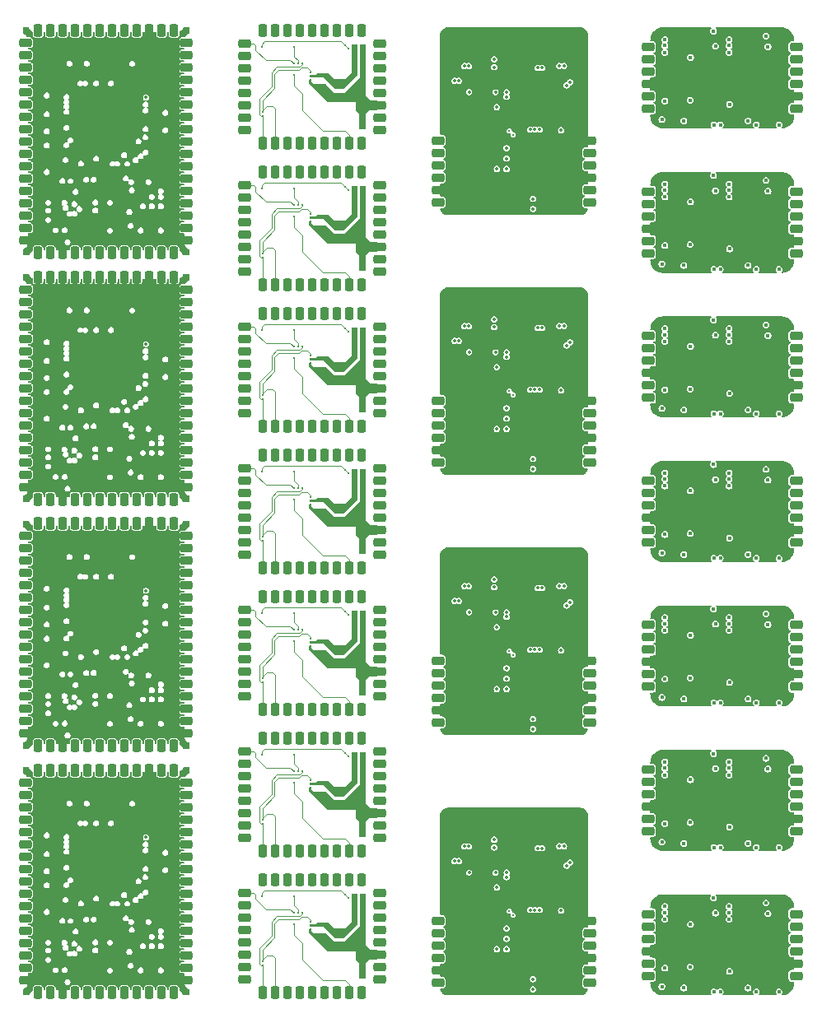
<source format=gbr>
%TF.GenerationSoftware,KiCad,Pcbnew,8.0.4*%
%TF.CreationDate,2024-12-12T20:15:34+01:00*%
%TF.ProjectId,Combined_Module_Panel,436f6d62-696e-4656-945f-4d6f64756c65,rev?*%
%TF.SameCoordinates,Original*%
%TF.FileFunction,Copper,L5,Inr*%
%TF.FilePolarity,Positive*%
%FSLAX46Y46*%
G04 Gerber Fmt 4.6, Leading zero omitted, Abs format (unit mm)*
G04 Created by KiCad (PCBNEW 8.0.4) date 2024-12-12 20:15:34*
%MOMM*%
%LPD*%
G01*
G04 APERTURE LIST*
G04 Aperture macros list*
%AMRoundRect*
0 Rectangle with rounded corners*
0 $1 Rounding radius*
0 $2 $3 $4 $5 $6 $7 $8 $9 X,Y pos of 4 corners*
0 Add a 4 corners polygon primitive as box body*
4,1,4,$2,$3,$4,$5,$6,$7,$8,$9,$2,$3,0*
0 Add four circle primitives for the rounded corners*
1,1,$1+$1,$2,$3*
1,1,$1+$1,$4,$5*
1,1,$1+$1,$6,$7*
1,1,$1+$1,$8,$9*
0 Add four rect primitives between the rounded corners*
20,1,$1+$1,$2,$3,$4,$5,0*
20,1,$1+$1,$4,$5,$6,$7,0*
20,1,$1+$1,$6,$7,$8,$9,0*
20,1,$1+$1,$8,$9,$2,$3,0*%
G04 Aperture macros list end*
%TA.AperFunction,HeatsinkPad*%
%ADD10C,0.400000*%
%TD*%
%TA.AperFunction,CastellatedPad*%
%ADD11RoundRect,0.225000X0.415000X-0.225000X0.415000X0.225000X-0.415000X0.225000X-0.415000X-0.225000X0*%
%TD*%
%TA.AperFunction,CastellatedPad*%
%ADD12RoundRect,0.225000X-0.415000X0.225000X-0.415000X-0.225000X0.415000X-0.225000X0.415000X0.225000X0*%
%TD*%
%TA.AperFunction,CastellatedPad*%
%ADD13RoundRect,0.225000X0.225000X0.415000X-0.225000X0.415000X-0.225000X-0.415000X0.225000X-0.415000X0*%
%TD*%
%TA.AperFunction,CastellatedPad*%
%ADD14RoundRect,0.225000X-0.225000X-0.415000X0.225000X-0.415000X0.225000X0.415000X-0.225000X0.415000X0*%
%TD*%
%TA.AperFunction,ViaPad*%
%ADD15C,0.350000*%
%TD*%
%TA.AperFunction,ViaPad*%
%ADD16C,0.250000*%
%TD*%
%TA.AperFunction,ViaPad*%
%ADD17C,0.400000*%
%TD*%
%TA.AperFunction,Conductor*%
%ADD18C,0.120000*%
%TD*%
G04 APERTURE END LIST*
D10*
%TO.N,N/C*%
%TO.C,U3*%
X139915581Y-133861103D03*
X139915581Y-135761103D03*
%TD*%
%TO.N,N/C*%
%TO.C,U6*%
X145901303Y-137403742D03*
X146851303Y-137978742D03*
X144951303Y-137978742D03*
X145901303Y-138553742D03*
%TD*%
D11*
%TO.N,N/C*%
%TO.C,J13*%
X151054162Y-137696703D03*
X151054162Y-138966703D03*
X151054162Y-140236703D03*
X151054162Y-141506703D03*
X151054162Y-142776703D03*
X151054162Y-144046703D03*
X135446000Y-144046703D03*
X135446000Y-142776703D03*
X135446000Y-141506703D03*
X135446000Y-140236703D03*
X135446000Y-138966703D03*
X135446000Y-137696703D03*
%TD*%
D10*
%TO.N,N/C*%
%TO.C,U3*%
X139915581Y-107090722D03*
X139915581Y-108990722D03*
%TD*%
%TO.N,N/C*%
%TO.C,U6*%
X145901303Y-110633361D03*
X146851303Y-111208361D03*
X144951303Y-111208361D03*
X145901303Y-111783361D03*
%TD*%
D11*
%TO.N,N/C*%
%TO.C,J13*%
X151054162Y-110926322D03*
X151054162Y-112196322D03*
X151054162Y-113466322D03*
X151054162Y-114736322D03*
X151054162Y-116006322D03*
X151054162Y-117276322D03*
X135446000Y-117276322D03*
X135446000Y-116006322D03*
X135446000Y-114736322D03*
X135446000Y-113466322D03*
X135446000Y-112196322D03*
X135446000Y-110926322D03*
%TD*%
D10*
%TO.N,N/C*%
%TO.C,U3*%
X139915581Y-80337722D03*
X139915581Y-82237722D03*
%TD*%
%TO.N,N/C*%
%TO.C,U6*%
X145901303Y-83880361D03*
X146851303Y-84455361D03*
X144951303Y-84455361D03*
X145901303Y-85030361D03*
%TD*%
D11*
%TO.N,N/C*%
%TO.C,J13*%
X151054162Y-84173322D03*
X151054162Y-85443322D03*
X151054162Y-86713322D03*
X151054162Y-87983322D03*
X151054162Y-89253322D03*
X151054162Y-90523322D03*
X135446000Y-90523322D03*
X135446000Y-89253322D03*
X135446000Y-87983322D03*
X135446000Y-86713322D03*
X135446000Y-85443322D03*
X135446000Y-84173322D03*
%TD*%
D12*
%TO.N,N/C*%
%TO.C,J9*%
X172254162Y-128485833D03*
X172254162Y-127215833D03*
X172254162Y-125945833D03*
X172254162Y-124675833D03*
X172254162Y-123405833D03*
X172254162Y-122135833D03*
X157054162Y-122135833D03*
X157054162Y-123405833D03*
X157054162Y-124675833D03*
X157054162Y-125945833D03*
X157054162Y-127215833D03*
X157054162Y-128485833D03*
%TD*%
%TO.N,N/C*%
%TO.C,J8*%
X93065000Y-98106000D03*
X93065000Y-99376000D03*
X93065000Y-100646000D03*
X93065000Y-101916000D03*
X93065000Y-103186000D03*
X93065000Y-104456000D03*
X93065000Y-105726000D03*
X93065000Y-106996000D03*
D11*
X93065000Y-108266000D03*
X93065000Y-109536000D03*
X93065000Y-110806000D03*
X93065000Y-112076000D03*
X93065000Y-113346000D03*
X93065000Y-114616000D03*
X93065000Y-115886000D03*
X93065000Y-117156000D03*
X93065000Y-118426000D03*
D13*
X94335000Y-119696000D03*
X95605000Y-119696000D03*
X96875000Y-119696000D03*
X98145000Y-119696000D03*
X99415000Y-119696000D03*
X100685000Y-119696000D03*
D14*
X101955000Y-119696000D03*
X103225000Y-119696000D03*
X104495000Y-119696000D03*
X105765000Y-119696000D03*
X107035000Y-119696000D03*
X108305000Y-119696000D03*
D12*
X109575000Y-118426000D03*
X109575000Y-117156000D03*
X109575000Y-115886000D03*
X109575000Y-114616000D03*
X109575000Y-113346000D03*
X109575000Y-112076000D03*
X109575000Y-110806000D03*
X109575000Y-109536000D03*
X109575000Y-108266000D03*
X109575000Y-106996000D03*
X109575000Y-105726000D03*
X109575000Y-104456000D03*
D11*
X109575000Y-103186000D03*
X109575000Y-101916000D03*
X109575000Y-100646000D03*
X109575000Y-99376000D03*
X109575000Y-98106000D03*
D14*
X108305000Y-96836000D03*
X107035000Y-96836000D03*
X105765000Y-96836000D03*
X104495000Y-96836000D03*
X103225000Y-96836000D03*
D13*
X101955000Y-96836000D03*
X100685000Y-96836000D03*
X99415000Y-96836000D03*
X98145000Y-96836000D03*
X96875000Y-96836000D03*
X95605000Y-96836000D03*
X94335000Y-96836000D03*
%TD*%
D12*
%TO.N,N/C*%
%TO.C,J8*%
X93065000Y-47364000D03*
X93065000Y-48634000D03*
X93065000Y-49904000D03*
X93065000Y-51174000D03*
X93065000Y-52444000D03*
X93065000Y-53714000D03*
X93065000Y-54984000D03*
X93065000Y-56254000D03*
D11*
X93065000Y-57524000D03*
X93065000Y-58794000D03*
X93065000Y-60064000D03*
X93065000Y-61334000D03*
X93065000Y-62604000D03*
X93065000Y-63874000D03*
X93065000Y-65144000D03*
X93065000Y-66414000D03*
X93065000Y-67684000D03*
D13*
X94335000Y-68954000D03*
X95605000Y-68954000D03*
X96875000Y-68954000D03*
X98145000Y-68954000D03*
X99415000Y-68954000D03*
X100685000Y-68954000D03*
D14*
X101955000Y-68954000D03*
X103225000Y-68954000D03*
X104495000Y-68954000D03*
X105765000Y-68954000D03*
X107035000Y-68954000D03*
X108305000Y-68954000D03*
D12*
X109575000Y-67684000D03*
X109575000Y-66414000D03*
X109575000Y-65144000D03*
X109575000Y-63874000D03*
X109575000Y-62604000D03*
X109575000Y-61334000D03*
X109575000Y-60064000D03*
X109575000Y-58794000D03*
X109575000Y-57524000D03*
X109575000Y-56254000D03*
X109575000Y-54984000D03*
X109575000Y-53714000D03*
D11*
X109575000Y-52444000D03*
X109575000Y-51174000D03*
X109575000Y-49904000D03*
X109575000Y-48634000D03*
X109575000Y-47364000D03*
D14*
X108305000Y-46094000D03*
X107035000Y-46094000D03*
X105765000Y-46094000D03*
X104495000Y-46094000D03*
X103225000Y-46094000D03*
D13*
X101955000Y-46094000D03*
X100685000Y-46094000D03*
X99415000Y-46094000D03*
X98145000Y-46094000D03*
X96875000Y-46094000D03*
X95605000Y-46094000D03*
X94335000Y-46094000D03*
%TD*%
D12*
%TO.N,N/C*%
%TO.C,J1*%
X115585500Y-105689400D03*
X115585500Y-106959400D03*
X115585500Y-108229400D03*
X115585500Y-109499400D03*
X115585500Y-110769400D03*
X115585500Y-112039400D03*
X115585500Y-113309400D03*
X115585500Y-114579400D03*
D13*
X117430500Y-115934400D03*
X118700500Y-115934400D03*
X119970500Y-115934400D03*
X121240500Y-115934400D03*
X122510500Y-115934400D03*
X123780500Y-115934400D03*
X125050500Y-115934400D03*
X126320500Y-115934400D03*
X127590500Y-115934400D03*
D12*
X129435500Y-114579400D03*
X129435500Y-113309400D03*
X129435500Y-112039400D03*
X129435500Y-110769400D03*
X129435500Y-109499400D03*
X129435500Y-108229400D03*
X129435500Y-106959400D03*
X129435500Y-105689400D03*
D13*
X127590500Y-104334400D03*
X126320500Y-104334400D03*
X125050500Y-104334400D03*
X123780500Y-104334400D03*
X122510500Y-104334400D03*
X121240500Y-104334400D03*
X119970500Y-104334400D03*
X118700500Y-104334400D03*
X117430500Y-104334400D03*
%TD*%
D12*
%TO.N,N/C*%
%TO.C,J9*%
X172254162Y-98755833D03*
X172254162Y-97485833D03*
X172254162Y-96215833D03*
X172254162Y-94945833D03*
X172254162Y-93675833D03*
X172254162Y-92405833D03*
X157054162Y-92405833D03*
X157054162Y-93675833D03*
X157054162Y-94945833D03*
X157054162Y-96215833D03*
X157054162Y-97485833D03*
X157054162Y-98755833D03*
%TD*%
%TO.N,N/C*%
%TO.C,J9*%
X172254162Y-83890833D03*
X172254162Y-82620833D03*
X172254162Y-81350833D03*
X172254162Y-80080833D03*
X172254162Y-78810833D03*
X172254162Y-77540833D03*
X157054162Y-77540833D03*
X157054162Y-78810833D03*
X157054162Y-80080833D03*
X157054162Y-81350833D03*
X157054162Y-82620833D03*
X157054162Y-83890833D03*
%TD*%
%TO.N,N/C*%
%TO.C,J9*%
X172254162Y-143349833D03*
X172254162Y-142079833D03*
X172254162Y-140809833D03*
X172254162Y-139539833D03*
X172254162Y-138269833D03*
X172254162Y-136999833D03*
X157054162Y-136999833D03*
X157054162Y-138269833D03*
X157054162Y-139539833D03*
X157054162Y-140809833D03*
X157054162Y-142079833D03*
X157054162Y-143349833D03*
%TD*%
%TO.N,N/C*%
%TO.C,J9*%
X172254162Y-69025833D03*
X172254162Y-67755833D03*
X172254162Y-66485833D03*
X172254162Y-65215833D03*
X172254162Y-63945833D03*
X172254162Y-62675833D03*
X157054162Y-62675833D03*
X157054162Y-63945833D03*
X157054162Y-65215833D03*
X157054162Y-66485833D03*
X157054162Y-67755833D03*
X157054162Y-69025833D03*
%TD*%
%TO.N,N/C*%
%TO.C,J1*%
X115585500Y-134813600D03*
X115585500Y-136083600D03*
X115585500Y-137353600D03*
X115585500Y-138623600D03*
X115585500Y-139893600D03*
X115585500Y-141163600D03*
X115585500Y-142433600D03*
X115585500Y-143703600D03*
D13*
X117430500Y-145058600D03*
X118700500Y-145058600D03*
X119970500Y-145058600D03*
X121240500Y-145058600D03*
X122510500Y-145058600D03*
X123780500Y-145058600D03*
X125050500Y-145058600D03*
X126320500Y-145058600D03*
X127590500Y-145058600D03*
D12*
X129435500Y-143703600D03*
X129435500Y-142433600D03*
X129435500Y-141163600D03*
X129435500Y-139893600D03*
X129435500Y-138623600D03*
X129435500Y-137353600D03*
X129435500Y-136083600D03*
X129435500Y-134813600D03*
D13*
X127590500Y-133458600D03*
X126320500Y-133458600D03*
X125050500Y-133458600D03*
X123780500Y-133458600D03*
X122510500Y-133458600D03*
X121240500Y-133458600D03*
X119970500Y-133458600D03*
X118700500Y-133458600D03*
X117430500Y-133458600D03*
%TD*%
D12*
%TO.N,N/C*%
%TO.C,J1*%
X115585500Y-91127300D03*
X115585500Y-92397300D03*
X115585500Y-93667300D03*
X115585500Y-94937300D03*
X115585500Y-96207300D03*
X115585500Y-97477300D03*
X115585500Y-98747300D03*
X115585500Y-100017300D03*
D13*
X117430500Y-101372300D03*
X118700500Y-101372300D03*
X119970500Y-101372300D03*
X121240500Y-101372300D03*
X122510500Y-101372300D03*
X123780500Y-101372300D03*
X125050500Y-101372300D03*
X126320500Y-101372300D03*
X127590500Y-101372300D03*
D12*
X129435500Y-100017300D03*
X129435500Y-98747300D03*
X129435500Y-97477300D03*
X129435500Y-96207300D03*
X129435500Y-94937300D03*
X129435500Y-93667300D03*
X129435500Y-92397300D03*
X129435500Y-91127300D03*
D13*
X127590500Y-89772300D03*
X126320500Y-89772300D03*
X125050500Y-89772300D03*
X123780500Y-89772300D03*
X122510500Y-89772300D03*
X121240500Y-89772300D03*
X119970500Y-89772300D03*
X118700500Y-89772300D03*
X117430500Y-89772300D03*
%TD*%
D12*
%TO.N,N/C*%
%TO.C,J8*%
X93065000Y-123477000D03*
X93065000Y-124747000D03*
X93065000Y-126017000D03*
X93065000Y-127287000D03*
X93065000Y-128557000D03*
X93065000Y-129827000D03*
X93065000Y-131097000D03*
X93065000Y-132367000D03*
D11*
X93065000Y-133637000D03*
X93065000Y-134907000D03*
X93065000Y-136177000D03*
X93065000Y-137447000D03*
X93065000Y-138717000D03*
X93065000Y-139987000D03*
X93065000Y-141257000D03*
X93065000Y-142527000D03*
X93065000Y-143797000D03*
D13*
X94335000Y-145067000D03*
X95605000Y-145067000D03*
X96875000Y-145067000D03*
X98145000Y-145067000D03*
X99415000Y-145067000D03*
X100685000Y-145067000D03*
D14*
X101955000Y-145067000D03*
X103225000Y-145067000D03*
X104495000Y-145067000D03*
X105765000Y-145067000D03*
X107035000Y-145067000D03*
X108305000Y-145067000D03*
D12*
X109575000Y-143797000D03*
X109575000Y-142527000D03*
X109575000Y-141257000D03*
X109575000Y-139987000D03*
X109575000Y-138717000D03*
X109575000Y-137447000D03*
X109575000Y-136177000D03*
X109575000Y-134907000D03*
X109575000Y-133637000D03*
X109575000Y-132367000D03*
X109575000Y-131097000D03*
X109575000Y-129827000D03*
D11*
X109575000Y-128557000D03*
X109575000Y-127287000D03*
X109575000Y-126017000D03*
X109575000Y-124747000D03*
X109575000Y-123477000D03*
D14*
X108305000Y-122207000D03*
X107035000Y-122207000D03*
X105765000Y-122207000D03*
X104495000Y-122207000D03*
X103225000Y-122207000D03*
D13*
X101955000Y-122207000D03*
X100685000Y-122207000D03*
X99415000Y-122207000D03*
X98145000Y-122207000D03*
X96875000Y-122207000D03*
X95605000Y-122207000D03*
X94335000Y-122207000D03*
%TD*%
D12*
%TO.N,N/C*%
%TO.C,J1*%
X115585500Y-120251500D03*
X115585500Y-121521500D03*
X115585500Y-122791500D03*
X115585500Y-124061500D03*
X115585500Y-125331500D03*
X115585500Y-126601500D03*
X115585500Y-127871500D03*
X115585500Y-129141500D03*
D13*
X117430500Y-130496500D03*
X118700500Y-130496500D03*
X119970500Y-130496500D03*
X121240500Y-130496500D03*
X122510500Y-130496500D03*
X123780500Y-130496500D03*
X125050500Y-130496500D03*
X126320500Y-130496500D03*
X127590500Y-130496500D03*
D12*
X129435500Y-129141500D03*
X129435500Y-127871500D03*
X129435500Y-126601500D03*
X129435500Y-125331500D03*
X129435500Y-124061500D03*
X129435500Y-122791500D03*
X129435500Y-121521500D03*
X129435500Y-120251500D03*
D13*
X127590500Y-118896500D03*
X126320500Y-118896500D03*
X125050500Y-118896500D03*
X123780500Y-118896500D03*
X122510500Y-118896500D03*
X121240500Y-118896500D03*
X119970500Y-118896500D03*
X118700500Y-118896500D03*
X117430500Y-118896500D03*
%TD*%
D12*
%TO.N,N/C*%
%TO.C,J1*%
X115585500Y-62003100D03*
X115585500Y-63273100D03*
X115585500Y-64543100D03*
X115585500Y-65813100D03*
X115585500Y-67083100D03*
X115585500Y-68353100D03*
X115585500Y-69623100D03*
X115585500Y-70893100D03*
D13*
X117430500Y-72248100D03*
X118700500Y-72248100D03*
X119970500Y-72248100D03*
X121240500Y-72248100D03*
X122510500Y-72248100D03*
X123780500Y-72248100D03*
X125050500Y-72248100D03*
X126320500Y-72248100D03*
X127590500Y-72248100D03*
D12*
X129435500Y-70893100D03*
X129435500Y-69623100D03*
X129435500Y-68353100D03*
X129435500Y-67083100D03*
X129435500Y-65813100D03*
X129435500Y-64543100D03*
X129435500Y-63273100D03*
X129435500Y-62003100D03*
D13*
X127590500Y-60648100D03*
X126320500Y-60648100D03*
X125050500Y-60648100D03*
X123780500Y-60648100D03*
X122510500Y-60648100D03*
X121240500Y-60648100D03*
X119970500Y-60648100D03*
X118700500Y-60648100D03*
X117430500Y-60648100D03*
%TD*%
D12*
%TO.N,N/C*%
%TO.C,J8*%
X93065000Y-72735000D03*
X93065000Y-74005000D03*
X93065000Y-75275000D03*
X93065000Y-76545000D03*
X93065000Y-77815000D03*
X93065000Y-79085000D03*
X93065000Y-80355000D03*
X93065000Y-81625000D03*
D11*
X93065000Y-82895000D03*
X93065000Y-84165000D03*
X93065000Y-85435000D03*
X93065000Y-86705000D03*
X93065000Y-87975000D03*
X93065000Y-89245000D03*
X93065000Y-90515000D03*
X93065000Y-91785000D03*
X93065000Y-93055000D03*
D13*
X94335000Y-94325000D03*
X95605000Y-94325000D03*
X96875000Y-94325000D03*
X98145000Y-94325000D03*
X99415000Y-94325000D03*
X100685000Y-94325000D03*
D14*
X101955000Y-94325000D03*
X103225000Y-94325000D03*
X104495000Y-94325000D03*
X105765000Y-94325000D03*
X107035000Y-94325000D03*
X108305000Y-94325000D03*
D12*
X109575000Y-93055000D03*
X109575000Y-91785000D03*
X109575000Y-90515000D03*
X109575000Y-89245000D03*
X109575000Y-87975000D03*
X109575000Y-86705000D03*
X109575000Y-85435000D03*
X109575000Y-84165000D03*
X109575000Y-82895000D03*
X109575000Y-81625000D03*
X109575000Y-80355000D03*
X109575000Y-79085000D03*
D11*
X109575000Y-77815000D03*
X109575000Y-76545000D03*
X109575000Y-75275000D03*
X109575000Y-74005000D03*
X109575000Y-72735000D03*
D14*
X108305000Y-71465000D03*
X107035000Y-71465000D03*
X105765000Y-71465000D03*
X104495000Y-71465000D03*
X103225000Y-71465000D03*
D13*
X101955000Y-71465000D03*
X100685000Y-71465000D03*
X99415000Y-71465000D03*
X98145000Y-71465000D03*
X96875000Y-71465000D03*
X95605000Y-71465000D03*
X94335000Y-71465000D03*
%TD*%
D12*
%TO.N,N/C*%
%TO.C,J1*%
X115585500Y-76565200D03*
X115585500Y-77835200D03*
X115585500Y-79105200D03*
X115585500Y-80375200D03*
X115585500Y-81645200D03*
X115585500Y-82915200D03*
X115585500Y-84185200D03*
X115585500Y-85455200D03*
D13*
X117430500Y-86810200D03*
X118700500Y-86810200D03*
X119970500Y-86810200D03*
X121240500Y-86810200D03*
X122510500Y-86810200D03*
X123780500Y-86810200D03*
X125050500Y-86810200D03*
X126320500Y-86810200D03*
X127590500Y-86810200D03*
D12*
X129435500Y-85455200D03*
X129435500Y-84185200D03*
X129435500Y-82915200D03*
X129435500Y-81645200D03*
X129435500Y-80375200D03*
X129435500Y-79105200D03*
X129435500Y-77835200D03*
X129435500Y-76565200D03*
D13*
X127590500Y-75210200D03*
X126320500Y-75210200D03*
X125050500Y-75210200D03*
X123780500Y-75210200D03*
X122510500Y-75210200D03*
X121240500Y-75210200D03*
X119970500Y-75210200D03*
X118700500Y-75210200D03*
X117430500Y-75210200D03*
%TD*%
D12*
%TO.N,N/C*%
%TO.C,J9*%
X172254162Y-113620833D03*
X172254162Y-112350833D03*
X172254162Y-111080833D03*
X172254162Y-109810833D03*
X172254162Y-108540833D03*
X172254162Y-107270833D03*
X157054162Y-107270833D03*
X157054162Y-108540833D03*
X157054162Y-109810833D03*
X157054162Y-111080833D03*
X157054162Y-112350833D03*
X157054162Y-113620833D03*
%TD*%
%TO.N,N/C*%
%TO.C,J9*%
X172254162Y-54160833D03*
X172254162Y-52890833D03*
X172254162Y-51620833D03*
X172254162Y-50350833D03*
X172254162Y-49080833D03*
X172254162Y-47810833D03*
X157054162Y-47810833D03*
X157054162Y-49080833D03*
X157054162Y-50350833D03*
X157054162Y-51620833D03*
X157054162Y-52890833D03*
X157054162Y-54160833D03*
%TD*%
%TO.N,N/C*%
%TO.C,J1*%
X115585500Y-47441000D03*
X115585500Y-48711000D03*
X115585500Y-49981000D03*
X115585500Y-51251000D03*
X115585500Y-52521000D03*
X115585500Y-53791000D03*
X115585500Y-55061000D03*
X115585500Y-56331000D03*
D13*
X117430500Y-57686000D03*
X118700500Y-57686000D03*
X119970500Y-57686000D03*
X121240500Y-57686000D03*
X122510500Y-57686000D03*
X123780500Y-57686000D03*
X125050500Y-57686000D03*
X126320500Y-57686000D03*
X127590500Y-57686000D03*
D12*
X129435500Y-56331000D03*
X129435500Y-55061000D03*
X129435500Y-53791000D03*
X129435500Y-52521000D03*
X129435500Y-51251000D03*
X129435500Y-49981000D03*
X129435500Y-48711000D03*
X129435500Y-47441000D03*
D13*
X127590500Y-46086000D03*
X126320500Y-46086000D03*
X125050500Y-46086000D03*
X123780500Y-46086000D03*
X122510500Y-46086000D03*
X121240500Y-46086000D03*
X119970500Y-46086000D03*
X118700500Y-46086000D03*
X117430500Y-46086000D03*
%TD*%
D11*
%TO.N,N/C*%
%TO.C,J13*%
X151054162Y-57420322D03*
X151054162Y-58690322D03*
X151054162Y-59960322D03*
X151054162Y-61230322D03*
X151054162Y-62500322D03*
X151054162Y-63770322D03*
X135446000Y-63770322D03*
X135446000Y-62500322D03*
X135446000Y-61230322D03*
X135446000Y-59960322D03*
X135446000Y-58690322D03*
X135446000Y-57420322D03*
%TD*%
D10*
%TO.N,N/C*%
%TO.C,U6*%
X145901303Y-57127361D03*
X146851303Y-57702361D03*
X144951303Y-57702361D03*
X145901303Y-58277361D03*
%TD*%
%TO.N,N/C*%
%TO.C,U3*%
X139915581Y-53584722D03*
X139915581Y-55484722D03*
%TD*%
D15*
%TO.N,*%
X141340581Y-132731103D03*
X146145581Y-130231103D03*
X142490581Y-138484581D03*
X145671632Y-130231103D03*
X141225581Y-129351103D03*
X142500581Y-132741103D03*
X141225581Y-130151103D03*
X140540581Y-140621381D03*
D16*
X142770581Y-136710342D03*
D15*
X142490581Y-140621381D03*
X149017665Y-131708210D03*
X148670380Y-132032279D03*
X142490581Y-139552981D03*
X141500581Y-134267703D03*
X137604907Y-131561103D03*
D16*
X143170581Y-137110342D03*
D15*
X141500581Y-140621381D03*
X145401303Y-136578742D03*
X143460581Y-144746381D03*
X145207503Y-143707781D03*
X136756000Y-127786431D03*
X147806000Y-126486431D03*
X144901303Y-136578742D03*
X139590581Y-132721103D03*
X149106000Y-126486431D03*
X148104503Y-136647381D03*
X142495581Y-133201103D03*
X150406000Y-135586431D03*
X145207503Y-135336103D03*
X147905581Y-130031103D03*
X145901303Y-136578742D03*
X138604907Y-130040088D03*
X138630581Y-132721103D03*
X148063781Y-143734103D03*
X148379530Y-130031103D03*
X145207503Y-144746381D03*
X138130958Y-130040088D03*
X136756000Y-142086431D03*
X139356000Y-127136431D03*
X138706000Y-127136431D03*
X136525581Y-138231103D03*
X140388581Y-126790703D03*
X137130958Y-130040088D03*
X138635581Y-142685981D03*
X138056000Y-128436431D03*
X146506000Y-127786431D03*
X147806000Y-127136431D03*
X148104503Y-142591103D03*
X136106000Y-131686431D03*
X143450581Y-139552981D03*
X150406000Y-131036431D03*
X137406000Y-144686431D03*
X136106000Y-127786431D03*
X146111581Y-126790703D03*
X150406000Y-134286431D03*
X146901303Y-136651103D03*
X137406000Y-127136431D03*
X136425581Y-136331103D03*
X147156000Y-127786431D03*
X150406000Y-134936431D03*
X149756000Y-142086431D03*
X147806000Y-127786431D03*
X147156000Y-127136431D03*
X136756000Y-142736431D03*
X136106000Y-132986431D03*
X141500581Y-139552981D03*
X137406000Y-127786431D03*
X136106000Y-128436431D03*
X138706000Y-126486431D03*
X150406000Y-136236431D03*
X149756000Y-138836431D03*
D16*
X143170581Y-142364581D03*
D15*
X136756000Y-143386431D03*
X143450581Y-138484581D03*
X145206000Y-127786431D03*
X136525581Y-140931103D03*
X150406000Y-129086431D03*
X148104503Y-141641981D03*
X136338581Y-126790703D03*
X148456000Y-127786431D03*
X136756000Y-132336431D03*
X138370581Y-144746381D03*
X136756000Y-144686431D03*
X136106000Y-130386431D03*
X149106000Y-142086431D03*
X149756000Y-127786431D03*
D16*
X142770581Y-137110342D03*
D15*
X137406000Y-143386431D03*
X150406000Y-128436431D03*
X149106000Y-127786431D03*
X136106000Y-129086431D03*
X145075581Y-130951103D03*
X150406000Y-130386431D03*
X148456000Y-127136431D03*
X140495581Y-129311103D03*
X148385581Y-135751103D03*
X149106000Y-141436431D03*
X137406000Y-126486431D03*
X149106000Y-140136431D03*
X146900958Y-130040088D03*
X136756000Y-132986431D03*
X150406000Y-129736431D03*
X149756000Y-128436431D03*
X137406000Y-128436431D03*
X138056000Y-127136431D03*
X149756000Y-129086431D03*
X140380581Y-132731103D03*
X136525581Y-139631103D03*
X138706000Y-127786431D03*
X149756000Y-129736431D03*
X137406000Y-129086431D03*
X136756000Y-128436431D03*
X143450581Y-140621381D03*
X139356000Y-126486431D03*
X148114581Y-144877103D03*
X145380581Y-132761103D03*
X149640005Y-132194216D03*
X147374907Y-130040088D03*
X148456000Y-126486431D03*
X138056000Y-127786431D03*
X140006000Y-144036431D03*
X150161581Y-126790703D03*
X145380581Y-133681103D03*
X149756000Y-143386431D03*
X149106000Y-127136431D03*
X149756000Y-144686431D03*
X149106000Y-140786431D03*
X138056000Y-126486431D03*
X148104503Y-140621381D03*
X137406000Y-142736431D03*
X138635581Y-137488381D03*
X149756000Y-140786431D03*
X136106000Y-131036431D03*
X147156000Y-126486431D03*
X149106000Y-144686431D03*
X136106000Y-132336431D03*
X137406000Y-132986431D03*
X143450581Y-143707781D03*
X137604907Y-130040088D03*
X136106000Y-129736431D03*
X149756000Y-141436431D03*
X148104503Y-139602781D03*
X143906000Y-137536431D03*
X137406000Y-132336431D03*
X150406000Y-127786431D03*
X143906000Y-142736431D03*
X145856000Y-127786431D03*
X136756000Y-129086431D03*
X139356000Y-127786431D03*
X137130958Y-131561103D03*
X141340581Y-105960722D03*
X146145581Y-103460722D03*
X142490581Y-111714200D03*
X145671632Y-103460722D03*
X141225581Y-102580722D03*
X142500581Y-105970722D03*
X141225581Y-103380722D03*
X140540581Y-113851000D03*
D16*
X142770581Y-109939961D03*
D15*
X142490581Y-113851000D03*
X149017665Y-104937829D03*
X148670380Y-105261898D03*
X142490581Y-112782600D03*
X141500581Y-107497322D03*
X137604907Y-104790722D03*
D16*
X143170581Y-110339961D03*
D15*
X141500581Y-113851000D03*
X145401303Y-109808361D03*
X143460581Y-117976000D03*
X145207503Y-116937400D03*
X136756000Y-101016050D03*
X147806000Y-99716050D03*
X144901303Y-109808361D03*
X139590581Y-105950722D03*
X149106000Y-99716050D03*
X148104503Y-109877000D03*
X142495581Y-106430722D03*
X150406000Y-108816050D03*
X145207503Y-108565722D03*
X147905581Y-103260722D03*
X145901303Y-109808361D03*
X138604907Y-103269707D03*
X138630581Y-105950722D03*
X148063781Y-116963722D03*
X148379530Y-103260722D03*
X145207503Y-117976000D03*
X138130958Y-103269707D03*
X136756000Y-115316050D03*
X139356000Y-100366050D03*
X138706000Y-100366050D03*
X136525581Y-111460722D03*
X140388581Y-100020322D03*
X137130958Y-103269707D03*
X138635581Y-115915600D03*
X138056000Y-101666050D03*
X146506000Y-101016050D03*
X147806000Y-100366050D03*
X148104503Y-115820722D03*
X136106000Y-104916050D03*
X143450581Y-112782600D03*
X150406000Y-104266050D03*
X137406000Y-117916050D03*
X136106000Y-101016050D03*
X146111581Y-100020322D03*
X150406000Y-107516050D03*
X146901303Y-109880722D03*
X137406000Y-100366050D03*
X136425581Y-109560722D03*
X147156000Y-101016050D03*
X150406000Y-108166050D03*
X149756000Y-115316050D03*
X147806000Y-101016050D03*
X147156000Y-100366050D03*
X136756000Y-115966050D03*
X136106000Y-106216050D03*
X141500581Y-112782600D03*
X137406000Y-101016050D03*
X136106000Y-101666050D03*
X138706000Y-99716050D03*
X150406000Y-109466050D03*
X149756000Y-112066050D03*
D16*
X143170581Y-115594200D03*
D15*
X136756000Y-116616050D03*
X143450581Y-111714200D03*
X145206000Y-101016050D03*
X136525581Y-114160722D03*
X150406000Y-102316050D03*
X148104503Y-114871600D03*
X136338581Y-100020322D03*
X148456000Y-101016050D03*
X136756000Y-105566050D03*
X138370581Y-117976000D03*
X136756000Y-117916050D03*
X136106000Y-103616050D03*
X149106000Y-115316050D03*
X149756000Y-101016050D03*
D16*
X142770581Y-110339961D03*
D15*
X137406000Y-116616050D03*
X150406000Y-101666050D03*
X149106000Y-101016050D03*
X136106000Y-102316050D03*
X145075581Y-104180722D03*
X150406000Y-103616050D03*
X148456000Y-100366050D03*
X140495581Y-102540722D03*
X148385581Y-108980722D03*
X149106000Y-114666050D03*
X137406000Y-99716050D03*
X149106000Y-113366050D03*
X146900958Y-103269707D03*
X136756000Y-106216050D03*
X150406000Y-102966050D03*
X149756000Y-101666050D03*
X137406000Y-101666050D03*
X138056000Y-100366050D03*
X149756000Y-102316050D03*
X140380581Y-105960722D03*
X136525581Y-112860722D03*
X138706000Y-101016050D03*
X149756000Y-102966050D03*
X137406000Y-102316050D03*
X136756000Y-101666050D03*
X143450581Y-113851000D03*
X139356000Y-99716050D03*
X148114581Y-118106722D03*
X145380581Y-105990722D03*
X149640005Y-105423835D03*
X147374907Y-103269707D03*
X148456000Y-99716050D03*
X138056000Y-101016050D03*
X140006000Y-117266050D03*
X150161581Y-100020322D03*
X145380581Y-106910722D03*
X149756000Y-116616050D03*
X149106000Y-100366050D03*
X149756000Y-117916050D03*
X149106000Y-114016050D03*
X138056000Y-99716050D03*
X148104503Y-113851000D03*
X137406000Y-115966050D03*
X138635581Y-110718000D03*
X149756000Y-114016050D03*
X136106000Y-104266050D03*
X147156000Y-99716050D03*
X149106000Y-117916050D03*
X136106000Y-105566050D03*
X137406000Y-106216050D03*
X143450581Y-116937400D03*
X137604907Y-103269707D03*
X136106000Y-102966050D03*
X149756000Y-114666050D03*
X148104503Y-112832400D03*
X143906000Y-110766050D03*
X137406000Y-105566050D03*
X150406000Y-101016050D03*
X143906000Y-115966050D03*
X145856000Y-101016050D03*
X136756000Y-102316050D03*
X139356000Y-101016050D03*
X137130958Y-104790722D03*
X141340581Y-79207722D03*
X146145581Y-76707722D03*
X142490581Y-84961200D03*
X145671632Y-76707722D03*
X141225581Y-75827722D03*
X142500581Y-79217722D03*
X141225581Y-76627722D03*
X140540581Y-87098000D03*
D16*
X142770581Y-83186961D03*
D15*
X142490581Y-87098000D03*
X149017665Y-78184829D03*
X148670380Y-78508898D03*
X142490581Y-86029600D03*
X141500581Y-80744322D03*
X137604907Y-78037722D03*
D16*
X143170581Y-83586961D03*
D15*
X141500581Y-87098000D03*
X145401303Y-83055361D03*
X143460581Y-91223000D03*
X145207503Y-90184400D03*
X136756000Y-74263050D03*
X147806000Y-72963050D03*
X144901303Y-83055361D03*
X139590581Y-79197722D03*
X149106000Y-72963050D03*
X148104503Y-83124000D03*
X142495581Y-79677722D03*
X150406000Y-82063050D03*
X145207503Y-81812722D03*
X147905581Y-76507722D03*
X145901303Y-83055361D03*
X138604907Y-76516707D03*
X138630581Y-79197722D03*
X148063781Y-90210722D03*
X148379530Y-76507722D03*
X145207503Y-91223000D03*
X138130958Y-76516707D03*
X136756000Y-88563050D03*
X139356000Y-73613050D03*
X138706000Y-73613050D03*
X136525581Y-84707722D03*
X140388581Y-73267322D03*
X137130958Y-76516707D03*
X138635581Y-89162600D03*
X138056000Y-74913050D03*
X146506000Y-74263050D03*
X147806000Y-73613050D03*
X148104503Y-89067722D03*
X136106000Y-78163050D03*
X143450581Y-86029600D03*
X150406000Y-77513050D03*
X137406000Y-91163050D03*
X136106000Y-74263050D03*
X146111581Y-73267322D03*
X150406000Y-80763050D03*
X146901303Y-83127722D03*
X137406000Y-73613050D03*
X136425581Y-82807722D03*
X147156000Y-74263050D03*
X150406000Y-81413050D03*
X149756000Y-88563050D03*
X147806000Y-74263050D03*
X147156000Y-73613050D03*
X136756000Y-89213050D03*
X136106000Y-79463050D03*
X141500581Y-86029600D03*
X137406000Y-74263050D03*
X136106000Y-74913050D03*
X138706000Y-72963050D03*
X150406000Y-82713050D03*
X149756000Y-85313050D03*
D16*
X143170581Y-88841200D03*
D15*
X136756000Y-89863050D03*
X143450581Y-84961200D03*
X145206000Y-74263050D03*
X136525581Y-87407722D03*
X150406000Y-75563050D03*
X148104503Y-88118600D03*
X136338581Y-73267322D03*
X148456000Y-74263050D03*
X136756000Y-78813050D03*
X138370581Y-91223000D03*
X136756000Y-91163050D03*
X136106000Y-76863050D03*
X149106000Y-88563050D03*
X149756000Y-74263050D03*
D16*
X142770581Y-83586961D03*
D15*
X137406000Y-89863050D03*
X150406000Y-74913050D03*
X149106000Y-74263050D03*
X136106000Y-75563050D03*
X145075581Y-77427722D03*
X150406000Y-76863050D03*
X148456000Y-73613050D03*
X140495581Y-75787722D03*
X148385581Y-82227722D03*
X149106000Y-87913050D03*
X137406000Y-72963050D03*
X149106000Y-86613050D03*
X146900958Y-76516707D03*
X136756000Y-79463050D03*
X150406000Y-76213050D03*
X149756000Y-74913050D03*
X137406000Y-74913050D03*
X138056000Y-73613050D03*
X149756000Y-75563050D03*
X140380581Y-79207722D03*
X136525581Y-86107722D03*
X138706000Y-74263050D03*
X149756000Y-76213050D03*
X137406000Y-75563050D03*
X136756000Y-74913050D03*
X143450581Y-87098000D03*
X139356000Y-72963050D03*
X148114581Y-91353722D03*
X145380581Y-79237722D03*
X149640005Y-78670835D03*
X147374907Y-76516707D03*
X148456000Y-72963050D03*
X138056000Y-74263050D03*
X140006000Y-90513050D03*
X150161581Y-73267322D03*
X145380581Y-80157722D03*
X149756000Y-89863050D03*
X149106000Y-73613050D03*
X149756000Y-91163050D03*
X149106000Y-87263050D03*
X138056000Y-72963050D03*
X148104503Y-87098000D03*
X137406000Y-89213050D03*
X138635581Y-83965000D03*
X149756000Y-87263050D03*
X136106000Y-77513050D03*
X147156000Y-72963050D03*
X149106000Y-91163050D03*
X136106000Y-78813050D03*
X137406000Y-79463050D03*
X143450581Y-90184400D03*
X137604907Y-76516707D03*
X136106000Y-76213050D03*
X149756000Y-87913050D03*
X148104503Y-86079400D03*
X143906000Y-84013050D03*
X137406000Y-78813050D03*
X150406000Y-74263050D03*
X143906000Y-89213050D03*
X145856000Y-74263050D03*
X136756000Y-75563050D03*
X139356000Y-74263050D03*
X137130958Y-78037722D03*
X101955000Y-54984000D03*
X103098000Y-47491000D03*
X108691000Y-117796000D03*
X103352000Y-49904000D03*
X106601000Y-67404000D03*
D17*
X164454162Y-115273333D03*
X162854162Y-95580833D03*
D16*
X121073000Y-107771900D03*
D17*
X168504162Y-50985833D03*
D16*
X120673000Y-62380600D03*
D15*
X108671000Y-89845000D03*
X101301000Y-112996000D03*
X101955000Y-57524000D03*
D16*
X126223000Y-47973500D03*
D15*
X98231750Y-77435000D03*
D17*
X161820828Y-109445833D03*
D15*
X104876000Y-129065000D03*
X104876000Y-83911000D03*
X107035000Y-128684000D03*
D17*
X160787495Y-140174833D03*
D16*
X125023000Y-67835600D03*
D15*
X97551000Y-102800750D03*
D16*
X125023000Y-139246100D03*
D15*
X106527000Y-73243000D03*
X107121000Y-110206000D03*
D17*
X160787495Y-124310833D03*
D15*
X103225000Y-131097000D03*
D17*
X158754162Y-68228333D03*
D15*
X105901000Y-87915000D03*
X95200261Y-129861888D03*
X103225000Y-104456000D03*
X98625000Y-61588000D03*
X95200261Y-79119888D03*
D17*
X163954162Y-62578333D03*
D15*
X98018000Y-107758000D03*
X108731000Y-100036000D03*
D16*
X125523000Y-125534000D03*
D17*
X165354162Y-62528333D03*
X157954162Y-61553333D03*
D16*
X121523000Y-136896100D03*
D17*
X166437496Y-49985833D03*
D15*
X97764000Y-78577000D03*
D16*
X127873000Y-56123500D03*
D15*
X101955000Y-56254000D03*
X104876000Y-104456000D03*
X107416000Y-53615000D03*
D17*
X158754162Y-127688333D03*
X163954162Y-47713333D03*
D15*
X101955000Y-53714000D03*
D16*
X125523000Y-126084000D03*
X121523000Y-78647700D03*
D15*
X97764000Y-129827000D03*
X101301000Y-62254000D03*
D16*
X122298000Y-51198500D03*
D15*
X98018000Y-57016000D03*
X95200261Y-104490888D03*
D17*
X169537496Y-81715833D03*
X169537496Y-65850833D03*
X158754162Y-121363330D03*
D16*
X117398000Y-142296100D03*
D15*
X97764000Y-53714000D03*
X98653000Y-110044000D03*
D17*
X163754162Y-120488333D03*
X168504162Y-139174833D03*
X160787495Y-49985833D03*
D15*
X103352000Y-100646000D03*
D17*
X168504162Y-96580833D03*
D15*
X103098000Y-98233000D03*
D16*
X125523000Y-82397700D03*
D15*
X103225000Y-132367000D03*
X105901000Y-138657000D03*
X102209000Y-84673000D03*
D16*
X120598000Y-78647700D03*
D17*
X161404162Y-93458333D03*
X158754162Y-107823333D03*
X159754162Y-139174833D03*
D16*
X125523000Y-67835600D03*
D15*
X102844000Y-75275000D03*
D16*
X122298000Y-138171100D03*
X117318000Y-106066900D03*
D17*
X168154162Y-130138333D03*
D15*
X105409400Y-103744800D03*
D17*
X168154162Y-55813333D03*
D15*
X94531000Y-57824000D03*
D17*
X160787495Y-110445833D03*
D16*
X127523000Y-120734000D03*
D17*
X159754162Y-50985833D03*
X167304162Y-85143333D03*
D15*
X102691669Y-117421000D03*
X108741000Y-127917000D03*
X94843000Y-125128000D03*
D17*
X169537496Y-125310833D03*
D16*
X117318000Y-135191100D03*
X121523000Y-64085600D03*
D15*
X104876000Y-78323000D03*
X103352000Y-75275000D03*
X95101000Y-113006000D03*
D17*
X160787495Y-79715833D03*
D15*
X102691669Y-66679000D03*
D16*
X120673000Y-79772700D03*
D17*
X162854162Y-64850833D03*
D15*
X103501000Y-138842000D03*
D17*
X161820828Y-139174833D03*
D16*
X127873000Y-143496100D03*
D15*
X98912500Y-128161250D03*
D17*
X168504162Y-66850833D03*
D16*
X120598000Y-122334000D03*
D15*
X108731000Y-49294000D03*
D17*
X170504162Y-85543333D03*
D15*
X104876000Y-54349000D03*
D16*
X125523000Y-96959800D03*
D17*
X164454162Y-145002333D03*
D15*
X94843000Y-47237000D03*
X100274000Y-128156000D03*
D17*
X161820828Y-96580833D03*
D15*
X105087000Y-88592000D03*
D16*
X125863000Y-47663500D03*
D15*
X105003000Y-125636000D03*
D16*
X117318000Y-76942700D03*
D15*
X105384000Y-131859000D03*
X106601000Y-143517000D03*
D16*
X127873000Y-128934000D03*
D17*
X164454162Y-100408333D03*
D15*
X101955000Y-82895000D03*
D16*
X125523000Y-109571900D03*
D15*
X106937000Y-91090000D03*
D16*
X117318000Y-62380600D03*
X122298000Y-94084800D03*
D15*
X94843000Y-99757000D03*
D16*
X125023000Y-124134000D03*
X120673000Y-91504800D03*
X117318000Y-91504800D03*
D17*
X165354162Y-136227330D03*
D15*
X108671000Y-64474000D03*
X104876000Y-58540000D03*
D17*
X167470829Y-95580833D03*
D16*
X120598000Y-107771900D03*
D15*
X105384000Y-55746000D03*
X96911000Y-73965000D03*
X108641000Y-116626000D03*
D17*
X167304162Y-100008333D03*
D15*
X106121000Y-111206000D03*
D16*
X125523000Y-96409800D03*
D17*
X169537496Y-110445833D03*
D15*
X99415000Y-131097000D03*
D17*
X162854162Y-139174833D03*
D16*
X125023000Y-96409800D03*
D15*
X104876000Y-112457000D03*
D17*
X164554162Y-61028333D03*
X170504162Y-130138333D03*
X162854162Y-80715833D03*
D16*
X125863000Y-76787700D03*
D15*
X95224000Y-77208000D03*
X97891000Y-56127000D03*
D17*
X165404162Y-113173333D03*
D15*
X101955000Y-108266000D03*
X102209000Y-110044000D03*
X108741000Y-51804000D03*
D17*
X158754162Y-47038330D03*
X167304162Y-55413333D03*
D15*
X100685000Y-131097000D03*
X104876000Y-137828000D03*
D17*
X158754162Y-106498330D03*
D15*
X95877000Y-86959000D03*
D16*
X122298000Y-123609000D03*
D17*
X161354162Y-112723333D03*
D15*
X105003000Y-49523000D03*
X101955000Y-79085000D03*
D17*
X169154162Y-76393333D03*
D15*
X97891000Y-57905000D03*
X97571000Y-51554000D03*
D16*
X125023000Y-110971900D03*
D15*
X108559000Y-107504000D03*
D16*
X125023000Y-111521900D03*
D17*
X158754162Y-61903330D03*
X161354162Y-53263333D03*
D16*
X126223000Y-120784000D03*
D17*
X169537496Y-111445833D03*
X163804162Y-145002333D03*
X162854162Y-111445833D03*
D15*
X99415000Y-81625000D03*
D17*
X159754162Y-80715833D03*
D15*
X101031000Y-72545000D03*
D16*
X120673000Y-76942700D03*
D15*
X108601000Y-139257000D03*
X97129000Y-134526000D03*
D17*
X166437496Y-124310833D03*
D15*
X106527000Y-47872000D03*
D16*
X127873000Y-91359800D03*
D15*
X97764000Y-130335000D03*
D17*
X168504162Y-111445833D03*
D15*
X102691669Y-92050000D03*
X97764000Y-54222000D03*
D17*
X163954162Y-92308333D03*
X169354162Y-77493333D03*
D15*
X95441000Y-66764000D03*
X108559000Y-56762000D03*
D17*
X168154162Y-70678333D03*
X159754162Y-64850833D03*
X165354162Y-92958333D03*
D15*
X108691000Y-67054000D03*
D17*
X163954162Y-77443333D03*
X165354162Y-91633330D03*
D15*
X97764000Y-79085000D03*
X97129000Y-58413000D03*
D17*
X160787495Y-139174833D03*
D16*
X122298000Y-65360600D03*
D17*
X165354162Y-78093333D03*
D16*
X127048000Y-91659800D03*
D15*
X106654000Y-137828000D03*
X101301000Y-138367000D03*
D17*
X160704162Y-144602333D03*
D15*
X94843000Y-126906000D03*
D16*
X121523000Y-93209800D03*
X125523000Y-124134000D03*
D15*
X100685000Y-53714000D03*
D17*
X159754162Y-96580833D03*
D16*
X125023000Y-66435600D03*
D15*
X107162000Y-48507000D03*
D17*
X168504162Y-141174833D03*
D16*
X125023000Y-51323500D03*
D15*
X103225000Y-56254000D03*
D17*
X163754162Y-90758333D03*
X157954162Y-76418333D03*
D15*
X107416000Y-129728000D03*
D17*
X167470829Y-109445833D03*
D15*
X107416000Y-78986000D03*
D16*
X125023000Y-125534000D03*
D15*
X97764000Y-104964000D03*
D17*
X158754162Y-142552333D03*
D15*
X98625000Y-137701000D03*
D17*
X165354162Y-122688333D03*
X158754162Y-76768330D03*
X163954162Y-136902333D03*
X162854162Y-124310833D03*
D16*
X125523000Y-52723500D03*
D17*
X166437496Y-110445833D03*
X159754162Y-110445833D03*
D16*
X125523000Y-81847700D03*
D15*
X104751000Y-56924000D03*
D17*
X169537496Y-109445833D03*
D16*
X120598000Y-93209800D03*
D15*
X100276000Y-49523000D03*
X105384000Y-106488000D03*
D17*
X160787495Y-111445833D03*
X160704162Y-55413333D03*
D15*
X99028000Y-92050000D03*
D17*
X158454162Y-144452333D03*
X163804162Y-100408333D03*
D15*
X106441000Y-126677000D03*
X106937000Y-141832000D03*
D16*
X127523000Y-91609800D03*
D17*
X164454162Y-70678333D03*
X168504162Y-49985833D03*
D15*
X97764000Y-103948000D03*
X100685000Y-108266000D03*
D16*
X122298000Y-79922700D03*
D15*
X103225000Y-133637000D03*
D17*
X169537496Y-51985833D03*
X169537496Y-79715833D03*
D15*
X104876000Y-129827000D03*
X100251000Y-58829000D03*
D16*
X122298000Y-65760600D03*
D17*
X169537496Y-126310833D03*
X167470829Y-79715833D03*
X158754162Y-78093333D03*
D15*
X98231750Y-52064000D03*
D17*
X161820828Y-141174833D03*
X167470829Y-140174833D03*
X167470829Y-64850833D03*
X165404162Y-53713333D03*
X169154162Y-46663333D03*
D16*
X125023000Y-110121900D03*
D17*
X158454162Y-55263333D03*
D15*
X106654000Y-112457000D03*
D16*
X121073000Y-122334000D03*
D17*
X169537496Y-50985833D03*
X165354162Y-77393333D03*
X165354162Y-63228333D03*
X160704162Y-114873333D03*
D16*
X120673000Y-47818500D03*
X125023000Y-96959800D03*
D17*
X162854162Y-49985833D03*
D16*
X122298000Y-64960600D03*
X127873000Y-62235600D03*
D15*
X108601000Y-63144000D03*
X103352000Y-126017000D03*
D16*
X120673000Y-65210600D03*
D15*
X97571000Y-102296000D03*
D17*
X167470829Y-111445833D03*
D15*
X107162000Y-99249000D03*
X99415000Y-54984000D03*
D17*
X162854162Y-51985833D03*
X159754162Y-81715833D03*
D15*
X101031000Y-97916000D03*
D16*
X125023000Y-95009800D03*
D17*
X160787495Y-66850833D03*
D15*
X102844000Y-100646000D03*
D17*
X166437496Y-140174833D03*
D15*
X94531000Y-133937000D03*
X101955000Y-104456000D03*
D16*
X125523000Y-95559800D03*
X125023000Y-140646100D03*
D17*
X160787495Y-81715833D03*
D16*
X127873000Y-76797700D03*
X127523000Y-77047700D03*
D15*
X104876000Y-134653000D03*
D17*
X163954162Y-122038333D03*
X161404162Y-48863333D03*
X170504162Y-70678333D03*
D15*
X100251000Y-84200000D03*
D17*
X170504162Y-100408333D03*
D16*
X127523000Y-62485600D03*
D15*
X97891000Y-132240000D03*
D17*
X164454162Y-85543333D03*
X158754162Y-53363333D03*
D15*
X106527000Y-98614000D03*
X96041000Y-116106000D03*
D17*
X163804162Y-85543333D03*
D15*
X96041000Y-141477000D03*
X94843000Y-49015000D03*
D16*
X127873000Y-99809800D03*
D17*
X158454162Y-114723333D03*
D16*
X125023000Y-138696100D03*
X127873000Y-85247700D03*
X127513000Y-70375600D03*
D17*
X169537496Y-94580833D03*
D15*
X106937000Y-116461000D03*
X99415000Y-105726000D03*
D17*
X157954162Y-106148333D03*
D15*
X99415000Y-57524000D03*
D16*
X125523000Y-51323500D03*
D15*
X108641000Y-65884000D03*
D16*
X127513000Y-84937700D03*
D15*
X100276000Y-100265000D03*
X99415000Y-56254000D03*
X101301000Y-137817000D03*
X96261000Y-72865000D03*
D17*
X165404162Y-98308333D03*
X162854162Y-96580833D03*
X162854162Y-126310833D03*
X163754162Y-75893333D03*
D15*
X95224000Y-102579000D03*
X95101000Y-62264000D03*
X98231750Y-128177000D03*
D17*
X161820828Y-110445833D03*
X160787495Y-64850833D03*
X167470829Y-126310833D03*
D15*
X100685000Y-133637000D03*
X101828000Y-52063000D03*
X98498000Y-125636000D03*
X105003000Y-74894000D03*
X99841000Y-97926000D03*
X107162000Y-124620000D03*
X99415000Y-129827000D03*
X95224000Y-131605000D03*
X97520000Y-85191000D03*
X108601000Y-88515000D03*
D16*
X127513000Y-114061900D03*
D17*
X163754162Y-105623333D03*
D15*
X100685000Y-82895000D03*
D17*
X160787495Y-125310833D03*
D15*
X106441000Y-101306000D03*
D16*
X120673000Y-94334800D03*
D15*
X103225000Y-54984000D03*
X106121000Y-60464000D03*
X106121000Y-85835000D03*
X98912500Y-102790250D03*
D17*
X161820828Y-50985833D03*
D16*
X117398000Y-141896100D03*
D15*
X107121000Y-84835000D03*
D16*
X127048000Y-62535600D03*
D15*
X100685000Y-104456000D03*
D17*
X167470829Y-49985833D03*
D15*
X104726000Y-116496000D03*
X104726000Y-65754000D03*
D17*
X165404162Y-68578333D03*
D15*
X101001000Y-66054000D03*
X97891000Y-83276000D03*
X94531000Y-83195000D03*
X104876000Y-61715000D03*
D16*
X125523000Y-66435600D03*
D17*
X169537496Y-124310833D03*
X164554162Y-105623333D03*
D16*
X121073000Y-93209800D03*
X125863000Y-91349800D03*
D17*
X162854162Y-79715833D03*
D15*
X100685000Y-57524000D03*
X95224000Y-106234000D03*
D16*
X127873000Y-47673500D03*
X125023000Y-80447700D03*
D17*
X167304162Y-70278333D03*
D15*
X104368000Y-84292000D03*
D16*
X120673000Y-135191100D03*
D15*
X106441000Y-75935000D03*
D17*
X160787495Y-65850833D03*
X159754162Y-49985833D03*
X168504162Y-81715833D03*
D15*
X108731000Y-125407000D03*
D16*
X126688000Y-47663500D03*
D17*
X161820828Y-51985833D03*
X161820828Y-124310833D03*
X157954162Y-121013333D03*
D15*
X108559000Y-132875000D03*
X101955000Y-105726000D03*
D17*
X160787495Y-126310833D03*
D15*
X97672000Y-88322000D03*
X100685000Y-79085000D03*
D17*
X158754162Y-77393333D03*
X158454162Y-129588333D03*
X161404162Y-63728333D03*
X162854162Y-140174833D03*
D15*
X97551000Y-77429750D03*
D16*
X125523000Y-53273500D03*
D17*
X161820828Y-64850833D03*
D15*
X95101000Y-138377000D03*
D16*
X122298000Y-124009000D03*
X120598000Y-136896100D03*
D15*
X97764000Y-129319000D03*
D17*
X159754162Y-111445833D03*
D15*
X96261000Y-47494000D03*
D17*
X165354162Y-121988333D03*
D15*
X94843000Y-101535000D03*
X104876000Y-79085000D03*
X105409400Y-53002800D03*
X103225000Y-81625000D03*
D16*
X125523000Y-124684000D03*
X120673000Y-108896900D03*
D15*
X101828000Y-128176000D03*
X105621000Y-100606000D03*
X94843000Y-97979000D03*
D16*
X125023000Y-81847700D03*
D17*
X164554162Y-75893333D03*
X165354162Y-136852333D03*
X161820828Y-140174833D03*
X167470829Y-94580833D03*
D15*
X98625000Y-86959000D03*
D16*
X125023000Y-82397700D03*
D15*
X103225000Y-129827000D03*
D17*
X158754162Y-62528333D03*
D15*
X108691000Y-143167000D03*
D17*
X166437496Y-50985833D03*
D15*
X97551000Y-128171750D03*
D17*
X170504162Y-145002333D03*
D15*
X107416000Y-106135000D03*
D16*
X122298000Y-138571100D03*
D17*
X160787495Y-51985833D03*
X166437496Y-81715833D03*
D16*
X125863000Y-135036100D03*
X120673000Y-123459000D03*
D17*
X166437496Y-125310833D03*
X158754162Y-63228333D03*
D15*
X97764000Y-53206000D03*
D16*
X125023000Y-80997700D03*
D17*
X161354162Y-127588333D03*
X169354162Y-107223333D03*
D16*
X125023000Y-65885600D03*
D15*
X100685000Y-54984000D03*
X100685000Y-129827000D03*
D17*
X157954162Y-135877333D03*
D15*
X103225000Y-108266000D03*
X102701000Y-137992000D03*
D16*
X122298000Y-50798500D03*
D17*
X166437496Y-141174833D03*
D16*
X125023000Y-95559800D03*
D15*
X101001000Y-116796000D03*
X104876000Y-103694000D03*
X105409400Y-129115800D03*
D16*
X125523000Y-95009800D03*
D15*
X106654000Y-61715000D03*
D17*
X161820828Y-79715833D03*
X168504162Y-126310833D03*
D15*
X100685000Y-105726000D03*
D17*
X169154162Y-135852333D03*
X165404162Y-83443333D03*
X169537496Y-139174833D03*
D16*
X126223000Y-106221900D03*
D15*
X99415000Y-79085000D03*
D17*
X165354162Y-107823333D03*
X165354162Y-76768330D03*
D16*
X117398000Y-83647700D03*
X117398000Y-112771900D03*
D17*
X168504162Y-64850833D03*
D15*
X99415000Y-108266000D03*
D17*
X158754162Y-112823333D03*
X160787495Y-141174833D03*
D16*
X126223000Y-62535600D03*
D17*
X169154162Y-120988333D03*
D15*
X95101000Y-87635000D03*
X104876000Y-87086000D03*
X108641000Y-91255000D03*
X94843000Y-123350000D03*
D17*
X158754162Y-47663333D03*
D15*
X103098000Y-72862000D03*
X101955000Y-80355000D03*
X95441000Y-92135000D03*
X105087000Y-113963000D03*
D17*
X162854162Y-81715833D03*
X159754162Y-141174833D03*
D15*
X97764000Y-104456000D03*
D17*
X168504162Y-109445833D03*
X168154162Y-115273333D03*
D16*
X117398000Y-69485600D03*
D15*
X101031000Y-47174000D03*
X95224000Y-127950000D03*
X99593250Y-102795500D03*
X102691669Y-63812500D03*
X100685000Y-56254000D03*
D17*
X167470829Y-81715833D03*
D15*
X107121000Y-135577000D03*
D17*
X165404162Y-128038333D03*
X169537496Y-66850833D03*
D16*
X126688000Y-91349800D03*
D17*
X168504162Y-95580833D03*
D15*
X99028000Y-66679000D03*
D16*
X117398000Y-54923500D03*
D15*
X95224000Y-55492000D03*
X101955000Y-133637000D03*
D17*
X162854162Y-50985833D03*
D15*
X98498000Y-100265000D03*
X106527000Y-123985000D03*
X96911000Y-99336000D03*
D17*
X158754162Y-136852333D03*
D16*
X125523000Y-65885600D03*
D15*
X100274000Y-102785000D03*
D17*
X163804162Y-115273333D03*
X166437496Y-139174833D03*
D15*
X99415000Y-80355000D03*
D16*
X127048000Y-135346100D03*
D17*
X168504162Y-94580833D03*
D15*
X104876000Y-79720000D03*
D17*
X168504162Y-110445833D03*
D16*
X125523000Y-110121900D03*
X121073000Y-136896100D03*
X125023000Y-109571900D03*
D17*
X158754162Y-136227330D03*
D15*
X99593250Y-77424500D03*
X98653000Y-84673000D03*
X103225000Y-53714000D03*
X99415000Y-133637000D03*
D17*
X167470829Y-125310833D03*
X169537496Y-80715833D03*
D15*
X100685000Y-132367000D03*
X97520000Y-110562000D03*
D17*
X162854162Y-110445833D03*
D15*
X99415000Y-106996000D03*
X107416000Y-131506000D03*
X103225000Y-105726000D03*
D17*
X169154162Y-61528333D03*
D15*
X101301000Y-87075000D03*
X99593250Y-52053500D03*
X108741000Y-102546000D03*
D17*
X158754162Y-97958333D03*
D15*
X107121000Y-59464000D03*
X104368000Y-135034000D03*
D17*
X169154162Y-106123333D03*
D15*
X94843000Y-72608000D03*
X105384000Y-81117000D03*
D16*
X127873000Y-135046100D03*
X120673000Y-50648500D03*
D17*
X164454162Y-130138333D03*
D15*
X99415000Y-132367000D03*
X104368000Y-109663000D03*
X101001000Y-91425000D03*
X108671000Y-140587000D03*
X97571000Y-127667000D03*
X98653000Y-135415000D03*
D16*
X127513000Y-99499800D03*
D17*
X161404162Y-108323333D03*
X160704162Y-70278333D03*
X169354162Y-47763333D03*
D15*
X103225000Y-79085000D03*
D17*
X157954162Y-46688333D03*
X168504162Y-124310833D03*
X159754162Y-94580833D03*
X165354162Y-47663333D03*
X161820828Y-111445833D03*
D15*
X106654000Y-87086000D03*
X94843000Y-74386000D03*
D17*
X164554162Y-46163333D03*
D15*
X101031000Y-123287000D03*
D17*
X163804162Y-55813333D03*
D16*
X117398000Y-98209800D03*
D15*
X102701000Y-61879000D03*
X104876000Y-52952000D03*
D17*
X166437496Y-111445833D03*
D15*
X97520000Y-135933000D03*
X99028000Y-117421000D03*
X99415000Y-53714000D03*
D17*
X159754162Y-109445833D03*
X158754162Y-122688333D03*
D15*
X106601000Y-92775000D03*
D17*
X158754162Y-48363333D03*
D15*
X99841000Y-47184000D03*
D17*
X161404162Y-138052333D03*
X159754162Y-51985833D03*
D15*
X94843000Y-100646000D03*
X98912500Y-52048250D03*
D16*
X125023000Y-140096100D03*
D15*
X94843000Y-76164000D03*
X102209000Y-135415000D03*
D16*
X127048000Y-77097700D03*
D17*
X168504162Y-140174833D03*
D15*
X108731000Y-50544000D03*
D17*
X169354162Y-122088333D03*
D16*
X122298000Y-137771100D03*
D17*
X165354162Y-47038330D03*
D15*
X96261000Y-98236000D03*
X95877000Y-112330000D03*
D17*
X158754162Y-137552333D03*
D16*
X122298000Y-50398500D03*
D15*
X96041000Y-65364000D03*
X99841000Y-123297000D03*
D17*
X166437496Y-95580833D03*
X169537496Y-96580833D03*
D16*
X126223000Y-135346100D03*
D15*
X102691669Y-89183500D03*
D16*
X127873000Y-70685600D03*
D15*
X97129000Y-83784000D03*
D17*
X168504162Y-65850833D03*
X169537496Y-140174833D03*
X159754162Y-125310833D03*
D16*
X125523000Y-138696100D03*
X127523000Y-47923500D03*
D17*
X161820828Y-94580833D03*
D15*
X108559000Y-82133000D03*
X98653000Y-59302000D03*
D16*
X126688000Y-76787700D03*
X125023000Y-52723500D03*
D15*
X100274000Y-77414000D03*
X101955000Y-131097000D03*
D17*
X163754162Y-61028333D03*
D15*
X102209000Y-59302000D03*
X103098000Y-123604000D03*
D17*
X168504162Y-80715833D03*
D16*
X127523000Y-135296100D03*
X122298000Y-108646900D03*
X121073000Y-78647700D03*
D15*
X103501000Y-88100000D03*
X94843000Y-50793000D03*
X108741000Y-77175000D03*
D17*
X166437496Y-94580833D03*
X166437496Y-66850833D03*
D15*
X97764000Y-79593000D03*
D17*
X169537496Y-49985833D03*
D15*
X107035000Y-77942000D03*
X107035000Y-52571000D03*
D17*
X161820828Y-95580833D03*
X167470829Y-139174833D03*
X160787495Y-50985833D03*
D15*
X104876000Y-109282000D03*
X102691669Y-139925500D03*
D17*
X162854162Y-141174833D03*
D15*
X108731000Y-126657000D03*
D16*
X125523000Y-67285600D03*
D17*
X161404162Y-123188333D03*
D15*
X105621000Y-125977000D03*
X103225000Y-57524000D03*
D17*
X160704162Y-85143333D03*
X159754162Y-95580833D03*
X166437496Y-51985833D03*
X164554162Y-135352333D03*
X162854162Y-109445833D03*
X163804162Y-70678333D03*
D15*
X105901000Y-113286000D03*
D16*
X125523000Y-110971900D03*
X121523000Y-122334000D03*
D17*
X168154162Y-85543333D03*
D16*
X120598000Y-49523500D03*
D17*
X168504162Y-79715833D03*
D15*
X98231750Y-102806000D03*
D17*
X166437496Y-96580833D03*
D15*
X101955000Y-106996000D03*
D17*
X169354162Y-62628333D03*
X169354162Y-136952333D03*
X163954162Y-107173333D03*
X166437496Y-79715833D03*
X161820828Y-65850833D03*
D16*
X125863000Y-120474000D03*
D15*
X101301000Y-112446000D03*
X94531000Y-108566000D03*
X100276000Y-74894000D03*
X100685000Y-80355000D03*
D17*
X158754162Y-92258333D03*
D15*
X106121000Y-136577000D03*
D17*
X167470829Y-96580833D03*
D16*
X117398000Y-127734000D03*
X117318000Y-47818500D03*
D17*
X166437496Y-126310833D03*
X160787495Y-94580833D03*
D15*
X95441000Y-142877000D03*
D16*
X117398000Y-98609800D03*
X127873000Y-105921900D03*
D17*
X161820828Y-81715833D03*
D15*
X97672000Y-139064000D03*
D17*
X168504162Y-51985833D03*
D15*
X97551000Y-52058750D03*
X95224000Y-51837000D03*
D17*
X165354162Y-48363333D03*
X165354162Y-61903330D03*
D16*
X120673000Y-138021100D03*
X122298000Y-123209000D03*
X125023000Y-124684000D03*
D15*
X105087000Y-139334000D03*
D17*
X167470829Y-124310833D03*
X158754162Y-121988333D03*
X161820828Y-126310833D03*
D16*
X121523000Y-49523500D03*
D17*
X159754162Y-79715833D03*
D16*
X122298000Y-94884800D03*
D17*
X164454162Y-55813333D03*
X169537496Y-95580833D03*
D15*
X102844000Y-49904000D03*
D17*
X165354162Y-121363330D03*
D16*
X127048000Y-120784000D03*
D17*
X159754162Y-65850833D03*
X170504162Y-55813333D03*
X164554162Y-120488333D03*
D16*
X122298000Y-109446900D03*
D15*
X106937000Y-65719000D03*
D16*
X127873000Y-114371900D03*
X120598000Y-64085600D03*
D17*
X162854162Y-125310833D03*
D15*
X98018000Y-82387000D03*
D16*
X126688000Y-62225600D03*
D17*
X161820828Y-49985833D03*
D15*
X102701000Y-112621000D03*
X101955000Y-81625000D03*
D16*
X127048000Y-47973500D03*
D15*
X95200261Y-53748888D03*
X97891000Y-108647000D03*
D17*
X159754162Y-124310833D03*
D15*
X99593250Y-128166500D03*
X100274000Y-52043000D03*
X101301000Y-61704000D03*
D17*
X165354162Y-106498330D03*
D16*
X121073000Y-49523500D03*
X122298000Y-80322700D03*
D17*
X158754162Y-91633330D03*
D15*
X99841000Y-72555000D03*
D17*
X158754162Y-107123333D03*
X167470829Y-141174833D03*
X158454162Y-84993333D03*
D15*
X100685000Y-106996000D03*
X103501000Y-62729000D03*
D16*
X117398000Y-54523500D03*
D15*
X103501000Y-113471000D03*
X97672000Y-62951000D03*
D16*
X117398000Y-127334000D03*
D17*
X161354162Y-142452333D03*
D15*
X104751000Y-133037000D03*
X98912500Y-77419250D03*
X94843000Y-75275000D03*
X100251000Y-109571000D03*
X102844000Y-126017000D03*
X101001000Y-142167000D03*
D17*
X165354162Y-107123333D03*
D15*
X108601000Y-113886000D03*
D16*
X127048000Y-106221900D03*
D17*
X167304162Y-129738333D03*
X168154162Y-100408333D03*
X160704162Y-100008333D03*
D16*
X127523000Y-106171900D03*
D15*
X105901000Y-62544000D03*
D17*
X161354162Y-68128333D03*
X161820828Y-125310833D03*
D15*
X103225000Y-80355000D03*
D17*
X169537496Y-64850833D03*
D15*
X102691669Y-142792000D03*
D16*
X125523000Y-80997700D03*
D15*
X105621000Y-49864000D03*
D16*
X117398000Y-69085600D03*
D15*
X98625000Y-112330000D03*
D16*
X125863000Y-62225600D03*
D15*
X97571000Y-76925000D03*
X98498000Y-49523000D03*
X97520000Y-59820000D03*
D16*
X125023000Y-53273500D03*
D15*
X101828000Y-77434000D03*
X108731000Y-101286000D03*
D17*
X167470829Y-50985833D03*
D15*
X107416000Y-55393000D03*
X96911000Y-48594000D03*
D17*
X169537496Y-141174833D03*
D16*
X127513000Y-55813500D03*
D15*
X104876000Y-53714000D03*
D16*
X126223000Y-77097700D03*
D15*
X100251000Y-134942000D03*
X95441000Y-117506000D03*
X103225000Y-106996000D03*
D16*
X125523000Y-111521900D03*
X126688000Y-135036100D03*
D15*
X108731000Y-74665000D03*
D16*
X117398000Y-84047700D03*
X121523000Y-107771900D03*
D15*
X100276000Y-125636000D03*
X97672000Y-113693000D03*
D16*
X121073000Y-64085600D03*
X127513000Y-128624000D03*
D17*
X160787495Y-109445833D03*
X161820828Y-66850833D03*
X158754162Y-83093333D03*
D16*
X122298000Y-94484800D03*
X125023000Y-51873500D03*
D15*
X108731000Y-75915000D03*
X108641000Y-141997000D03*
D17*
X170504162Y-115273333D03*
D15*
X104876000Y-130462000D03*
X104368000Y-58921000D03*
D16*
X125523000Y-140646100D03*
D15*
X108671000Y-115216000D03*
X101955000Y-129827000D03*
X105003000Y-100265000D03*
X101828000Y-102805000D03*
D17*
X165354162Y-137552333D03*
D16*
X127873000Y-120484000D03*
D17*
X159754162Y-126310833D03*
D15*
X102701000Y-87250000D03*
D17*
X162854162Y-65850833D03*
X166437496Y-64850833D03*
X165354162Y-92258333D03*
D15*
X95877000Y-61588000D03*
D17*
X163754162Y-135352333D03*
X167470829Y-65850833D03*
D15*
X95224000Y-80863000D03*
D17*
X157954162Y-91283333D03*
X159754162Y-140174833D03*
D15*
X107416000Y-104357000D03*
D17*
X167304162Y-114873333D03*
X159754162Y-66850833D03*
D15*
X98498000Y-74894000D03*
X99415000Y-82895000D03*
D17*
X158454162Y-99858333D03*
D15*
X105621000Y-75235000D03*
D17*
X163804162Y-130138333D03*
X162854162Y-94580833D03*
D16*
X122298000Y-79522700D03*
D15*
X105409400Y-78373800D03*
D16*
X125523000Y-80447700D03*
D15*
X97891000Y-106869000D03*
X99028000Y-142792000D03*
X94843000Y-126017000D03*
X108691000Y-92425000D03*
D17*
X166437496Y-80715833D03*
X158754162Y-92958333D03*
X166437496Y-109445833D03*
D15*
X98018000Y-133129000D03*
D17*
X167304162Y-144602333D03*
D15*
X104726000Y-91125000D03*
X99415000Y-104456000D03*
D17*
X161354162Y-97858333D03*
X167470829Y-110445833D03*
X166437496Y-65850833D03*
X161404162Y-78593333D03*
D16*
X125523000Y-139246100D03*
D17*
X167470829Y-80715833D03*
D15*
X97891000Y-134018000D03*
D17*
X167470829Y-66850833D03*
X160787495Y-96580833D03*
D16*
X125523000Y-51873500D03*
X125023000Y-126084000D03*
D15*
X96261000Y-123607000D03*
X105087000Y-63221000D03*
D17*
X160787495Y-95580833D03*
X169154162Y-91258333D03*
X164554162Y-90758333D03*
X158454162Y-70128333D03*
X165404162Y-142902333D03*
D15*
X94843000Y-49904000D03*
D17*
X160704162Y-129738333D03*
D16*
X122298000Y-109046900D03*
X125523000Y-140096100D03*
X125023000Y-67285600D03*
X127513000Y-143186100D03*
D15*
X101955000Y-132367000D03*
X106441000Y-50564000D03*
D17*
X167470829Y-51985833D03*
D15*
X107035000Y-103313000D03*
D17*
X160787495Y-80715833D03*
D16*
X117398000Y-113171900D03*
D15*
X101301000Y-87625000D03*
D17*
X168504162Y-125310833D03*
D16*
X126688000Y-105911900D03*
D15*
X102691669Y-114554500D03*
D16*
X117318000Y-120629000D03*
D15*
X104726000Y-141867000D03*
D17*
X161820828Y-80715833D03*
D15*
X107162000Y-73878000D03*
X97891000Y-81498000D03*
D16*
X120673000Y-120629000D03*
D17*
X163754162Y-46163333D03*
D15*
X106601000Y-118146000D03*
X107416000Y-80764000D03*
D16*
X126688000Y-120474000D03*
D15*
X104751000Y-107666000D03*
D16*
X125863000Y-105911900D03*
D17*
X161354162Y-82993333D03*
X162854162Y-66850833D03*
D15*
X104751000Y-82295000D03*
X96041000Y-90735000D03*
X97129000Y-109155000D03*
X103225000Y-82895000D03*
D16*
X120673000Y-106066900D03*
D17*
X169354162Y-92358333D03*
D15*
X96911000Y-124707000D03*
X95877000Y-137701000D03*
X100685000Y-81625000D03*
D17*
X168154162Y-145002333D03*
D15*
X104876000Y-105091000D03*
D16*
X126223000Y-91659800D03*
D15*
X137130958Y-51284722D03*
X139356000Y-47510050D03*
X136756000Y-48810050D03*
X145856000Y-47510050D03*
X145206000Y-47510050D03*
X148104503Y-61365600D03*
X136338581Y-46514322D03*
X138370581Y-64470000D03*
X143450581Y-58208200D03*
X136756000Y-52060050D03*
X150406000Y-48810050D03*
X136525581Y-60654722D03*
X148456000Y-47510050D03*
X138706000Y-46210050D03*
X136106000Y-48160050D03*
X136106000Y-52710050D03*
X137406000Y-47510050D03*
X150406000Y-55960050D03*
X141500581Y-59276600D03*
X149756000Y-58560050D03*
X136756000Y-63110050D03*
D16*
X143170581Y-62088200D03*
D15*
X145380581Y-52484722D03*
X143450581Y-60345000D03*
X148114581Y-64600722D03*
X137406000Y-48810050D03*
X149756000Y-49460050D03*
X147374907Y-49763707D03*
X149640005Y-51917835D03*
X136756000Y-48160050D03*
X139356000Y-46210050D03*
X136525581Y-59354722D03*
X138706000Y-47510050D03*
X136756000Y-52710050D03*
X137406000Y-48160050D03*
X138056000Y-46860050D03*
X149756000Y-48160050D03*
X149756000Y-48810050D03*
X140380581Y-52454722D03*
X150406000Y-49460050D03*
X149106000Y-61160050D03*
X137406000Y-46210050D03*
X148385581Y-55474722D03*
X140495581Y-49034722D03*
X148456000Y-46860050D03*
X145075581Y-50674722D03*
X146900958Y-49763707D03*
X150406000Y-50110050D03*
X149106000Y-59860050D03*
X136756000Y-64410050D03*
X136106000Y-48810050D03*
X149106000Y-47510050D03*
X137406000Y-63110050D03*
D16*
X142770581Y-56833961D03*
D15*
X136106000Y-50110050D03*
X150406000Y-48160050D03*
X149756000Y-47510050D03*
X149106000Y-61810050D03*
X147806000Y-47510050D03*
X147156000Y-47510050D03*
X136425581Y-56054722D03*
X136756000Y-62460050D03*
X137406000Y-46860050D03*
X149756000Y-61810050D03*
X147156000Y-46860050D03*
X150406000Y-54660050D03*
X137406000Y-52060050D03*
X143906000Y-62460050D03*
X150406000Y-47510050D03*
X143450581Y-63431400D03*
X143906000Y-57260050D03*
X148104503Y-59326400D03*
X149756000Y-61160050D03*
X136106000Y-49460050D03*
X137604907Y-49763707D03*
X149106000Y-60510050D03*
X149756000Y-63110050D03*
X149756000Y-64410050D03*
X137406000Y-62460050D03*
X138056000Y-46210050D03*
X138635581Y-57212000D03*
X145380581Y-53404722D03*
X136106000Y-52060050D03*
X148104503Y-60345000D03*
X140006000Y-63760050D03*
X149106000Y-64410050D03*
X149756000Y-60510050D03*
X137406000Y-52710050D03*
X138056000Y-47510050D03*
X147156000Y-46210050D03*
X148456000Y-46210050D03*
X136106000Y-50760050D03*
X149106000Y-46860050D03*
X150161581Y-46514322D03*
X137406000Y-64410050D03*
X137130958Y-49763707D03*
X146901303Y-56374722D03*
X150406000Y-54010050D03*
X136106000Y-47510050D03*
X138056000Y-48160050D03*
X143450581Y-59276600D03*
X138635581Y-62409600D03*
X146111581Y-46514322D03*
X146506000Y-47510050D03*
X150406000Y-50760050D03*
X140388581Y-46514322D03*
X139356000Y-46860050D03*
X148104503Y-62314722D03*
X136106000Y-51410050D03*
X136525581Y-57954722D03*
X136756000Y-61810050D03*
X147806000Y-46860050D03*
X138706000Y-46860050D03*
X136756000Y-47510050D03*
X149106000Y-46210050D03*
X147806000Y-46210050D03*
X142495581Y-52924722D03*
X139590581Y-52444722D03*
X148379530Y-49754722D03*
X138630581Y-52444722D03*
X144901303Y-56302361D03*
X147905581Y-49754722D03*
X148104503Y-56371000D03*
X145207503Y-63431400D03*
X143460581Y-64470000D03*
X138130958Y-49763707D03*
X145207503Y-64470000D03*
X138604907Y-49763707D03*
X148063781Y-63457722D03*
X145901303Y-56302361D03*
X145207503Y-55059722D03*
X150406000Y-55310050D03*
D16*
X143170581Y-56833961D03*
D15*
X140540581Y-60345000D03*
X141225581Y-49874722D03*
X142500581Y-52464722D03*
X145401303Y-56302361D03*
X141225581Y-49074722D03*
X145671632Y-49954722D03*
X142490581Y-58208200D03*
X141500581Y-60345000D03*
X137604907Y-51284722D03*
X141500581Y-53991322D03*
X142490581Y-59276600D03*
X149017665Y-51431829D03*
X148670380Y-51755898D03*
X146145581Y-49954722D03*
X142490581Y-60345000D03*
D16*
X142770581Y-56433961D03*
D15*
X141340581Y-52454722D03*
%TD*%
D18*
%TO.N,*%
X126320500Y-71408100D02*
X125923000Y-71010600D01*
X122024776Y-93634800D02*
X122298000Y-93908024D01*
X117573000Y-105496900D02*
X125448000Y-105496900D01*
X118325500Y-51846000D02*
X118325500Y-50416000D01*
X120598000Y-107771900D02*
X120223000Y-107396900D01*
X117398000Y-127734000D02*
X117398000Y-130464000D01*
X120673000Y-77897700D02*
X120673000Y-76942700D01*
X121523000Y-64109362D02*
X121523000Y-64085600D01*
X116673000Y-135021100D02*
X116465500Y-134813600D01*
X117871224Y-141246100D02*
X118398000Y-141246100D01*
X126320500Y-72248100D02*
X126320500Y-71408100D01*
X121525500Y-83484317D02*
X121525500Y-81725200D01*
X121073000Y-136546100D02*
X120673000Y-136146100D01*
X121187888Y-64755600D02*
X121432888Y-64510600D01*
X125913000Y-76787700D02*
X126223000Y-77097700D01*
X121204262Y-108114400D02*
X121523000Y-107795662D01*
X120223000Y-92834800D02*
X117723000Y-92834800D01*
X120598000Y-49523500D02*
X120223000Y-49148500D01*
X121525500Y-68922217D02*
X121525500Y-67163100D01*
X117573000Y-61810600D02*
X125448000Y-61810600D01*
X117398000Y-86777700D02*
X117430500Y-86810200D01*
X120673000Y-48773500D02*
X120673000Y-47818500D01*
X118625500Y-50566000D02*
X118998000Y-50193500D01*
X125923000Y-129259000D02*
X123613883Y-129259000D01*
X117063000Y-82232700D02*
X118325500Y-80970200D01*
X117063000Y-96794800D02*
X118325500Y-95532300D01*
X121432888Y-122759000D02*
X122024776Y-122759000D01*
X122298000Y-50221724D02*
X122298000Y-50398500D01*
X117063000Y-140481100D02*
X118325500Y-139218600D01*
X117723000Y-121959000D02*
X116673000Y-120909000D01*
X122298000Y-108470124D02*
X122298000Y-108646900D01*
X117398000Y-54923500D02*
X117398000Y-57653500D01*
X125448000Y-47248500D02*
X125863000Y-47663500D01*
X118625500Y-66633100D02*
X118625500Y-65128100D01*
X118875500Y-49866000D02*
X121204262Y-49866000D01*
X126320500Y-144218600D02*
X125923000Y-143821100D01*
X116673000Y-106346900D02*
X116673000Y-105896900D01*
X118325500Y-110094400D02*
X118325500Y-108664400D01*
X117063000Y-142137876D02*
X117063000Y-140481100D01*
X117871224Y-97559800D02*
X118398000Y-97559800D01*
X118700500Y-141548600D02*
X118700500Y-145058600D01*
X125863000Y-76787700D02*
X125913000Y-76787700D01*
X117221224Y-113171900D02*
X117063000Y-113013676D01*
X125913000Y-62225600D02*
X126223000Y-62535600D01*
X120223000Y-78272700D02*
X117723000Y-78272700D01*
X121525500Y-96287300D02*
X120673000Y-95434800D01*
X117063000Y-127575776D02*
X117063000Y-125919000D01*
X117398000Y-112771900D02*
X117398000Y-112595124D01*
X120673000Y-139121100D02*
X120673000Y-138021100D01*
X118398000Y-82997700D02*
X118700500Y-83300200D01*
X121523000Y-49547262D02*
X121523000Y-49523500D01*
X117063000Y-83889476D02*
X117063000Y-82232700D01*
X118325500Y-50416000D02*
X118875500Y-49866000D01*
X117398000Y-113171900D02*
X117398000Y-115901900D01*
X117398000Y-113171900D02*
X117221224Y-113171900D01*
X116673000Y-91334800D02*
X116465500Y-91127300D01*
X125863000Y-120474000D02*
X125913000Y-120474000D01*
X117398000Y-98609800D02*
X117221224Y-98609800D01*
X121073000Y-63735600D02*
X120673000Y-63335600D01*
X120673000Y-92459800D02*
X120673000Y-91504800D01*
X118325500Y-94102300D02*
X118875500Y-93552300D01*
X121525500Y-81725200D02*
X120673000Y-80872700D01*
X122024776Y-122759000D02*
X122298000Y-123032224D01*
X117063000Y-125919000D02*
X118325500Y-124656500D01*
X118700500Y-54176000D02*
X118700500Y-57686000D01*
X125448000Y-61810600D02*
X125863000Y-62225600D01*
X122298000Y-79345924D02*
X122298000Y-79522700D01*
X118875500Y-93552300D02*
X121204262Y-93552300D01*
X118700500Y-97862300D02*
X118700500Y-101372300D01*
X121204262Y-49866000D02*
X121523000Y-49547262D01*
X121073000Y-136896100D02*
X121073000Y-136546100D01*
X126320500Y-57686000D02*
X126320500Y-56846000D01*
X118398000Y-97559800D02*
X118700500Y-97862300D01*
X122298000Y-64783824D02*
X122298000Y-64960600D01*
X120223000Y-49148500D02*
X117723000Y-49148500D01*
X117573000Y-76372700D02*
X125448000Y-76372700D01*
X118325500Y-66408100D02*
X118325500Y-64978100D01*
X121073000Y-49523500D02*
X121073000Y-49173500D01*
X117398000Y-67860600D02*
X118625500Y-66633100D01*
X118998000Y-123004000D02*
X121187888Y-123004000D01*
X121432888Y-79072700D02*
X122024776Y-79072700D01*
X125448000Y-76372700D02*
X125863000Y-76787700D01*
X120673000Y-95434800D02*
X120673000Y-94334800D01*
X118625500Y-95757300D02*
X118625500Y-94252300D01*
X118398000Y-53873500D02*
X118700500Y-54176000D01*
X118325500Y-137788600D02*
X118875500Y-137238600D01*
X121523000Y-107795662D02*
X121523000Y-107771900D01*
X118325500Y-79540200D02*
X118875500Y-78990200D01*
X121187888Y-137566100D02*
X121432888Y-137321100D01*
X117318000Y-91504800D02*
X117318000Y-91189800D01*
X120673000Y-109996900D02*
X120673000Y-108896900D01*
X125863000Y-62225600D02*
X125913000Y-62225600D01*
X118758000Y-115876900D02*
X118700500Y-115934400D01*
X117398000Y-112771900D02*
X117398000Y-111546900D01*
X117398000Y-69485600D02*
X117398000Y-72215600D01*
X117063000Y-113013676D02*
X117063000Y-111356900D01*
X117398000Y-112595124D02*
X117871224Y-112121900D01*
X121204262Y-122676500D02*
X121523000Y-122357762D01*
X121525500Y-54360117D02*
X121525500Y-52601000D01*
X120223000Y-107396900D02*
X117723000Y-107396900D01*
X117318000Y-47503500D02*
X117573000Y-47248500D01*
X117723000Y-92834800D02*
X116673000Y-91784800D01*
X122298000Y-137594324D02*
X122298000Y-137771100D01*
X117318000Y-76942700D02*
X117318000Y-76627700D01*
X125448000Y-134621100D02*
X125863000Y-135036100D01*
X118325500Y-80970200D02*
X118325500Y-79540200D01*
X121525500Y-112608517D02*
X121525500Y-110849400D01*
X118625500Y-108814400D02*
X118998000Y-108441900D01*
X121525500Y-52601000D02*
X120673000Y-51748500D01*
X117573000Y-90934800D02*
X125448000Y-90934800D01*
X118325500Y-139218600D02*
X118325500Y-137788600D01*
X120673000Y-107021900D02*
X120673000Y-106066900D01*
X117398000Y-141896100D02*
X117398000Y-141719324D01*
X120223000Y-136521100D02*
X117723000Y-136521100D01*
X116673000Y-105896900D02*
X116465500Y-105689400D01*
X126320500Y-101372300D02*
X126320500Y-100532300D01*
X125863000Y-135036100D02*
X125913000Y-135036100D01*
X117221224Y-84047700D02*
X117063000Y-83889476D01*
X116673000Y-135471100D02*
X116673000Y-135021100D01*
X117318000Y-120314000D02*
X117573000Y-120059000D01*
X126320500Y-115934400D02*
X126320500Y-115094400D01*
X117063000Y-69327376D02*
X117063000Y-67670600D01*
X118625500Y-81195200D02*
X118625500Y-79690200D01*
X121073000Y-107421900D02*
X120673000Y-107021900D01*
X117398000Y-98209800D02*
X117398000Y-98033024D01*
X125863000Y-105911900D02*
X125913000Y-105911900D01*
X117398000Y-98033024D02*
X117871224Y-97559800D01*
X121073000Y-78297700D02*
X120673000Y-77897700D01*
X118625500Y-124881500D02*
X118625500Y-123376500D01*
X125863000Y-91349800D02*
X125913000Y-91349800D01*
X118700500Y-83300200D02*
X118700500Y-86810200D01*
X118875500Y-64428100D02*
X121204262Y-64428100D01*
X117063000Y-53108500D02*
X118325500Y-51846000D01*
X117398000Y-54346724D02*
X117871224Y-53873500D01*
X123613883Y-85572700D02*
X121525500Y-83484317D01*
X117221224Y-69485600D02*
X117063000Y-69327376D01*
X117723000Y-107396900D02*
X116673000Y-106346900D01*
X117318000Y-134876100D02*
X117573000Y-134621100D01*
X120598000Y-122334000D02*
X120223000Y-121959000D01*
X117723000Y-136521100D02*
X116673000Y-135471100D01*
X117398000Y-142296100D02*
X117398000Y-145026100D01*
X118875500Y-108114400D02*
X121204262Y-108114400D01*
X118625500Y-139443600D02*
X118625500Y-137938600D01*
X121073000Y-122334000D02*
X121073000Y-121984000D01*
X118758000Y-72190600D02*
X118700500Y-72248100D01*
X117221224Y-127734000D02*
X117063000Y-127575776D01*
X118758000Y-86752700D02*
X118700500Y-86810200D01*
X125923000Y-143821100D02*
X123613883Y-143821100D01*
X117398000Y-127334000D02*
X117398000Y-127157224D01*
X116465500Y-62003100D02*
X115585500Y-62003100D01*
X117318000Y-91189800D02*
X117573000Y-90934800D01*
X118700500Y-68738100D02*
X118700500Y-72248100D01*
X116673000Y-62210600D02*
X116465500Y-62003100D01*
X121525500Y-139973600D02*
X120673000Y-139121100D01*
X121073000Y-78647700D02*
X121073000Y-78297700D01*
X121073000Y-107771900D02*
X121073000Y-107421900D01*
X120598000Y-136896100D02*
X120223000Y-136521100D01*
X118998000Y-50193500D02*
X121187888Y-50193500D01*
X121187888Y-93879800D02*
X121432888Y-93634800D01*
X123613883Y-71010600D02*
X121525500Y-68922217D01*
X118398000Y-112121900D02*
X118700500Y-112424400D01*
X120223000Y-121959000D02*
X117723000Y-121959000D01*
X117398000Y-54523500D02*
X117398000Y-54346724D01*
X116673000Y-48098500D02*
X116673000Y-47648500D01*
X117398000Y-54523500D02*
X117398000Y-53298500D01*
X118875500Y-137238600D02*
X121204262Y-137238600D01*
X117573000Y-120059000D02*
X125448000Y-120059000D01*
X116673000Y-120459000D02*
X116465500Y-120251500D01*
X120673000Y-121584000D02*
X120673000Y-120629000D01*
X122024776Y-79072700D02*
X122298000Y-79345924D01*
X123613883Y-129259000D02*
X121525500Y-127170617D01*
X122024776Y-137321100D02*
X122298000Y-137594324D01*
X117398000Y-83647700D02*
X117398000Y-83470924D01*
X121525500Y-98046417D02*
X121525500Y-96287300D01*
X117318000Y-62380600D02*
X117318000Y-62065600D01*
X126320500Y-129656500D02*
X125923000Y-129259000D01*
X117398000Y-83647700D02*
X117398000Y-82422700D01*
X117398000Y-82422700D02*
X118625500Y-81195200D01*
X121073000Y-121984000D02*
X120673000Y-121584000D01*
X116465500Y-134813600D02*
X115585500Y-134813600D01*
X118625500Y-94252300D02*
X118998000Y-93879800D01*
X121432888Y-64510600D02*
X122024776Y-64510600D01*
X125923000Y-56448500D02*
X123613883Y-56448500D01*
X117398000Y-84047700D02*
X117221224Y-84047700D01*
X125448000Y-120059000D02*
X125863000Y-120474000D01*
X118625500Y-110319400D02*
X118625500Y-108814400D01*
X117398000Y-69085600D02*
X117398000Y-68908824D01*
X122024776Y-108196900D02*
X122298000Y-108470124D01*
X117063000Y-54765276D02*
X117063000Y-53108500D01*
X118398000Y-68435600D02*
X118700500Y-68738100D01*
X125923000Y-85572700D02*
X123613883Y-85572700D01*
X126320500Y-130496500D02*
X126320500Y-129656500D01*
X117063000Y-98451576D02*
X117063000Y-96794800D01*
X117398000Y-141896100D02*
X117398000Y-140671100D01*
X117398000Y-84047700D02*
X117398000Y-86777700D01*
X118325500Y-124656500D02*
X118325500Y-123226500D01*
X117063000Y-111356900D02*
X118325500Y-110094400D01*
X118325500Y-64978100D02*
X118875500Y-64428100D01*
X121523000Y-136919862D02*
X121523000Y-136896100D01*
X117871224Y-82997700D02*
X118398000Y-82997700D01*
X121525500Y-125411500D02*
X120673000Y-124559000D01*
X121204262Y-93552300D02*
X121523000Y-93233562D01*
X116465500Y-120251500D02*
X115585500Y-120251500D01*
X121073000Y-93209800D02*
X121073000Y-92859800D01*
X116673000Y-62660600D02*
X116673000Y-62210600D01*
X118325500Y-108664400D02*
X118875500Y-108114400D01*
X121432888Y-93634800D02*
X122024776Y-93634800D01*
X126320500Y-86810200D02*
X126320500Y-85970200D01*
X118998000Y-79317700D02*
X121187888Y-79317700D01*
X121187888Y-108441900D02*
X121432888Y-108196900D01*
X117398000Y-111546900D02*
X118625500Y-110319400D01*
X121187888Y-123004000D02*
X121432888Y-122759000D01*
X117398000Y-53298500D02*
X118625500Y-52071000D01*
X120598000Y-93209800D02*
X120223000Y-92834800D01*
X126320500Y-100532300D02*
X125923000Y-100134800D01*
X120673000Y-66310600D02*
X120673000Y-65210600D01*
X125913000Y-47663500D02*
X126223000Y-47973500D01*
X117398000Y-130464000D02*
X117430500Y-130496500D01*
X118875500Y-122676500D02*
X121204262Y-122676500D01*
X117318000Y-105751900D02*
X117573000Y-105496900D01*
X117723000Y-78272700D02*
X116673000Y-77222700D01*
X118700500Y-126986500D02*
X118700500Y-130496500D01*
X118998000Y-137566100D02*
X121187888Y-137566100D01*
X117398000Y-68908824D02*
X117871224Y-68435600D01*
X120598000Y-78647700D02*
X120223000Y-78272700D01*
X118875500Y-78990200D02*
X121204262Y-78990200D01*
X117063000Y-67670600D02*
X118325500Y-66408100D01*
X117871224Y-112121900D02*
X118398000Y-112121900D01*
X122298000Y-123032224D02*
X122298000Y-123209000D01*
X117398000Y-98209800D02*
X117398000Y-96984800D01*
X121432888Y-137321100D02*
X122024776Y-137321100D01*
X121073000Y-92859800D02*
X120673000Y-92459800D01*
X121073000Y-64085600D02*
X121073000Y-63735600D01*
X118325500Y-123226500D02*
X118875500Y-122676500D01*
X126320500Y-115094400D02*
X125923000Y-114696900D01*
X121525500Y-141732717D02*
X121525500Y-139973600D01*
X126320500Y-56846000D02*
X125923000Y-56448500D01*
X123613883Y-143821100D02*
X121525500Y-141732717D01*
X125913000Y-105911900D02*
X126223000Y-106221900D01*
X120223000Y-63710600D02*
X117723000Y-63710600D01*
X122024776Y-64510600D02*
X122298000Y-64783824D01*
X121525500Y-110849400D02*
X120673000Y-109996900D01*
X125923000Y-100134800D02*
X123613883Y-100134800D01*
X117723000Y-49148500D02*
X116673000Y-48098500D01*
X121073000Y-49173500D02*
X120673000Y-48773500D01*
X125923000Y-71010600D02*
X123613883Y-71010600D01*
X117871224Y-68435600D02*
X118398000Y-68435600D01*
X117318000Y-106066900D02*
X117318000Y-105751900D01*
X123613883Y-100134800D02*
X121525500Y-98046417D01*
X118398000Y-141246100D02*
X118700500Y-141548600D01*
X120673000Y-136146100D02*
X120673000Y-135191100D01*
X121187888Y-50193500D02*
X121432888Y-49948500D01*
X117398000Y-115901900D02*
X117430500Y-115934400D01*
X117221224Y-98609800D02*
X117063000Y-98451576D01*
X118758000Y-101314800D02*
X118700500Y-101372300D01*
X125913000Y-120474000D02*
X126223000Y-120784000D01*
X120598000Y-64085600D02*
X120223000Y-63710600D01*
X125913000Y-91349800D02*
X126223000Y-91659800D01*
X118625500Y-79690200D02*
X118998000Y-79317700D01*
X120673000Y-80872700D02*
X120673000Y-79772700D01*
X117398000Y-142296100D02*
X117221224Y-142296100D01*
X121204262Y-64428100D02*
X121523000Y-64109362D01*
X117398000Y-141719324D02*
X117871224Y-141246100D01*
X121432888Y-49948500D02*
X122024776Y-49948500D01*
X116465500Y-91127300D02*
X115585500Y-91127300D01*
X116673000Y-77222700D02*
X116673000Y-76772700D01*
X121525500Y-67163100D02*
X120673000Y-66310600D01*
X121523000Y-122357762D02*
X121523000Y-122334000D01*
X116673000Y-120909000D02*
X116673000Y-120459000D01*
X123613883Y-114696900D02*
X121525500Y-112608517D01*
X118398000Y-126684000D02*
X118700500Y-126986500D01*
X121525500Y-127170617D02*
X121525500Y-125411500D01*
X122024776Y-49948500D02*
X122298000Y-50221724D01*
X121204262Y-137238600D02*
X121523000Y-136919862D01*
X117398000Y-126109000D02*
X118625500Y-124881500D01*
X117221224Y-54923500D02*
X117063000Y-54765276D01*
X118758000Y-145001100D02*
X118700500Y-145058600D01*
X118758000Y-130439000D02*
X118700500Y-130496500D01*
X120673000Y-124559000D02*
X120673000Y-123459000D01*
X118758000Y-57628500D02*
X118700500Y-57686000D01*
X117723000Y-63710600D02*
X116673000Y-62660600D01*
X117318000Y-76627700D02*
X117573000Y-76372700D01*
X117398000Y-127734000D02*
X117221224Y-127734000D01*
X117398000Y-127157224D02*
X117871224Y-126684000D01*
X116465500Y-105689400D02*
X115585500Y-105689400D01*
X117221224Y-142296100D02*
X117063000Y-142137876D01*
X125923000Y-114696900D02*
X123613883Y-114696900D01*
X118700500Y-112424400D02*
X118700500Y-115934400D01*
X117573000Y-134621100D02*
X125448000Y-134621100D01*
X118625500Y-52071000D02*
X118625500Y-50566000D01*
X117318000Y-62065600D02*
X117573000Y-61810600D01*
X117871224Y-126684000D02*
X118398000Y-126684000D01*
X117398000Y-69485600D02*
X117221224Y-69485600D01*
X122298000Y-93908024D02*
X122298000Y-94084800D01*
X116673000Y-76772700D02*
X116465500Y-76565200D01*
X117398000Y-101339800D02*
X117430500Y-101372300D01*
X117398000Y-72215600D02*
X117430500Y-72248100D01*
X121432888Y-108196900D02*
X122024776Y-108196900D01*
X117398000Y-54923500D02*
X117221224Y-54923500D01*
X125913000Y-135036100D02*
X126223000Y-135346100D01*
X117398000Y-83470924D02*
X117871224Y-82997700D01*
X118998000Y-93879800D02*
X121187888Y-93879800D01*
X117398000Y-145026100D02*
X117430500Y-145058600D01*
X117398000Y-140671100D02*
X118625500Y-139443600D01*
X126320500Y-145058600D02*
X126320500Y-144218600D01*
X118625500Y-65128100D02*
X118998000Y-64755600D01*
X118625500Y-123376500D02*
X118998000Y-123004000D01*
X125448000Y-105496900D02*
X125863000Y-105911900D01*
X121187888Y-79317700D02*
X121432888Y-79072700D01*
X116465500Y-47441000D02*
X115585500Y-47441000D01*
X117398000Y-96984800D02*
X118625500Y-95757300D01*
X120673000Y-51748500D02*
X120673000Y-50648500D01*
X118625500Y-137938600D02*
X118998000Y-137566100D01*
X118325500Y-95532300D02*
X118325500Y-94102300D01*
X121204262Y-78990200D02*
X121523000Y-78671462D01*
X117573000Y-47248500D02*
X125448000Y-47248500D01*
X123613883Y-56448500D02*
X121525500Y-54360117D01*
X117398000Y-127334000D02*
X117398000Y-126109000D01*
X116673000Y-47648500D02*
X116465500Y-47441000D01*
X126320500Y-85970200D02*
X125923000Y-85572700D01*
X117318000Y-135191100D02*
X117318000Y-134876100D01*
X116673000Y-91784800D02*
X116673000Y-91334800D01*
X117398000Y-69085600D02*
X117398000Y-67860600D01*
X117871224Y-53873500D02*
X118398000Y-53873500D01*
X118998000Y-108441900D02*
X121187888Y-108441900D01*
X120673000Y-63335600D02*
X120673000Y-62380600D01*
X117398000Y-57653500D02*
X117430500Y-57686000D01*
X121523000Y-78671462D02*
X121523000Y-78647700D01*
X118998000Y-64755600D02*
X121187888Y-64755600D01*
X117318000Y-120629000D02*
X117318000Y-120314000D01*
X125863000Y-47663500D02*
X125913000Y-47663500D01*
X117398000Y-98609800D02*
X117398000Y-101339800D01*
X125448000Y-90934800D02*
X125863000Y-91349800D01*
X117318000Y-47818500D02*
X117318000Y-47503500D01*
X121523000Y-93233562D02*
X121523000Y-93209800D01*
X116465500Y-76565200D02*
X115585500Y-76565200D01*
%TD*%
%TA.AperFunction,NonConductor*%
G36*
X93396428Y-45800852D02*
G01*
X93407050Y-45816749D01*
X93452225Y-45925811D01*
X93483137Y-45972074D01*
X93528883Y-46040539D01*
X93626460Y-46138116D01*
X93672226Y-46168695D01*
X93741189Y-46214775D01*
X93754251Y-46220185D01*
X93780769Y-46246702D01*
X93784500Y-46265455D01*
X93784500Y-46547134D01*
X93784501Y-46547139D01*
X93790740Y-46594545D01*
X93839253Y-46698579D01*
X93839254Y-46698581D01*
X93920418Y-46779745D01*
X93920420Y-46779746D01*
X93920421Y-46779747D01*
X94024455Y-46828259D01*
X94071861Y-46834500D01*
X94598138Y-46834499D01*
X94645545Y-46828259D01*
X94749579Y-46779747D01*
X94830747Y-46698579D01*
X94879259Y-46594545D01*
X94885500Y-46547139D01*
X94885500Y-46343500D01*
X94899852Y-46308852D01*
X94934500Y-46294500D01*
X95005501Y-46294500D01*
X95040149Y-46308852D01*
X95054501Y-46343500D01*
X95054501Y-46547138D01*
X95060740Y-46594545D01*
X95109253Y-46698579D01*
X95109254Y-46698581D01*
X95190418Y-46779745D01*
X95190420Y-46779746D01*
X95190421Y-46779747D01*
X95294455Y-46828259D01*
X95341861Y-46834500D01*
X95868138Y-46834499D01*
X95915545Y-46828259D01*
X96019579Y-46779747D01*
X96100747Y-46698579D01*
X96149259Y-46594545D01*
X96155500Y-46547139D01*
X96155500Y-46343500D01*
X96169852Y-46308852D01*
X96204500Y-46294500D01*
X96275501Y-46294500D01*
X96310149Y-46308852D01*
X96324501Y-46343500D01*
X96324501Y-46547138D01*
X96330740Y-46594545D01*
X96379253Y-46698579D01*
X96379254Y-46698581D01*
X96460418Y-46779745D01*
X96460420Y-46779746D01*
X96460421Y-46779747D01*
X96564455Y-46828259D01*
X96611861Y-46834500D01*
X97138138Y-46834499D01*
X97185545Y-46828259D01*
X97289579Y-46779747D01*
X97370747Y-46698579D01*
X97419259Y-46594545D01*
X97425500Y-46547139D01*
X97425500Y-46343500D01*
X97439852Y-46308852D01*
X97474500Y-46294500D01*
X97545501Y-46294500D01*
X97580149Y-46308852D01*
X97594501Y-46343500D01*
X97594501Y-46547138D01*
X97600740Y-46594545D01*
X97649253Y-46698579D01*
X97649254Y-46698581D01*
X97730418Y-46779745D01*
X97730420Y-46779746D01*
X97730421Y-46779747D01*
X97834455Y-46828259D01*
X97881861Y-46834500D01*
X98408138Y-46834499D01*
X98455545Y-46828259D01*
X98559579Y-46779747D01*
X98640747Y-46698579D01*
X98689259Y-46594545D01*
X98695500Y-46547139D01*
X98695500Y-46343500D01*
X98709852Y-46308852D01*
X98744500Y-46294500D01*
X98815501Y-46294500D01*
X98850149Y-46308852D01*
X98864501Y-46343500D01*
X98864501Y-46547138D01*
X98870740Y-46594545D01*
X98919253Y-46698579D01*
X98919254Y-46698581D01*
X99000418Y-46779745D01*
X99000420Y-46779746D01*
X99000421Y-46779747D01*
X99104455Y-46828259D01*
X99151861Y-46834500D01*
X99678138Y-46834499D01*
X99725545Y-46828259D01*
X99829579Y-46779747D01*
X99910747Y-46698579D01*
X99959259Y-46594545D01*
X99965500Y-46547139D01*
X99965500Y-46343500D01*
X99979852Y-46308852D01*
X100014500Y-46294500D01*
X100085501Y-46294500D01*
X100120149Y-46308852D01*
X100134501Y-46343500D01*
X100134501Y-46547138D01*
X100140740Y-46594545D01*
X100189253Y-46698579D01*
X100189254Y-46698581D01*
X100270418Y-46779745D01*
X100270420Y-46779746D01*
X100270421Y-46779747D01*
X100374455Y-46828259D01*
X100421861Y-46834500D01*
X100948138Y-46834499D01*
X100995545Y-46828259D01*
X101099579Y-46779747D01*
X101180747Y-46698579D01*
X101229259Y-46594545D01*
X101235500Y-46547139D01*
X101235500Y-46343500D01*
X101249852Y-46308852D01*
X101284500Y-46294500D01*
X101355501Y-46294500D01*
X101390149Y-46308852D01*
X101404501Y-46343500D01*
X101404501Y-46547138D01*
X101410740Y-46594545D01*
X101459253Y-46698579D01*
X101459254Y-46698581D01*
X101540418Y-46779745D01*
X101540420Y-46779746D01*
X101540421Y-46779747D01*
X101644455Y-46828259D01*
X101691861Y-46834500D01*
X102218138Y-46834499D01*
X102265545Y-46828259D01*
X102369579Y-46779747D01*
X102450747Y-46698579D01*
X102499259Y-46594545D01*
X102505500Y-46547139D01*
X102505500Y-46343500D01*
X102519852Y-46308852D01*
X102554500Y-46294500D01*
X102625501Y-46294500D01*
X102660149Y-46308852D01*
X102674501Y-46343500D01*
X102674501Y-46547138D01*
X102680740Y-46594545D01*
X102729253Y-46698579D01*
X102729254Y-46698581D01*
X102810418Y-46779745D01*
X102810420Y-46779746D01*
X102810421Y-46779747D01*
X102914455Y-46828259D01*
X102961861Y-46834500D01*
X103488138Y-46834499D01*
X103535545Y-46828259D01*
X103639579Y-46779747D01*
X103720747Y-46698579D01*
X103769259Y-46594545D01*
X103775500Y-46547139D01*
X103775500Y-46343500D01*
X103789852Y-46308852D01*
X103824500Y-46294500D01*
X103895501Y-46294500D01*
X103930149Y-46308852D01*
X103944501Y-46343500D01*
X103944501Y-46547138D01*
X103950740Y-46594545D01*
X103999253Y-46698579D01*
X103999254Y-46698581D01*
X104080418Y-46779745D01*
X104080420Y-46779746D01*
X104080421Y-46779747D01*
X104184455Y-46828259D01*
X104231861Y-46834500D01*
X104758138Y-46834499D01*
X104805545Y-46828259D01*
X104909579Y-46779747D01*
X104990747Y-46698579D01*
X105039259Y-46594545D01*
X105045500Y-46547139D01*
X105045500Y-46343500D01*
X105059852Y-46308852D01*
X105094500Y-46294500D01*
X106435501Y-46294500D01*
X106470149Y-46308852D01*
X106484501Y-46343500D01*
X106484501Y-46547138D01*
X106490740Y-46594545D01*
X106539253Y-46698579D01*
X106539254Y-46698581D01*
X106620418Y-46779745D01*
X106620420Y-46779746D01*
X106620421Y-46779747D01*
X106724455Y-46828259D01*
X106771861Y-46834500D01*
X107298138Y-46834499D01*
X107345545Y-46828259D01*
X107449579Y-46779747D01*
X107530747Y-46698579D01*
X107579259Y-46594545D01*
X107585500Y-46547139D01*
X107585500Y-46343500D01*
X107599852Y-46308852D01*
X107634500Y-46294500D01*
X107705501Y-46294500D01*
X107740149Y-46308852D01*
X107754501Y-46343500D01*
X107754501Y-46547138D01*
X107760740Y-46594545D01*
X107809253Y-46698579D01*
X107809254Y-46698581D01*
X107890418Y-46779745D01*
X107890420Y-46779746D01*
X107890421Y-46779747D01*
X107994455Y-46828259D01*
X108041861Y-46834500D01*
X108568138Y-46834499D01*
X108615545Y-46828259D01*
X108719579Y-46779747D01*
X108800747Y-46698579D01*
X108849259Y-46594545D01*
X108855500Y-46547139D01*
X108855499Y-46265454D01*
X108869851Y-46230807D01*
X108885746Y-46220186D01*
X108898811Y-46214775D01*
X109013542Y-46138114D01*
X109111114Y-46040542D01*
X109187775Y-45925811D01*
X109232950Y-45816749D01*
X109259468Y-45790230D01*
X109278220Y-45786500D01*
X109833500Y-45786500D01*
X109868148Y-45800852D01*
X109882500Y-45835500D01*
X109882500Y-46390779D01*
X109868148Y-46425427D01*
X109852252Y-46436049D01*
X109743190Y-46481224D01*
X109628460Y-46557883D01*
X109530883Y-46655460D01*
X109454223Y-46770191D01*
X109448812Y-46783254D01*
X109422292Y-46809771D01*
X109403543Y-46813500D01*
X109121865Y-46813500D01*
X109121860Y-46813501D01*
X109074454Y-46819740D01*
X108970420Y-46868253D01*
X108970418Y-46868254D01*
X108889254Y-46949418D01*
X108889253Y-46949420D01*
X108840742Y-47053452D01*
X108840741Y-47053453D01*
X108834500Y-47100864D01*
X108834500Y-47627132D01*
X108834501Y-47627138D01*
X108840740Y-47674545D01*
X108889253Y-47778579D01*
X108889254Y-47778581D01*
X108970418Y-47859745D01*
X108970420Y-47859746D01*
X108970421Y-47859747D01*
X109074455Y-47908259D01*
X109121861Y-47914500D01*
X109325500Y-47914499D01*
X109360148Y-47928851D01*
X109374500Y-47963499D01*
X109374500Y-48034500D01*
X109360148Y-48069148D01*
X109325500Y-48083500D01*
X109121865Y-48083500D01*
X109121860Y-48083501D01*
X109074454Y-48089740D01*
X108970420Y-48138253D01*
X108970418Y-48138254D01*
X108889254Y-48219418D01*
X108889253Y-48219420D01*
X108840742Y-48323452D01*
X108840741Y-48323453D01*
X108834500Y-48370864D01*
X108834500Y-48897132D01*
X108834501Y-48897138D01*
X108840740Y-48944545D01*
X108889253Y-49048579D01*
X108889254Y-49048581D01*
X108970418Y-49129745D01*
X108970420Y-49129746D01*
X108970421Y-49129747D01*
X109074455Y-49178259D01*
X109121861Y-49184500D01*
X109325500Y-49184499D01*
X109360148Y-49198851D01*
X109374500Y-49233499D01*
X109374500Y-49304500D01*
X109360148Y-49339148D01*
X109325500Y-49353500D01*
X109121865Y-49353500D01*
X109121860Y-49353501D01*
X109074454Y-49359740D01*
X108970420Y-49408253D01*
X108970418Y-49408254D01*
X108889254Y-49489418D01*
X108889253Y-49489420D01*
X108840742Y-49593452D01*
X108840741Y-49593453D01*
X108834500Y-49640864D01*
X108834500Y-50167132D01*
X108834501Y-50167138D01*
X108840740Y-50214545D01*
X108889253Y-50318579D01*
X108889254Y-50318581D01*
X108970418Y-50399745D01*
X108970420Y-50399746D01*
X108970421Y-50399747D01*
X109074455Y-50448259D01*
X109121861Y-50454500D01*
X109325500Y-50454499D01*
X109360148Y-50468851D01*
X109374500Y-50503499D01*
X109374500Y-50574500D01*
X109360148Y-50609148D01*
X109325500Y-50623500D01*
X109121865Y-50623500D01*
X109121860Y-50623501D01*
X109074454Y-50629740D01*
X108970420Y-50678253D01*
X108970418Y-50678254D01*
X108889254Y-50759418D01*
X108889253Y-50759420D01*
X108840742Y-50863452D01*
X108840741Y-50863453D01*
X108834500Y-50910864D01*
X108834500Y-51437132D01*
X108834501Y-51437138D01*
X108840740Y-51484545D01*
X108889253Y-51588579D01*
X108889254Y-51588581D01*
X108970418Y-51669745D01*
X108970420Y-51669746D01*
X108970421Y-51669747D01*
X109074455Y-51718259D01*
X109121861Y-51724500D01*
X109325500Y-51724499D01*
X109360148Y-51738851D01*
X109374500Y-51773499D01*
X109374500Y-51844500D01*
X109360148Y-51879148D01*
X109325500Y-51893500D01*
X109121865Y-51893500D01*
X109121860Y-51893501D01*
X109074454Y-51899740D01*
X108970420Y-51948253D01*
X108970418Y-51948254D01*
X108889254Y-52029418D01*
X108889253Y-52029420D01*
X108840742Y-52133452D01*
X108840741Y-52133453D01*
X108834500Y-52180864D01*
X108834500Y-52707132D01*
X108834501Y-52707138D01*
X108840740Y-52754545D01*
X108889253Y-52858579D01*
X108889254Y-52858581D01*
X108970418Y-52939745D01*
X108970420Y-52939746D01*
X108970421Y-52939747D01*
X109074455Y-52988259D01*
X109121861Y-52994500D01*
X109325500Y-52994499D01*
X109360148Y-53008851D01*
X109374500Y-53043499D01*
X109374500Y-53114500D01*
X109360148Y-53149148D01*
X109325500Y-53163500D01*
X109121865Y-53163500D01*
X109121860Y-53163501D01*
X109074454Y-53169740D01*
X108970420Y-53218253D01*
X108970418Y-53218254D01*
X108889254Y-53299418D01*
X108889253Y-53299420D01*
X108840742Y-53403452D01*
X108840741Y-53403453D01*
X108838244Y-53422417D01*
X108834648Y-53449743D01*
X108834500Y-53450864D01*
X108834500Y-53977132D01*
X108834501Y-53977138D01*
X108840740Y-54024545D01*
X108889253Y-54128579D01*
X108889254Y-54128581D01*
X108970418Y-54209745D01*
X108970420Y-54209746D01*
X108970421Y-54209747D01*
X109074455Y-54258259D01*
X109121861Y-54264500D01*
X109325500Y-54264499D01*
X109360148Y-54278851D01*
X109374500Y-54313499D01*
X109374500Y-54384500D01*
X109360148Y-54419148D01*
X109325500Y-54433500D01*
X109121865Y-54433500D01*
X109121860Y-54433501D01*
X109074454Y-54439740D01*
X108970420Y-54488253D01*
X108970418Y-54488254D01*
X108889254Y-54569418D01*
X108889253Y-54569420D01*
X108840742Y-54673452D01*
X108840741Y-54673453D01*
X108834500Y-54720864D01*
X108834500Y-55247132D01*
X108834501Y-55247138D01*
X108840740Y-55294545D01*
X108889253Y-55398579D01*
X108889254Y-55398581D01*
X108970418Y-55479745D01*
X108970420Y-55479746D01*
X108970421Y-55479747D01*
X109074455Y-55528259D01*
X109121861Y-55534500D01*
X109325500Y-55534499D01*
X109360148Y-55548851D01*
X109374500Y-55583499D01*
X109374500Y-55654500D01*
X109360148Y-55689148D01*
X109325500Y-55703500D01*
X109121865Y-55703500D01*
X109121860Y-55703501D01*
X109074454Y-55709740D01*
X108970420Y-55758253D01*
X108970418Y-55758254D01*
X108889254Y-55839418D01*
X108889253Y-55839420D01*
X108840742Y-55943452D01*
X108840741Y-55943453D01*
X108838244Y-55962417D01*
X108834648Y-55989743D01*
X108834500Y-55990864D01*
X108834500Y-56517132D01*
X108834501Y-56517138D01*
X108840740Y-56564545D01*
X108889253Y-56668579D01*
X108889254Y-56668581D01*
X108970418Y-56749745D01*
X108970420Y-56749746D01*
X108970421Y-56749747D01*
X109074455Y-56798259D01*
X109121861Y-56804500D01*
X109325500Y-56804499D01*
X109360148Y-56818851D01*
X109374500Y-56853499D01*
X109374500Y-56924500D01*
X109360148Y-56959148D01*
X109325500Y-56973500D01*
X109121865Y-56973500D01*
X109121860Y-56973501D01*
X109074454Y-56979740D01*
X108970420Y-57028253D01*
X108970418Y-57028254D01*
X108889254Y-57109418D01*
X108889253Y-57109420D01*
X108840742Y-57213452D01*
X108840741Y-57213453D01*
X108838244Y-57232417D01*
X108834648Y-57259743D01*
X108834500Y-57260864D01*
X108834500Y-57787132D01*
X108834501Y-57787138D01*
X108840740Y-57834545D01*
X108889253Y-57938579D01*
X108889254Y-57938581D01*
X108970418Y-58019745D01*
X108970420Y-58019746D01*
X108970421Y-58019747D01*
X109074455Y-58068259D01*
X109121861Y-58074500D01*
X109325500Y-58074499D01*
X109360148Y-58088851D01*
X109374500Y-58123499D01*
X109374500Y-58194500D01*
X109360148Y-58229148D01*
X109325500Y-58243500D01*
X109121865Y-58243500D01*
X109121860Y-58243501D01*
X109074454Y-58249740D01*
X108970420Y-58298253D01*
X108970418Y-58298254D01*
X108889254Y-58379418D01*
X108889253Y-58379420D01*
X108840742Y-58483452D01*
X108840741Y-58483453D01*
X108834500Y-58530864D01*
X108834500Y-59057132D01*
X108834501Y-59057138D01*
X108840740Y-59104545D01*
X108889253Y-59208579D01*
X108889254Y-59208581D01*
X108970418Y-59289745D01*
X108970420Y-59289746D01*
X108970421Y-59289747D01*
X109074455Y-59338259D01*
X109121861Y-59344500D01*
X109325500Y-59344499D01*
X109360148Y-59358851D01*
X109374500Y-59393499D01*
X109374500Y-59464500D01*
X109360148Y-59499148D01*
X109325500Y-59513500D01*
X109121865Y-59513500D01*
X109121860Y-59513501D01*
X109074454Y-59519740D01*
X108970420Y-59568253D01*
X108970418Y-59568254D01*
X108889254Y-59649418D01*
X108889253Y-59649420D01*
X108840742Y-59753452D01*
X108840741Y-59753453D01*
X108834500Y-59800864D01*
X108834500Y-60327132D01*
X108834501Y-60327138D01*
X108840740Y-60374545D01*
X108889253Y-60478579D01*
X108889254Y-60478581D01*
X108970418Y-60559745D01*
X108970420Y-60559746D01*
X108970421Y-60559747D01*
X109074455Y-60608259D01*
X109121861Y-60614500D01*
X109325500Y-60614499D01*
X109360148Y-60628851D01*
X109374500Y-60663499D01*
X109374500Y-60734500D01*
X109360148Y-60769148D01*
X109325500Y-60783500D01*
X109121865Y-60783500D01*
X109121860Y-60783501D01*
X109074454Y-60789740D01*
X108970420Y-60838253D01*
X108970418Y-60838254D01*
X108889254Y-60919418D01*
X108889253Y-60919420D01*
X108840742Y-61023452D01*
X108840741Y-61023453D01*
X108838244Y-61042417D01*
X108834648Y-61069743D01*
X108834500Y-61070864D01*
X108834500Y-61597132D01*
X108834501Y-61597138D01*
X108840740Y-61644545D01*
X108889253Y-61748579D01*
X108889254Y-61748581D01*
X108970418Y-61829745D01*
X108970420Y-61829746D01*
X108970421Y-61829747D01*
X109074455Y-61878259D01*
X109121861Y-61884500D01*
X109325500Y-61884499D01*
X109360148Y-61898851D01*
X109374500Y-61933499D01*
X109374500Y-62004500D01*
X109360148Y-62039148D01*
X109325500Y-62053500D01*
X109121865Y-62053500D01*
X109121860Y-62053501D01*
X109074454Y-62059740D01*
X108970420Y-62108253D01*
X108970418Y-62108254D01*
X108889254Y-62189418D01*
X108889253Y-62189420D01*
X108840742Y-62293452D01*
X108840741Y-62293453D01*
X108840741Y-62293454D01*
X108840741Y-62293455D01*
X108835554Y-62332860D01*
X108834500Y-62340864D01*
X108834500Y-62867132D01*
X108834501Y-62867138D01*
X108840740Y-62914545D01*
X108889253Y-63018579D01*
X108889254Y-63018581D01*
X108970418Y-63099745D01*
X108970420Y-63099746D01*
X108970421Y-63099747D01*
X109074455Y-63148259D01*
X109121861Y-63154500D01*
X109325500Y-63154499D01*
X109360148Y-63168851D01*
X109374500Y-63203499D01*
X109374500Y-63274500D01*
X109360148Y-63309148D01*
X109325500Y-63323500D01*
X109121865Y-63323500D01*
X109121860Y-63323501D01*
X109074454Y-63329740D01*
X108970420Y-63378253D01*
X108970418Y-63378254D01*
X108889254Y-63459418D01*
X108889253Y-63459420D01*
X108840742Y-63563452D01*
X108840741Y-63563453D01*
X108834500Y-63610864D01*
X108834500Y-64137132D01*
X108834501Y-64137138D01*
X108840740Y-64184545D01*
X108889253Y-64288579D01*
X108889254Y-64288581D01*
X108970418Y-64369745D01*
X108970420Y-64369746D01*
X108970421Y-64369747D01*
X109074455Y-64418259D01*
X109121861Y-64424500D01*
X109325500Y-64424499D01*
X109360148Y-64438851D01*
X109374500Y-64473499D01*
X109374500Y-64544500D01*
X109360148Y-64579148D01*
X109325500Y-64593500D01*
X109121865Y-64593500D01*
X109121860Y-64593501D01*
X109074454Y-64599740D01*
X108970420Y-64648253D01*
X108970418Y-64648254D01*
X108889254Y-64729418D01*
X108889253Y-64729420D01*
X108840742Y-64833452D01*
X108840741Y-64833453D01*
X108834500Y-64880864D01*
X108834500Y-65407132D01*
X108834501Y-65407138D01*
X108840740Y-65454545D01*
X108889253Y-65558579D01*
X108889254Y-65558581D01*
X108970418Y-65639745D01*
X108970420Y-65639746D01*
X108970421Y-65639747D01*
X109074455Y-65688259D01*
X109121861Y-65694500D01*
X109325500Y-65694499D01*
X109360148Y-65708851D01*
X109374500Y-65743499D01*
X109374500Y-65814500D01*
X109360148Y-65849148D01*
X109325500Y-65863500D01*
X109121865Y-65863500D01*
X109121860Y-65863501D01*
X109074454Y-65869740D01*
X108970420Y-65918253D01*
X108970418Y-65918254D01*
X108889254Y-65999418D01*
X108889253Y-65999420D01*
X108840742Y-66103452D01*
X108840741Y-66103453D01*
X108834500Y-66150864D01*
X108834500Y-66677132D01*
X108834501Y-66677138D01*
X108840740Y-66724545D01*
X108889253Y-66828579D01*
X108889254Y-66828581D01*
X108970418Y-66909745D01*
X108970420Y-66909746D01*
X108970421Y-66909747D01*
X109074455Y-66958259D01*
X109121861Y-66964500D01*
X109325500Y-66964499D01*
X109360148Y-66978851D01*
X109374500Y-67013499D01*
X109374500Y-68014998D01*
X109401417Y-68150318D01*
X109401420Y-68150329D01*
X109454223Y-68277807D01*
X109454225Y-68277811D01*
X109485137Y-68324074D01*
X109530883Y-68392539D01*
X109628460Y-68490116D01*
X109674102Y-68520613D01*
X109743189Y-68566775D01*
X109802848Y-68591486D01*
X109852251Y-68611950D01*
X109878770Y-68638468D01*
X109882500Y-68657220D01*
X109882500Y-69212500D01*
X109868148Y-69247148D01*
X109833500Y-69261500D01*
X109278220Y-69261500D01*
X109243572Y-69247148D01*
X109232950Y-69231251D01*
X109212486Y-69181848D01*
X109187775Y-69122189D01*
X109141613Y-69053102D01*
X109111116Y-69007460D01*
X109013539Y-68909883D01*
X108898811Y-68833225D01*
X108885746Y-68827813D01*
X108859228Y-68801293D01*
X108855499Y-68782543D01*
X108855499Y-68500867D01*
X108855499Y-68500864D01*
X108855499Y-68500862D01*
X108849259Y-68453455D01*
X108849258Y-68453453D01*
X108820853Y-68392539D01*
X108800747Y-68349421D01*
X108800746Y-68349420D01*
X108800745Y-68349418D01*
X108719581Y-68268254D01*
X108719579Y-68268253D01*
X108615547Y-68219742D01*
X108615546Y-68219741D01*
X108606063Y-68218492D01*
X108568139Y-68213500D01*
X108568135Y-68213500D01*
X108041867Y-68213500D01*
X108041861Y-68213501D01*
X107994454Y-68219740D01*
X107890420Y-68268253D01*
X107890418Y-68268254D01*
X107809254Y-68349418D01*
X107809253Y-68349420D01*
X107760742Y-68453452D01*
X107760741Y-68453453D01*
X107754500Y-68500864D01*
X107754500Y-68704500D01*
X107740148Y-68739148D01*
X107705500Y-68753500D01*
X107634499Y-68753500D01*
X107599851Y-68739148D01*
X107585499Y-68704500D01*
X107585499Y-68500867D01*
X107585499Y-68500864D01*
X107585499Y-68500862D01*
X107579259Y-68453455D01*
X107579258Y-68453453D01*
X107550853Y-68392539D01*
X107530747Y-68349421D01*
X107530746Y-68349420D01*
X107530745Y-68349418D01*
X107449581Y-68268254D01*
X107449579Y-68268253D01*
X107345547Y-68219742D01*
X107345546Y-68219741D01*
X107336063Y-68218492D01*
X107298139Y-68213500D01*
X107298135Y-68213500D01*
X106771867Y-68213500D01*
X106771861Y-68213501D01*
X106724454Y-68219740D01*
X106620420Y-68268253D01*
X106620418Y-68268254D01*
X106539254Y-68349418D01*
X106539253Y-68349420D01*
X106490742Y-68453452D01*
X106490741Y-68453453D01*
X106484500Y-68500864D01*
X106484500Y-68704500D01*
X106470148Y-68739148D01*
X106435500Y-68753500D01*
X106364499Y-68753500D01*
X106329851Y-68739148D01*
X106315499Y-68704500D01*
X106315499Y-68500867D01*
X106315499Y-68500864D01*
X106315499Y-68500862D01*
X106309259Y-68453455D01*
X106309258Y-68453453D01*
X106280853Y-68392539D01*
X106260747Y-68349421D01*
X106260746Y-68349420D01*
X106260745Y-68349418D01*
X106179581Y-68268254D01*
X106179579Y-68268253D01*
X106075547Y-68219742D01*
X106075546Y-68219741D01*
X106066063Y-68218492D01*
X106028139Y-68213500D01*
X106028135Y-68213500D01*
X105501867Y-68213500D01*
X105501861Y-68213501D01*
X105454454Y-68219740D01*
X105350420Y-68268253D01*
X105350418Y-68268254D01*
X105269254Y-68349418D01*
X105269253Y-68349420D01*
X105220742Y-68453452D01*
X105220741Y-68453453D01*
X105214500Y-68500864D01*
X105214500Y-68704500D01*
X105200148Y-68739148D01*
X105165500Y-68753500D01*
X105094499Y-68753500D01*
X105059851Y-68739148D01*
X105045499Y-68704500D01*
X105045499Y-68500867D01*
X105045499Y-68500864D01*
X105045499Y-68500862D01*
X105039259Y-68453455D01*
X105039258Y-68453453D01*
X105010853Y-68392539D01*
X104990747Y-68349421D01*
X104990746Y-68349420D01*
X104990745Y-68349418D01*
X104909581Y-68268254D01*
X104909579Y-68268253D01*
X104805547Y-68219742D01*
X104805546Y-68219741D01*
X104796063Y-68218492D01*
X104758139Y-68213500D01*
X104758135Y-68213500D01*
X104231867Y-68213500D01*
X104231861Y-68213501D01*
X104184454Y-68219740D01*
X104080420Y-68268253D01*
X104080418Y-68268254D01*
X103999254Y-68349418D01*
X103999253Y-68349420D01*
X103950742Y-68453452D01*
X103950741Y-68453453D01*
X103944500Y-68500864D01*
X103944500Y-68704500D01*
X103930148Y-68739148D01*
X103895500Y-68753500D01*
X103824499Y-68753500D01*
X103789851Y-68739148D01*
X103775499Y-68704500D01*
X103775499Y-68500867D01*
X103775499Y-68500864D01*
X103775499Y-68500862D01*
X103769259Y-68453455D01*
X103769258Y-68453453D01*
X103740853Y-68392539D01*
X103720747Y-68349421D01*
X103720746Y-68349420D01*
X103720745Y-68349418D01*
X103639581Y-68268254D01*
X103639579Y-68268253D01*
X103535547Y-68219742D01*
X103535546Y-68219741D01*
X103526063Y-68218492D01*
X103488139Y-68213500D01*
X103488135Y-68213500D01*
X102961867Y-68213500D01*
X102961861Y-68213501D01*
X102914454Y-68219740D01*
X102810420Y-68268253D01*
X102810418Y-68268254D01*
X102729254Y-68349418D01*
X102729253Y-68349420D01*
X102680742Y-68453452D01*
X102680741Y-68453453D01*
X102674500Y-68500864D01*
X102674500Y-68704500D01*
X102660148Y-68739148D01*
X102625500Y-68753500D01*
X102554499Y-68753500D01*
X102519851Y-68739148D01*
X102505499Y-68704500D01*
X102505499Y-68500867D01*
X102505499Y-68500864D01*
X102505499Y-68500862D01*
X102499259Y-68453455D01*
X102499258Y-68453453D01*
X102470853Y-68392539D01*
X102450747Y-68349421D01*
X102450746Y-68349420D01*
X102450745Y-68349418D01*
X102369581Y-68268254D01*
X102369579Y-68268253D01*
X102265547Y-68219742D01*
X102265546Y-68219741D01*
X102256063Y-68218492D01*
X102218139Y-68213500D01*
X102218135Y-68213500D01*
X101691867Y-68213500D01*
X101691861Y-68213501D01*
X101644454Y-68219740D01*
X101540420Y-68268253D01*
X101540418Y-68268254D01*
X101459254Y-68349418D01*
X101459253Y-68349420D01*
X101410742Y-68453452D01*
X101410741Y-68453453D01*
X101404500Y-68500864D01*
X101404500Y-68704500D01*
X101390148Y-68739148D01*
X101355500Y-68753500D01*
X101284499Y-68753500D01*
X101249851Y-68739148D01*
X101235499Y-68704500D01*
X101235499Y-68500867D01*
X101235499Y-68500864D01*
X101235499Y-68500862D01*
X101229259Y-68453455D01*
X101229258Y-68453453D01*
X101200853Y-68392539D01*
X101180747Y-68349421D01*
X101180746Y-68349420D01*
X101180745Y-68349418D01*
X101099581Y-68268254D01*
X101099579Y-68268253D01*
X100995547Y-68219742D01*
X100995546Y-68219741D01*
X100986063Y-68218492D01*
X100948139Y-68213500D01*
X100948135Y-68213500D01*
X100421867Y-68213500D01*
X100421861Y-68213501D01*
X100374454Y-68219740D01*
X100270420Y-68268253D01*
X100270418Y-68268254D01*
X100189254Y-68349418D01*
X100189253Y-68349420D01*
X100140742Y-68453452D01*
X100140741Y-68453453D01*
X100134500Y-68500864D01*
X100134500Y-68704500D01*
X100120148Y-68739148D01*
X100085500Y-68753500D01*
X100014499Y-68753500D01*
X99979851Y-68739148D01*
X99965499Y-68704500D01*
X99965499Y-68500867D01*
X99965499Y-68500864D01*
X99965499Y-68500862D01*
X99959259Y-68453455D01*
X99959258Y-68453453D01*
X99930853Y-68392539D01*
X99910747Y-68349421D01*
X99910746Y-68349420D01*
X99910745Y-68349418D01*
X99829581Y-68268254D01*
X99829579Y-68268253D01*
X99725547Y-68219742D01*
X99725546Y-68219741D01*
X99716063Y-68218492D01*
X99678139Y-68213500D01*
X99678135Y-68213500D01*
X99151867Y-68213500D01*
X99151861Y-68213501D01*
X99104454Y-68219740D01*
X99000420Y-68268253D01*
X99000418Y-68268254D01*
X98919254Y-68349418D01*
X98919253Y-68349420D01*
X98870742Y-68453452D01*
X98870741Y-68453453D01*
X98864500Y-68500864D01*
X98864500Y-68704500D01*
X98850148Y-68739148D01*
X98815500Y-68753500D01*
X98744499Y-68753500D01*
X98709851Y-68739148D01*
X98695499Y-68704500D01*
X98695499Y-68500867D01*
X98695499Y-68500864D01*
X98695499Y-68500862D01*
X98689259Y-68453455D01*
X98689258Y-68453453D01*
X98660853Y-68392539D01*
X98640747Y-68349421D01*
X98640746Y-68349420D01*
X98640745Y-68349418D01*
X98559581Y-68268254D01*
X98559579Y-68268253D01*
X98455547Y-68219742D01*
X98455546Y-68219741D01*
X98446063Y-68218492D01*
X98408139Y-68213500D01*
X98408135Y-68213500D01*
X97881867Y-68213500D01*
X97881861Y-68213501D01*
X97834454Y-68219740D01*
X97730420Y-68268253D01*
X97730418Y-68268254D01*
X97649254Y-68349418D01*
X97649253Y-68349420D01*
X97600742Y-68453452D01*
X97600741Y-68453453D01*
X97594500Y-68500864D01*
X97594500Y-68704500D01*
X97580148Y-68739148D01*
X97545500Y-68753500D01*
X96204499Y-68753500D01*
X96169851Y-68739148D01*
X96155499Y-68704500D01*
X96155499Y-68500867D01*
X96155499Y-68500864D01*
X96155499Y-68500862D01*
X96149259Y-68453455D01*
X96149258Y-68453453D01*
X96120853Y-68392539D01*
X96100747Y-68349421D01*
X96100746Y-68349420D01*
X96100745Y-68349418D01*
X96019581Y-68268254D01*
X96019579Y-68268253D01*
X95915547Y-68219742D01*
X95915546Y-68219741D01*
X95906063Y-68218492D01*
X95868139Y-68213500D01*
X95868135Y-68213500D01*
X95341867Y-68213500D01*
X95341861Y-68213501D01*
X95294454Y-68219740D01*
X95190420Y-68268253D01*
X95190418Y-68268254D01*
X95109254Y-68349418D01*
X95109253Y-68349420D01*
X95060742Y-68453452D01*
X95060741Y-68453453D01*
X95054500Y-68500864D01*
X95054500Y-68704500D01*
X95040148Y-68739148D01*
X95005500Y-68753500D01*
X94934499Y-68753500D01*
X94899851Y-68739148D01*
X94885499Y-68704500D01*
X94885499Y-68500867D01*
X94885499Y-68500864D01*
X94885499Y-68500862D01*
X94879259Y-68453455D01*
X94879258Y-68453453D01*
X94850853Y-68392539D01*
X94830747Y-68349421D01*
X94830746Y-68349420D01*
X94830745Y-68349418D01*
X94749581Y-68268254D01*
X94749579Y-68268253D01*
X94645547Y-68219742D01*
X94645546Y-68219741D01*
X94636063Y-68218492D01*
X94598139Y-68213500D01*
X94598135Y-68213500D01*
X94071867Y-68213500D01*
X94071861Y-68213501D01*
X94024454Y-68219740D01*
X93920420Y-68268253D01*
X93920418Y-68268254D01*
X93839254Y-68349418D01*
X93839253Y-68349420D01*
X93790742Y-68453452D01*
X93790741Y-68453453D01*
X93784500Y-68500864D01*
X93784500Y-68782543D01*
X93770148Y-68817191D01*
X93754254Y-68827812D01*
X93741191Y-68833223D01*
X93626460Y-68909883D01*
X93528883Y-69007460D01*
X93452223Y-69122192D01*
X93407050Y-69231251D01*
X93380532Y-69257770D01*
X93361780Y-69261500D01*
X92806500Y-69261500D01*
X92771852Y-69247148D01*
X92757500Y-69212500D01*
X92757500Y-68657220D01*
X92771852Y-68622572D01*
X92787749Y-68611950D01*
X92813295Y-68601368D01*
X92896811Y-68566775D01*
X93011542Y-68490114D01*
X93109114Y-68392542D01*
X93185775Y-68277811D01*
X93238580Y-68150328D01*
X93265500Y-68014993D01*
X93265500Y-67946000D01*
X93265500Y-67906118D01*
X93265500Y-67884000D01*
X97055864Y-67884000D01*
X97074266Y-67988365D01*
X97127250Y-68080136D01*
X97127252Y-68080139D01*
X97208431Y-68148256D01*
X97308014Y-68184500D01*
X97413986Y-68184500D01*
X97513568Y-68148256D01*
X97594747Y-68080139D01*
X97594749Y-68080136D01*
X97647733Y-67988365D01*
X97647733Y-67988364D01*
X97647734Y-67988363D01*
X97666136Y-67884000D01*
X97647734Y-67779637D01*
X97647733Y-67779635D01*
X97647733Y-67779634D01*
X97594749Y-67687863D01*
X97594747Y-67687860D01*
X97513568Y-67619743D01*
X97413986Y-67583500D01*
X97308014Y-67583500D01*
X97208431Y-67619743D01*
X97127252Y-67687860D01*
X97127250Y-67687863D01*
X97074266Y-67779634D01*
X97055864Y-67884000D01*
X93265500Y-67884000D01*
X93265500Y-67013499D01*
X93279852Y-66978851D01*
X93314500Y-66964499D01*
X93518133Y-66964499D01*
X93518138Y-66964499D01*
X93565545Y-66958259D01*
X93669579Y-66909747D01*
X93750747Y-66828579D01*
X93799259Y-66724545D01*
X93805500Y-66677139D01*
X93805500Y-66654000D01*
X95812864Y-66654000D01*
X95831266Y-66758365D01*
X95884250Y-66850136D01*
X95884252Y-66850139D01*
X95965431Y-66918256D01*
X96065014Y-66954500D01*
X96170986Y-66954500D01*
X96270568Y-66918256D01*
X96351747Y-66850139D01*
X96351749Y-66850136D01*
X96404733Y-66758365D01*
X96404733Y-66758364D01*
X96404734Y-66758363D01*
X96423136Y-66654000D01*
X96772864Y-66654000D01*
X96791266Y-66758365D01*
X96844250Y-66850136D01*
X96844252Y-66850139D01*
X96925431Y-66918256D01*
X97025014Y-66954500D01*
X97130986Y-66954500D01*
X97230568Y-66918256D01*
X97311747Y-66850139D01*
X97311749Y-66850136D01*
X97364733Y-66758365D01*
X97364733Y-66758364D01*
X97364734Y-66758363D01*
X97378728Y-66679000D01*
X101426533Y-66679000D01*
X101444935Y-66783365D01*
X101497919Y-66875136D01*
X101497921Y-66875139D01*
X101579100Y-66943256D01*
X101678683Y-66979500D01*
X101784655Y-66979500D01*
X101884237Y-66943256D01*
X101965416Y-66875139D01*
X101965418Y-66875136D01*
X102018402Y-66783365D01*
X102018402Y-66783364D01*
X102018403Y-66783363D01*
X102036805Y-66679000D01*
X104570864Y-66679000D01*
X104589266Y-66783365D01*
X104642250Y-66875136D01*
X104642252Y-66875139D01*
X104723431Y-66943256D01*
X104823014Y-66979500D01*
X104928986Y-66979500D01*
X105028568Y-66943256D01*
X105109747Y-66875139D01*
X105109749Y-66875136D01*
X105162733Y-66783365D01*
X105162733Y-66783364D01*
X105162734Y-66783363D01*
X105181136Y-66679000D01*
X106631864Y-66679000D01*
X106650266Y-66783365D01*
X106703250Y-66875136D01*
X106703252Y-66875139D01*
X106784431Y-66943256D01*
X106884014Y-66979500D01*
X106989986Y-66979500D01*
X107089568Y-66943256D01*
X107170747Y-66875139D01*
X107170749Y-66875136D01*
X107223733Y-66783365D01*
X107223733Y-66783364D01*
X107223734Y-66783363D01*
X107242136Y-66679000D01*
X107223734Y-66574637D01*
X107223733Y-66574635D01*
X107223733Y-66574634D01*
X107170749Y-66482863D01*
X107170747Y-66482860D01*
X107089568Y-66414743D01*
X106989986Y-66378500D01*
X106884014Y-66378500D01*
X106784431Y-66414743D01*
X106703252Y-66482860D01*
X106703250Y-66482863D01*
X106650266Y-66574634D01*
X106631864Y-66679000D01*
X105181136Y-66679000D01*
X105162734Y-66574637D01*
X105162733Y-66574635D01*
X105162733Y-66574634D01*
X105109749Y-66482863D01*
X105109747Y-66482860D01*
X105028568Y-66414743D01*
X104928986Y-66378500D01*
X104823014Y-66378500D01*
X104723431Y-66414743D01*
X104642252Y-66482860D01*
X104642250Y-66482863D01*
X104589266Y-66574634D01*
X104570864Y-66679000D01*
X102036805Y-66679000D01*
X102018403Y-66574637D01*
X102018402Y-66574635D01*
X102018402Y-66574634D01*
X101965418Y-66482863D01*
X101965416Y-66482860D01*
X101884237Y-66414743D01*
X101784655Y-66378500D01*
X101678683Y-66378500D01*
X101579100Y-66414743D01*
X101497921Y-66482860D01*
X101497919Y-66482863D01*
X101444935Y-66574634D01*
X101426533Y-66679000D01*
X97378728Y-66679000D01*
X97383136Y-66654000D01*
X97364734Y-66549637D01*
X97364733Y-66549635D01*
X97364733Y-66549634D01*
X97311749Y-66457863D01*
X97311747Y-66457860D01*
X97230568Y-66389743D01*
X97130986Y-66353500D01*
X97025014Y-66353500D01*
X96925431Y-66389743D01*
X96844252Y-66457860D01*
X96844250Y-66457863D01*
X96791266Y-66549634D01*
X96772864Y-66654000D01*
X96423136Y-66654000D01*
X96404734Y-66549637D01*
X96404733Y-66549635D01*
X96404733Y-66549634D01*
X96351749Y-66457863D01*
X96351747Y-66457860D01*
X96270568Y-66389743D01*
X96170986Y-66353500D01*
X96065014Y-66353500D01*
X95965431Y-66389743D01*
X95884252Y-66457860D01*
X95884250Y-66457863D01*
X95831266Y-66549634D01*
X95812864Y-66654000D01*
X93805500Y-66654000D01*
X93805499Y-66204000D01*
X103545864Y-66204000D01*
X103564266Y-66308365D01*
X103617250Y-66400136D01*
X103617252Y-66400139D01*
X103698431Y-66468256D01*
X103798014Y-66504500D01*
X103903986Y-66504500D01*
X104003568Y-66468256D01*
X104084747Y-66400139D01*
X104084749Y-66400136D01*
X104090750Y-66389743D01*
X104137734Y-66308363D01*
X104156136Y-66204000D01*
X104137734Y-66099637D01*
X104137733Y-66099635D01*
X104137733Y-66099634D01*
X104084749Y-66007863D01*
X104084747Y-66007860D01*
X104003568Y-65939743D01*
X103903986Y-65903500D01*
X103798014Y-65903500D01*
X103698431Y-65939743D01*
X103617252Y-66007860D01*
X103617250Y-66007863D01*
X103564266Y-66099634D01*
X103545864Y-66204000D01*
X93805499Y-66204000D01*
X93805499Y-66150862D01*
X93799259Y-66103455D01*
X93799258Y-66103453D01*
X93776636Y-66054942D01*
X93750747Y-65999421D01*
X93750746Y-65999420D01*
X93750745Y-65999418D01*
X93669581Y-65918254D01*
X93669579Y-65918253D01*
X93565547Y-65869742D01*
X93565546Y-65869741D01*
X93556063Y-65868492D01*
X93518139Y-65863500D01*
X93518135Y-65863500D01*
X93314500Y-65863500D01*
X93279852Y-65849148D01*
X93265500Y-65814500D01*
X93265500Y-65743499D01*
X93279852Y-65708851D01*
X93314500Y-65694499D01*
X93518133Y-65694499D01*
X93518138Y-65694499D01*
X93565545Y-65688259D01*
X93669579Y-65639747D01*
X93719326Y-65590000D01*
X95057864Y-65590000D01*
X95076266Y-65694365D01*
X95129250Y-65786136D01*
X95129252Y-65786139D01*
X95210431Y-65854256D01*
X95310014Y-65890500D01*
X95415986Y-65890500D01*
X95515568Y-65854256D01*
X95596747Y-65786139D01*
X95596749Y-65786136D01*
X95649733Y-65694365D01*
X95649733Y-65694364D01*
X95649734Y-65694363D01*
X95668136Y-65590000D01*
X95649734Y-65485637D01*
X95649733Y-65485635D01*
X95649733Y-65485634D01*
X95596749Y-65393863D01*
X95596747Y-65393860D01*
X95515568Y-65325743D01*
X95415986Y-65289500D01*
X95310014Y-65289500D01*
X95210431Y-65325743D01*
X95129252Y-65393860D01*
X95129250Y-65393863D01*
X95076266Y-65485634D01*
X95057864Y-65590000D01*
X93719326Y-65590000D01*
X93750747Y-65558579D01*
X93799259Y-65454545D01*
X93805500Y-65407139D01*
X93805499Y-64967000D01*
X97247864Y-64967000D01*
X97266266Y-65071365D01*
X97319250Y-65163136D01*
X97319252Y-65163139D01*
X97400431Y-65231256D01*
X97500014Y-65267500D01*
X97605986Y-65267500D01*
X97705568Y-65231256D01*
X97771503Y-65175929D01*
X97807270Y-65164652D01*
X97834496Y-65175929D01*
X97900432Y-65231256D01*
X98000014Y-65267500D01*
X98105986Y-65267500D01*
X98205568Y-65231256D01*
X98286747Y-65163139D01*
X98286749Y-65163136D01*
X98339733Y-65071365D01*
X98339733Y-65071364D01*
X98339734Y-65071363D01*
X98358136Y-64967000D01*
X98339734Y-64862637D01*
X98339733Y-64862635D01*
X98339733Y-64862634D01*
X98286749Y-64770863D01*
X98286747Y-64770860D01*
X98205568Y-64702743D01*
X98105986Y-64666500D01*
X98000014Y-64666500D01*
X97900430Y-64702744D01*
X97900429Y-64702744D01*
X97834496Y-64758069D01*
X97798729Y-64769347D01*
X97771504Y-64758069D01*
X97705569Y-64702744D01*
X97605986Y-64666500D01*
X97500014Y-64666500D01*
X97400431Y-64702743D01*
X97319252Y-64770860D01*
X97319250Y-64770863D01*
X97266266Y-64862634D01*
X97247864Y-64967000D01*
X93805499Y-64967000D01*
X93805499Y-64880862D01*
X93799259Y-64833455D01*
X93799258Y-64833453D01*
X93753051Y-64734363D01*
X93750747Y-64729421D01*
X93750746Y-64729420D01*
X93750745Y-64729418D01*
X93669581Y-64648254D01*
X93669579Y-64648253D01*
X93630435Y-64630000D01*
X95057864Y-64630000D01*
X95076266Y-64734365D01*
X95129250Y-64826136D01*
X95129252Y-64826139D01*
X95210431Y-64894256D01*
X95310014Y-64930500D01*
X95415986Y-64930500D01*
X95515568Y-64894256D01*
X95596747Y-64826139D01*
X95596749Y-64826136D01*
X95649733Y-64734365D01*
X95649733Y-64734364D01*
X95649734Y-64734363D01*
X95668136Y-64630000D01*
X95649734Y-64525637D01*
X95649733Y-64525635D01*
X95649733Y-64525634D01*
X95596749Y-64433863D01*
X95596747Y-64433860D01*
X95515568Y-64365743D01*
X95415986Y-64329500D01*
X95310014Y-64329500D01*
X95210431Y-64365743D01*
X95129252Y-64433860D01*
X95129250Y-64433863D01*
X95076266Y-64525634D01*
X95057864Y-64630000D01*
X93630435Y-64630000D01*
X93565547Y-64599742D01*
X93565546Y-64599741D01*
X93556063Y-64598492D01*
X93518139Y-64593500D01*
X93518135Y-64593500D01*
X93314500Y-64593500D01*
X93279852Y-64579148D01*
X93265500Y-64544500D01*
X93265500Y-64473499D01*
X93279852Y-64438851D01*
X93314500Y-64424499D01*
X93518133Y-64424499D01*
X93518138Y-64424499D01*
X93565545Y-64418259D01*
X93669579Y-64369747D01*
X93750747Y-64288579D01*
X93799259Y-64184545D01*
X93805500Y-64137139D01*
X93805499Y-63812000D01*
X95057864Y-63812000D01*
X95076266Y-63916365D01*
X95129250Y-64008136D01*
X95129252Y-64008139D01*
X95210431Y-64076256D01*
X95310014Y-64112500D01*
X95415986Y-64112500D01*
X95515568Y-64076256D01*
X95596747Y-64008139D01*
X95596749Y-64008136D01*
X95649733Y-63916365D01*
X95649733Y-63916364D01*
X95649734Y-63916363D01*
X95663199Y-63840000D01*
X96731864Y-63840000D01*
X96750266Y-63944365D01*
X96803250Y-64036136D01*
X96803254Y-64036141D01*
X96884428Y-64104253D01*
X96884432Y-64104256D01*
X96888998Y-64105918D01*
X96890133Y-64106331D01*
X96917783Y-64131667D01*
X96919419Y-64169135D01*
X96915810Y-64176875D01*
X96877266Y-64243635D01*
X96858864Y-64348000D01*
X96877266Y-64452365D01*
X96930250Y-64544136D01*
X96930252Y-64544139D01*
X97011431Y-64612256D01*
X97111014Y-64648500D01*
X97216986Y-64648500D01*
X97316568Y-64612256D01*
X97397747Y-64544139D01*
X97397749Y-64544136D01*
X97414719Y-64514744D01*
X97437665Y-64475000D01*
X98255864Y-64475000D01*
X98274266Y-64579365D01*
X98327250Y-64671136D01*
X98327252Y-64671139D01*
X98408431Y-64739256D01*
X98508014Y-64775500D01*
X98613986Y-64775500D01*
X98713568Y-64739256D01*
X98794747Y-64671139D01*
X98794749Y-64671136D01*
X98818499Y-64630000D01*
X99906864Y-64630000D01*
X99925266Y-64734365D01*
X99978250Y-64826136D01*
X99978252Y-64826139D01*
X100059431Y-64894256D01*
X100159014Y-64930500D01*
X100264986Y-64930500D01*
X100364568Y-64894256D01*
X100445747Y-64826139D01*
X100445749Y-64826136D01*
X100472963Y-64779000D01*
X103395864Y-64779000D01*
X103414266Y-64883365D01*
X103467250Y-64975136D01*
X103467252Y-64975139D01*
X103548431Y-65043256D01*
X103648014Y-65079500D01*
X103753986Y-65079500D01*
X103853568Y-65043256D01*
X103934747Y-64975139D01*
X103934749Y-64975136D01*
X103987733Y-64883365D01*
X103987733Y-64883364D01*
X103987734Y-64883363D01*
X104006136Y-64779000D01*
X103987734Y-64674637D01*
X103987733Y-64674635D01*
X103987733Y-64674634D01*
X103934749Y-64582863D01*
X103934747Y-64582860D01*
X103853568Y-64514743D01*
X103753986Y-64478500D01*
X103648014Y-64478500D01*
X103548431Y-64514743D01*
X103467252Y-64582860D01*
X103467250Y-64582863D01*
X103414266Y-64674634D01*
X103395864Y-64779000D01*
X100472963Y-64779000D01*
X100498733Y-64734365D01*
X100498733Y-64734364D01*
X100498734Y-64734363D01*
X100517136Y-64630000D01*
X100498734Y-64525637D01*
X100498733Y-64525635D01*
X100498733Y-64525634D01*
X100445749Y-64433863D01*
X100445747Y-64433860D01*
X100364568Y-64365743D01*
X100264986Y-64329500D01*
X100159014Y-64329500D01*
X100059431Y-64365743D01*
X99978252Y-64433860D01*
X99978250Y-64433863D01*
X99925266Y-64525634D01*
X99906864Y-64630000D01*
X98818499Y-64630000D01*
X98847733Y-64579365D01*
X98847733Y-64579364D01*
X98847734Y-64579363D01*
X98866136Y-64475000D01*
X98847734Y-64370637D01*
X98847733Y-64370635D01*
X98847733Y-64370634D01*
X98794749Y-64278863D01*
X98794747Y-64278860D01*
X98713568Y-64210743D01*
X98631846Y-64181000D01*
X104781864Y-64181000D01*
X104800266Y-64285365D01*
X104853250Y-64377136D01*
X104853252Y-64377139D01*
X104934431Y-64445256D01*
X105034014Y-64481500D01*
X105139986Y-64481500D01*
X105239568Y-64445256D01*
X105320747Y-64377139D01*
X105320749Y-64377136D01*
X105373733Y-64285365D01*
X105373733Y-64285364D01*
X105373734Y-64285363D01*
X105392136Y-64181000D01*
X105706864Y-64181000D01*
X105725266Y-64285365D01*
X105778250Y-64377136D01*
X105778252Y-64377139D01*
X105859431Y-64445256D01*
X105959014Y-64481500D01*
X106064986Y-64481500D01*
X106164568Y-64445256D01*
X106245747Y-64377139D01*
X106245749Y-64377136D01*
X106298733Y-64285365D01*
X106298733Y-64285364D01*
X106298734Y-64285363D01*
X106317136Y-64181000D01*
X106631864Y-64181000D01*
X106650266Y-64285365D01*
X106703250Y-64377136D01*
X106703252Y-64377139D01*
X106784431Y-64445256D01*
X106884014Y-64481500D01*
X106989986Y-64481500D01*
X107089568Y-64445256D01*
X107170747Y-64377139D01*
X107170749Y-64377136D01*
X107223733Y-64285365D01*
X107223733Y-64285364D01*
X107223734Y-64285363D01*
X107242136Y-64181000D01*
X107223734Y-64076637D01*
X107223733Y-64076635D01*
X107223733Y-64076634D01*
X107170749Y-63984863D01*
X107170747Y-63984860D01*
X107089568Y-63916743D01*
X106989986Y-63880500D01*
X106884014Y-63880500D01*
X106784431Y-63916743D01*
X106703252Y-63984860D01*
X106703250Y-63984863D01*
X106650266Y-64076634D01*
X106631864Y-64181000D01*
X106317136Y-64181000D01*
X106298734Y-64076637D01*
X106298733Y-64076635D01*
X106298733Y-64076634D01*
X106245749Y-63984863D01*
X106245747Y-63984860D01*
X106164568Y-63916743D01*
X106064986Y-63880500D01*
X105959014Y-63880500D01*
X105859431Y-63916743D01*
X105778252Y-63984860D01*
X105778250Y-63984863D01*
X105725266Y-64076634D01*
X105706864Y-64181000D01*
X105392136Y-64181000D01*
X105373734Y-64076637D01*
X105373733Y-64076635D01*
X105373733Y-64076634D01*
X105320749Y-63984863D01*
X105320747Y-63984860D01*
X105239568Y-63916743D01*
X105139986Y-63880500D01*
X105034014Y-63880500D01*
X104934431Y-63916743D01*
X104853252Y-63984860D01*
X104853250Y-63984863D01*
X104800266Y-64076634D01*
X104781864Y-64181000D01*
X98631846Y-64181000D01*
X98613986Y-64174500D01*
X98508014Y-64174500D01*
X98408431Y-64210743D01*
X98327252Y-64278860D01*
X98327250Y-64278863D01*
X98274266Y-64370634D01*
X98255864Y-64475000D01*
X97437665Y-64475000D01*
X97450734Y-64452363D01*
X97469136Y-64348000D01*
X97450734Y-64243637D01*
X97450733Y-64243635D01*
X97450733Y-64243634D01*
X97397749Y-64151863D01*
X97397747Y-64151860D01*
X97316567Y-64083743D01*
X97310864Y-64081667D01*
X97283215Y-64056329D01*
X97281581Y-64018862D01*
X97285190Y-64011123D01*
X97286914Y-64008138D01*
X97310665Y-63967000D01*
X97747864Y-63967000D01*
X97766266Y-64071365D01*
X97819250Y-64163136D01*
X97819252Y-64163139D01*
X97900431Y-64231256D01*
X98000014Y-64267500D01*
X98105986Y-64267500D01*
X98205568Y-64231256D01*
X98286747Y-64163139D01*
X98286749Y-64163136D01*
X98293258Y-64151863D01*
X98319545Y-64106331D01*
X98339733Y-64071365D01*
X98339733Y-64071364D01*
X98339734Y-64071363D01*
X98358136Y-63967000D01*
X98339734Y-63862637D01*
X98339733Y-63862635D01*
X98339733Y-63862634D01*
X98305881Y-63804000D01*
X99906864Y-63804000D01*
X99925266Y-63908365D01*
X99978250Y-64000136D01*
X99978252Y-64000139D01*
X100059431Y-64068256D01*
X100159014Y-64104500D01*
X100264986Y-64104500D01*
X100364568Y-64068256D01*
X100445747Y-64000139D01*
X100445749Y-64000136D01*
X100454568Y-63984862D01*
X100477950Y-63944363D01*
X100498733Y-63908365D01*
X100498733Y-63908364D01*
X100498734Y-63908363D01*
X100515637Y-63812500D01*
X101426533Y-63812500D01*
X101444935Y-63916865D01*
X101497919Y-64008636D01*
X101497921Y-64008639D01*
X101579100Y-64076756D01*
X101678683Y-64113000D01*
X101784655Y-64113000D01*
X101884237Y-64076756D01*
X101965416Y-64008639D01*
X101965418Y-64008636D01*
X101970326Y-64000136D01*
X102018403Y-63916863D01*
X102036805Y-63812500D01*
X102018403Y-63708137D01*
X102018402Y-63708135D01*
X102018402Y-63708134D01*
X101965418Y-63616363D01*
X101965416Y-63616360D01*
X101884237Y-63548243D01*
X101784655Y-63512000D01*
X101678683Y-63512000D01*
X101579100Y-63548243D01*
X101497921Y-63616360D01*
X101497919Y-63616363D01*
X101444935Y-63708134D01*
X101426533Y-63812500D01*
X100515637Y-63812500D01*
X100517136Y-63804000D01*
X100498734Y-63699637D01*
X100498733Y-63699635D01*
X100498733Y-63699634D01*
X100445749Y-63607863D01*
X100445747Y-63607860D01*
X100364568Y-63539743D01*
X100264986Y-63503500D01*
X100159014Y-63503500D01*
X100059431Y-63539743D01*
X99978252Y-63607860D01*
X99978250Y-63607863D01*
X99925266Y-63699634D01*
X99906864Y-63804000D01*
X98305881Y-63804000D01*
X98286749Y-63770863D01*
X98286747Y-63770860D01*
X98205568Y-63702743D01*
X98105986Y-63666500D01*
X98000014Y-63666500D01*
X97900431Y-63702743D01*
X97819252Y-63770860D01*
X97819250Y-63770863D01*
X97766266Y-63862634D01*
X97747864Y-63967000D01*
X97310665Y-63967000D01*
X97323734Y-63944363D01*
X97342136Y-63840000D01*
X97323734Y-63735637D01*
X97323733Y-63735635D01*
X97323733Y-63735634D01*
X97270749Y-63643863D01*
X97270747Y-63643860D01*
X97189568Y-63575743D01*
X97089986Y-63539500D01*
X96984014Y-63539500D01*
X96884431Y-63575743D01*
X96803252Y-63643860D01*
X96803250Y-63643863D01*
X96750266Y-63735634D01*
X96731864Y-63840000D01*
X95663199Y-63840000D01*
X95668136Y-63812000D01*
X95649734Y-63707637D01*
X95649733Y-63707635D01*
X95649733Y-63707634D01*
X95596749Y-63615863D01*
X95596747Y-63615860D01*
X95515568Y-63547743D01*
X95415986Y-63511500D01*
X95310014Y-63511500D01*
X95210431Y-63547743D01*
X95129252Y-63615860D01*
X95129250Y-63615863D01*
X95076266Y-63707634D01*
X95057864Y-63812000D01*
X93805499Y-63812000D01*
X93805499Y-63610862D01*
X93799259Y-63563455D01*
X93799258Y-63563453D01*
X93762794Y-63485256D01*
X93750747Y-63459421D01*
X93750746Y-63459420D01*
X93750745Y-63459418D01*
X93669581Y-63378254D01*
X93669579Y-63378253D01*
X93565547Y-63329742D01*
X93565546Y-63329741D01*
X93556063Y-63328492D01*
X93518139Y-63323500D01*
X93518135Y-63323500D01*
X93314500Y-63323500D01*
X93279852Y-63309148D01*
X93265500Y-63274500D01*
X93265500Y-63221000D01*
X105706864Y-63221000D01*
X105725266Y-63325365D01*
X105778250Y-63417136D01*
X105778252Y-63417139D01*
X105859431Y-63485256D01*
X105959014Y-63521500D01*
X106064986Y-63521500D01*
X106164568Y-63485256D01*
X106245747Y-63417139D01*
X106245749Y-63417136D01*
X106298733Y-63325365D01*
X106298733Y-63325364D01*
X106298734Y-63325363D01*
X106317136Y-63221000D01*
X106631864Y-63221000D01*
X106650266Y-63325365D01*
X106703250Y-63417136D01*
X106703252Y-63417139D01*
X106784431Y-63485256D01*
X106884014Y-63521500D01*
X106989986Y-63521500D01*
X107089568Y-63485256D01*
X107170747Y-63417139D01*
X107170749Y-63417136D01*
X107223733Y-63325365D01*
X107223733Y-63325364D01*
X107223734Y-63325363D01*
X107242136Y-63221000D01*
X107223734Y-63116637D01*
X107223733Y-63116635D01*
X107223733Y-63116634D01*
X107170749Y-63024863D01*
X107170747Y-63024860D01*
X107095491Y-62961713D01*
X107078174Y-62928448D01*
X107089452Y-62892680D01*
X107095482Y-62886649D01*
X107174748Y-62820138D01*
X107227734Y-62728363D01*
X107246136Y-62624000D01*
X107227734Y-62519637D01*
X107227733Y-62519635D01*
X107227733Y-62519634D01*
X107174749Y-62427863D01*
X107174747Y-62427860D01*
X107093568Y-62359743D01*
X106993986Y-62323500D01*
X106888014Y-62323500D01*
X106788431Y-62359743D01*
X106707252Y-62427860D01*
X106707250Y-62427863D01*
X106654266Y-62519634D01*
X106635864Y-62624000D01*
X106654266Y-62728365D01*
X106707250Y-62820136D01*
X106707254Y-62820141D01*
X106782507Y-62883285D01*
X106799825Y-62916550D01*
X106788547Y-62952317D01*
X106782508Y-62958357D01*
X106703252Y-63024860D01*
X106703250Y-63024863D01*
X106650266Y-63116634D01*
X106631864Y-63221000D01*
X106317136Y-63221000D01*
X106298734Y-63116637D01*
X106298733Y-63116635D01*
X106298733Y-63116634D01*
X106245749Y-63024863D01*
X106245747Y-63024860D01*
X106164568Y-62956743D01*
X106064986Y-62920500D01*
X105959014Y-62920500D01*
X105859431Y-62956743D01*
X105778252Y-63024860D01*
X105778250Y-63024863D01*
X105725266Y-63116634D01*
X105706864Y-63221000D01*
X93265500Y-63221000D01*
X93265500Y-63203499D01*
X93279852Y-63168851D01*
X93314500Y-63154499D01*
X93518133Y-63154499D01*
X93518138Y-63154499D01*
X93565545Y-63148259D01*
X93669579Y-63099747D01*
X93750747Y-63018579D01*
X93799259Y-62914545D01*
X93805500Y-62867139D01*
X93805500Y-62697000D01*
X97874864Y-62697000D01*
X97893266Y-62801365D01*
X97946250Y-62893136D01*
X97946252Y-62893139D01*
X98027431Y-62961256D01*
X98127014Y-62997500D01*
X98232986Y-62997500D01*
X98332568Y-62961256D01*
X98413747Y-62893139D01*
X98413749Y-62893136D01*
X98416567Y-62888256D01*
X98455894Y-62820138D01*
X98466733Y-62801365D01*
X98466733Y-62801364D01*
X98466734Y-62801363D01*
X98485136Y-62697000D01*
X98466734Y-62592637D01*
X98466733Y-62592635D01*
X98466733Y-62592634D01*
X98429994Y-62529000D01*
X103645864Y-62529000D01*
X103664266Y-62633365D01*
X103717250Y-62725136D01*
X103717252Y-62725139D01*
X103798431Y-62793256D01*
X103898014Y-62829500D01*
X104003986Y-62829500D01*
X104103568Y-62793256D01*
X104184747Y-62725139D01*
X104184749Y-62725136D01*
X104237733Y-62633365D01*
X104237733Y-62633364D01*
X104237734Y-62633363D01*
X104256136Y-62529000D01*
X104237734Y-62424637D01*
X104237733Y-62424635D01*
X104237733Y-62424634D01*
X104184749Y-62332863D01*
X104184747Y-62332860D01*
X104103568Y-62264743D01*
X104003986Y-62228500D01*
X103898014Y-62228500D01*
X103798431Y-62264743D01*
X103717252Y-62332860D01*
X103717250Y-62332863D01*
X103664266Y-62424634D01*
X103645864Y-62529000D01*
X98429994Y-62529000D01*
X98413749Y-62500863D01*
X98413747Y-62500860D01*
X98332568Y-62432743D01*
X98232986Y-62396500D01*
X98127014Y-62396500D01*
X98027431Y-62432743D01*
X97946252Y-62500860D01*
X97946250Y-62500863D01*
X97893266Y-62592634D01*
X97874864Y-62697000D01*
X93805500Y-62697000D01*
X93805499Y-62340862D01*
X93799259Y-62293455D01*
X93799258Y-62293453D01*
X93768970Y-62228500D01*
X93750747Y-62189421D01*
X93750746Y-62189420D01*
X93750745Y-62189418D01*
X93669581Y-62108254D01*
X93669579Y-62108253D01*
X93565547Y-62059742D01*
X93565546Y-62059741D01*
X93556063Y-62058492D01*
X93518139Y-62053500D01*
X93518135Y-62053500D01*
X93314500Y-62053500D01*
X93279852Y-62039148D01*
X93265500Y-62004500D01*
X93265500Y-61933499D01*
X93279852Y-61898851D01*
X93314500Y-61884499D01*
X93518133Y-61884499D01*
X93518138Y-61884499D01*
X93565545Y-61878259D01*
X93669579Y-61829747D01*
X93750747Y-61748579D01*
X93799259Y-61644545D01*
X93805500Y-61597139D01*
X93805500Y-61588000D01*
X96531864Y-61588000D01*
X96550266Y-61692365D01*
X96603250Y-61784136D01*
X96603252Y-61784139D01*
X96684431Y-61852256D01*
X96784014Y-61888500D01*
X96889986Y-61888500D01*
X96989568Y-61852256D01*
X97070747Y-61784139D01*
X97070749Y-61784136D01*
X97123733Y-61692365D01*
X97123733Y-61692364D01*
X97123734Y-61692363D01*
X97142136Y-61588000D01*
X97359864Y-61588000D01*
X97378266Y-61692365D01*
X97431250Y-61784136D01*
X97431252Y-61784139D01*
X97512431Y-61852256D01*
X97612014Y-61888500D01*
X97717986Y-61888500D01*
X97817568Y-61852256D01*
X97898747Y-61784139D01*
X97898749Y-61784136D01*
X97951733Y-61692365D01*
X97951733Y-61692364D01*
X97951734Y-61692363D01*
X97970136Y-61588000D01*
X97951734Y-61483637D01*
X97951733Y-61483635D01*
X97951733Y-61483634D01*
X97938665Y-61461000D01*
X98982864Y-61461000D01*
X99001266Y-61565365D01*
X99054250Y-61657136D01*
X99054252Y-61657139D01*
X99135431Y-61725256D01*
X99235014Y-61761500D01*
X99340986Y-61761500D01*
X99440568Y-61725256D01*
X99521747Y-61657139D01*
X99521749Y-61657136D01*
X99525791Y-61650136D01*
X99574734Y-61565363D01*
X99593136Y-61461000D01*
X99591902Y-61454000D01*
X99745864Y-61454000D01*
X99764266Y-61558365D01*
X99817250Y-61650136D01*
X99817252Y-61650139D01*
X99898431Y-61718256D01*
X99998014Y-61754500D01*
X100103986Y-61754500D01*
X100203568Y-61718256D01*
X100284747Y-61650139D01*
X100284749Y-61650136D01*
X100287977Y-61644546D01*
X100320623Y-61588000D01*
X100337733Y-61558365D01*
X100337733Y-61558364D01*
X100337734Y-61558363D01*
X100356136Y-61454000D01*
X100337734Y-61349637D01*
X100337733Y-61349635D01*
X100337733Y-61349634D01*
X100328707Y-61334000D01*
X103046864Y-61334000D01*
X103065266Y-61438365D01*
X103118250Y-61530136D01*
X103118252Y-61530139D01*
X103199431Y-61598256D01*
X103299014Y-61634500D01*
X103404986Y-61634500D01*
X103504568Y-61598256D01*
X103517489Y-61587413D01*
X103553256Y-61576136D01*
X103586522Y-61593453D01*
X103597800Y-61629220D01*
X103597242Y-61633459D01*
X103586856Y-61692363D01*
X103582864Y-61715000D01*
X103588785Y-61748579D01*
X103601266Y-61819365D01*
X103654250Y-61911136D01*
X103654252Y-61911139D01*
X103735431Y-61979256D01*
X103835014Y-62015500D01*
X103940986Y-62015500D01*
X104040568Y-61979256D01*
X104121747Y-61911139D01*
X104121749Y-61911136D01*
X104137129Y-61884498D01*
X104168739Y-61829747D01*
X104174733Y-61819365D01*
X104174733Y-61819364D01*
X104174734Y-61819363D01*
X104193136Y-61715000D01*
X105360864Y-61715000D01*
X105379266Y-61819365D01*
X105432250Y-61911136D01*
X105432252Y-61911139D01*
X105513431Y-61979256D01*
X105613014Y-62015500D01*
X105718986Y-62015500D01*
X105818568Y-61979256D01*
X105899747Y-61911139D01*
X105899749Y-61911136D01*
X105915129Y-61884498D01*
X105946739Y-61829747D01*
X105952733Y-61819365D01*
X105952733Y-61819364D01*
X105952734Y-61819363D01*
X105971136Y-61715000D01*
X105952734Y-61610637D01*
X105952733Y-61610635D01*
X105952733Y-61610634D01*
X105899749Y-61518863D01*
X105899747Y-61518860D01*
X105818568Y-61450743D01*
X105718986Y-61414500D01*
X105613014Y-61414500D01*
X105513431Y-61450743D01*
X105432252Y-61518860D01*
X105432250Y-61518863D01*
X105379266Y-61610634D01*
X105360864Y-61715000D01*
X104193136Y-61715000D01*
X104174734Y-61610637D01*
X104174733Y-61610635D01*
X104174733Y-61610634D01*
X104121749Y-61518863D01*
X104121747Y-61518860D01*
X104040568Y-61450743D01*
X103940986Y-61414500D01*
X103835014Y-61414500D01*
X103735432Y-61450743D01*
X103722508Y-61461587D01*
X103686740Y-61472862D01*
X103653475Y-61455544D01*
X103642200Y-61419776D01*
X103642758Y-61415540D01*
X103642942Y-61414500D01*
X103649460Y-61377532D01*
X103657136Y-61334002D01*
X103657136Y-61334000D01*
X103638734Y-61229637D01*
X103638733Y-61229635D01*
X103638733Y-61229634D01*
X103585749Y-61137863D01*
X103585747Y-61137860D01*
X103504568Y-61069743D01*
X103404986Y-61033500D01*
X103299014Y-61033500D01*
X103199431Y-61069743D01*
X103118252Y-61137860D01*
X103118250Y-61137863D01*
X103065266Y-61229634D01*
X103046864Y-61334000D01*
X100328707Y-61334000D01*
X100284749Y-61257863D01*
X100284747Y-61257860D01*
X100203568Y-61189743D01*
X100103986Y-61153500D01*
X99998014Y-61153500D01*
X99898431Y-61189743D01*
X99817252Y-61257860D01*
X99817250Y-61257863D01*
X99764266Y-61349634D01*
X99745864Y-61454000D01*
X99591902Y-61454000D01*
X99574734Y-61356637D01*
X99574733Y-61356635D01*
X99574733Y-61356634D01*
X99521749Y-61264863D01*
X99521747Y-61264860D01*
X99440568Y-61196743D01*
X99340986Y-61160500D01*
X99235014Y-61160500D01*
X99135431Y-61196743D01*
X99054252Y-61264860D01*
X99054250Y-61264863D01*
X99001266Y-61356634D01*
X98982864Y-61461000D01*
X97938665Y-61461000D01*
X97898749Y-61391863D01*
X97898747Y-61391860D01*
X97817568Y-61323743D01*
X97717986Y-61287500D01*
X97612014Y-61287500D01*
X97512431Y-61323743D01*
X97431252Y-61391860D01*
X97431250Y-61391863D01*
X97378266Y-61483634D01*
X97359864Y-61588000D01*
X97142136Y-61588000D01*
X97123734Y-61483637D01*
X97123733Y-61483635D01*
X97123733Y-61483634D01*
X97070749Y-61391863D01*
X97070747Y-61391860D01*
X96989568Y-61323743D01*
X96889986Y-61287500D01*
X96784014Y-61287500D01*
X96684431Y-61323743D01*
X96603252Y-61391860D01*
X96603250Y-61391863D01*
X96550266Y-61483634D01*
X96531864Y-61588000D01*
X93805500Y-61588000D01*
X93805499Y-61070862D01*
X93799259Y-61023455D01*
X93799258Y-61023453D01*
X93758131Y-60935256D01*
X93750747Y-60919421D01*
X93750746Y-60919420D01*
X93750745Y-60919418D01*
X93669581Y-60838254D01*
X93669579Y-60838253D01*
X93565547Y-60789742D01*
X93565546Y-60789741D01*
X93556063Y-60788492D01*
X93518139Y-60783500D01*
X93518135Y-60783500D01*
X93314500Y-60783500D01*
X93279852Y-60769148D01*
X93265500Y-60734500D01*
X93265500Y-60671000D01*
X94918864Y-60671000D01*
X94937266Y-60775365D01*
X94990250Y-60867136D01*
X94990252Y-60867139D01*
X95071431Y-60935256D01*
X95171014Y-60971500D01*
X95276986Y-60971500D01*
X95376568Y-60935256D01*
X95457747Y-60867139D01*
X95457749Y-60867136D01*
X95510733Y-60775365D01*
X95510733Y-60775364D01*
X95510734Y-60775363D01*
X95529136Y-60671000D01*
X95510734Y-60566637D01*
X95510733Y-60566635D01*
X95510733Y-60566634D01*
X95457749Y-60474863D01*
X95457747Y-60474860D01*
X95376568Y-60406743D01*
X95276986Y-60370500D01*
X95171014Y-60370500D01*
X95071431Y-60406743D01*
X94990252Y-60474860D01*
X94990250Y-60474863D01*
X94937266Y-60566634D01*
X94918864Y-60671000D01*
X93265500Y-60671000D01*
X93265500Y-60663499D01*
X93279852Y-60628851D01*
X93314500Y-60614499D01*
X93518133Y-60614499D01*
X93518138Y-60614499D01*
X93565545Y-60608259D01*
X93669579Y-60559747D01*
X93750747Y-60478579D01*
X93799259Y-60374545D01*
X93805500Y-60327139D01*
X93805499Y-59810000D01*
X98414864Y-59810000D01*
X98433266Y-59914365D01*
X98486250Y-60006136D01*
X98486252Y-60006139D01*
X98567431Y-60074256D01*
X98667014Y-60110500D01*
X98772986Y-60110500D01*
X98872568Y-60074256D01*
X98953747Y-60006139D01*
X98953749Y-60006136D01*
X99006733Y-59914365D01*
X99006733Y-59914364D01*
X99006734Y-59914363D01*
X99025136Y-59810000D01*
X101649864Y-59810000D01*
X101668266Y-59914365D01*
X101721250Y-60006136D01*
X101721252Y-60006139D01*
X101802431Y-60074256D01*
X101902014Y-60110500D01*
X102007986Y-60110500D01*
X102107568Y-60074256D01*
X102177503Y-60015574D01*
X102213271Y-60004296D01*
X102240497Y-60015574D01*
X102310431Y-60074256D01*
X102410014Y-60110500D01*
X102515986Y-60110500D01*
X102615568Y-60074256D01*
X102696747Y-60006139D01*
X102696749Y-60006136D01*
X102749733Y-59914365D01*
X102749733Y-59914364D01*
X102749734Y-59914363D01*
X102768136Y-59810000D01*
X103173864Y-59810000D01*
X103192266Y-59914365D01*
X103245250Y-60006136D01*
X103245252Y-60006139D01*
X103326431Y-60074256D01*
X103426014Y-60110500D01*
X103531986Y-60110500D01*
X103631568Y-60074256D01*
X103712747Y-60006139D01*
X103712749Y-60006136D01*
X103765733Y-59914365D01*
X103765733Y-59914364D01*
X103765734Y-59914363D01*
X103784136Y-59810000D01*
X103765734Y-59705637D01*
X103765733Y-59705635D01*
X103765733Y-59705634D01*
X103712749Y-59613863D01*
X103712747Y-59613860D01*
X103631568Y-59545743D01*
X103531986Y-59509500D01*
X103426014Y-59509500D01*
X103326431Y-59545743D01*
X103245252Y-59613860D01*
X103245250Y-59613863D01*
X103192266Y-59705634D01*
X103173864Y-59810000D01*
X102768136Y-59810000D01*
X102749734Y-59705637D01*
X102749733Y-59705635D01*
X102749733Y-59705634D01*
X102696749Y-59613863D01*
X102696747Y-59613860D01*
X102615568Y-59545743D01*
X102515986Y-59509500D01*
X102410014Y-59509500D01*
X102310430Y-59545744D01*
X102310429Y-59545744D01*
X102240496Y-59604425D01*
X102204729Y-59615703D01*
X102177504Y-59604425D01*
X102107569Y-59545744D01*
X102007986Y-59509500D01*
X101902014Y-59509500D01*
X101802431Y-59545743D01*
X101721252Y-59613860D01*
X101721250Y-59613863D01*
X101668266Y-59705634D01*
X101649864Y-59810000D01*
X99025136Y-59810000D01*
X99006734Y-59705637D01*
X99006733Y-59705635D01*
X99006733Y-59705634D01*
X98953749Y-59613863D01*
X98953747Y-59613860D01*
X98872568Y-59545743D01*
X98772986Y-59509500D01*
X98667014Y-59509500D01*
X98567431Y-59545743D01*
X98486252Y-59613860D01*
X98486250Y-59613863D01*
X98433266Y-59705634D01*
X98414864Y-59810000D01*
X93805499Y-59810000D01*
X93805499Y-59800862D01*
X93799259Y-59753455D01*
X93799258Y-59753453D01*
X93771188Y-59693256D01*
X93750747Y-59649421D01*
X93750746Y-59649420D01*
X93750745Y-59649418D01*
X93669581Y-59568254D01*
X93669579Y-59568253D01*
X93565547Y-59519742D01*
X93565546Y-59519741D01*
X93556063Y-59518492D01*
X93518139Y-59513500D01*
X93518135Y-59513500D01*
X93314500Y-59513500D01*
X93279852Y-59499148D01*
X93265500Y-59464500D01*
X93265500Y-59429000D01*
X96823864Y-59429000D01*
X96842266Y-59533365D01*
X96895250Y-59625136D01*
X96895252Y-59625139D01*
X96976431Y-59693256D01*
X97076014Y-59729500D01*
X97181986Y-59729500D01*
X97281568Y-59693256D01*
X97362747Y-59625139D01*
X97362749Y-59625136D01*
X97369258Y-59613863D01*
X97408586Y-59545744D01*
X97415733Y-59533365D01*
X97415733Y-59533364D01*
X97415734Y-59533363D01*
X97434136Y-59429000D01*
X97415734Y-59324637D01*
X97415733Y-59324635D01*
X97415733Y-59324634D01*
X97402665Y-59302000D01*
X99998864Y-59302000D01*
X100017266Y-59406365D01*
X100070250Y-59498136D01*
X100070252Y-59498139D01*
X100151431Y-59566256D01*
X100251014Y-59602500D01*
X100356986Y-59602500D01*
X100456568Y-59566256D01*
X100537747Y-59498139D01*
X100537749Y-59498136D01*
X100569451Y-59443226D01*
X104062864Y-59443226D01*
X104081266Y-59547591D01*
X104134250Y-59639362D01*
X104134252Y-59639365D01*
X104215431Y-59707482D01*
X104315014Y-59743726D01*
X104420986Y-59743726D01*
X104520568Y-59707482D01*
X104601747Y-59639365D01*
X104601749Y-59639362D01*
X104654733Y-59547591D01*
X104654733Y-59547590D01*
X104654734Y-59547589D01*
X104673136Y-59443226D01*
X104659746Y-59367290D01*
X104667863Y-59330679D01*
X104699493Y-59310528D01*
X104724758Y-59312738D01*
X104823014Y-59348500D01*
X104823015Y-59348500D01*
X104928986Y-59348500D01*
X105028568Y-59312256D01*
X105109747Y-59244139D01*
X105109749Y-59244136D01*
X105116258Y-59232863D01*
X105139125Y-59193256D01*
X105162733Y-59152365D01*
X105162733Y-59152364D01*
X105162734Y-59152363D01*
X105181136Y-59048000D01*
X105170427Y-58987267D01*
X105178545Y-58950655D01*
X105210174Y-58930504D01*
X105235440Y-58932714D01*
X105331014Y-58967500D01*
X105331015Y-58967500D01*
X105436986Y-58967500D01*
X105536568Y-58931256D01*
X105617747Y-58863139D01*
X105617749Y-58863136D01*
X105624258Y-58851863D01*
X105663586Y-58783744D01*
X105670733Y-58771365D01*
X105670733Y-58771364D01*
X105670734Y-58771363D01*
X105689136Y-58667000D01*
X105670734Y-58562637D01*
X105670733Y-58562635D01*
X105670733Y-58562634D01*
X105617749Y-58470863D01*
X105617747Y-58470860D01*
X105536568Y-58402743D01*
X105436986Y-58366500D01*
X105331014Y-58366500D01*
X105231431Y-58402743D01*
X105150252Y-58470860D01*
X105150250Y-58470863D01*
X105097266Y-58562634D01*
X105078864Y-58667000D01*
X105089572Y-58727731D01*
X105081454Y-58764345D01*
X105049824Y-58784495D01*
X105024558Y-58782284D01*
X104928986Y-58747500D01*
X104823014Y-58747500D01*
X104723431Y-58783743D01*
X104642252Y-58851860D01*
X104642250Y-58851863D01*
X104589266Y-58943634D01*
X104572673Y-59037743D01*
X104570864Y-59048000D01*
X104580834Y-59104545D01*
X104584253Y-59123932D01*
X104576135Y-59160546D01*
X104544506Y-59180697D01*
X104519239Y-59178486D01*
X104420986Y-59142726D01*
X104315014Y-59142726D01*
X104215431Y-59178969D01*
X104134252Y-59247086D01*
X104134250Y-59247089D01*
X104081266Y-59338860D01*
X104062864Y-59443226D01*
X100569451Y-59443226D01*
X100590733Y-59406365D01*
X100590733Y-59406364D01*
X100590734Y-59406363D01*
X100609136Y-59302000D01*
X100590734Y-59197637D01*
X100590733Y-59197635D01*
X100590733Y-59197634D01*
X100537749Y-59105863D01*
X100537747Y-59105860D01*
X100456568Y-59037743D01*
X100356986Y-59001500D01*
X100251014Y-59001500D01*
X100151431Y-59037743D01*
X100070252Y-59105860D01*
X100070250Y-59105863D01*
X100017266Y-59197634D01*
X99998864Y-59302000D01*
X97402665Y-59302000D01*
X97362749Y-59232863D01*
X97362747Y-59232860D01*
X97281568Y-59164743D01*
X97181986Y-59128500D01*
X97076014Y-59128500D01*
X96976431Y-59164743D01*
X96895252Y-59232860D01*
X96895250Y-59232863D01*
X96842266Y-59324634D01*
X96823864Y-59429000D01*
X93265500Y-59429000D01*
X93265500Y-59393499D01*
X93279852Y-59358851D01*
X93314500Y-59344499D01*
X93518133Y-59344499D01*
X93518138Y-59344499D01*
X93565545Y-59338259D01*
X93669579Y-59289747D01*
X93750747Y-59208579D01*
X93799259Y-59104545D01*
X93805500Y-59057139D01*
X93805500Y-58929000D01*
X102870864Y-58929000D01*
X102889266Y-59033365D01*
X102942250Y-59125136D01*
X102942252Y-59125139D01*
X103023431Y-59193256D01*
X103123014Y-59229500D01*
X103228986Y-59229500D01*
X103328568Y-59193256D01*
X103409747Y-59125139D01*
X103409749Y-59125136D01*
X103462733Y-59033365D01*
X103462733Y-59033364D01*
X103462734Y-59033363D01*
X103481136Y-58929000D01*
X103462734Y-58824637D01*
X103462733Y-58824635D01*
X103462733Y-58824634D01*
X103409749Y-58732863D01*
X103409747Y-58732860D01*
X103328568Y-58664743D01*
X103228986Y-58628500D01*
X103123014Y-58628500D01*
X103023431Y-58664743D01*
X102942252Y-58732860D01*
X102942250Y-58732863D01*
X102889266Y-58824634D01*
X102870864Y-58929000D01*
X93805500Y-58929000D01*
X93805499Y-58530862D01*
X93799259Y-58483455D01*
X93799258Y-58483453D01*
X93776636Y-58434942D01*
X93750747Y-58379421D01*
X93750746Y-58379420D01*
X93750745Y-58379418D01*
X93669581Y-58298254D01*
X93669579Y-58298253D01*
X93565547Y-58249742D01*
X93565546Y-58249741D01*
X93556063Y-58248492D01*
X93518139Y-58243500D01*
X93518135Y-58243500D01*
X93314500Y-58243500D01*
X93279852Y-58229148D01*
X93265500Y-58194500D01*
X93265500Y-58123499D01*
X93279852Y-58088851D01*
X93314500Y-58074499D01*
X93518133Y-58074499D01*
X93518138Y-58074499D01*
X93565545Y-58068259D01*
X93669579Y-58019747D01*
X93750747Y-57938579D01*
X93753349Y-57933000D01*
X94918864Y-57933000D01*
X94937266Y-58037365D01*
X94990250Y-58129136D01*
X94990252Y-58129139D01*
X95071431Y-58197256D01*
X95171014Y-58233500D01*
X95276986Y-58233500D01*
X95376568Y-58197256D01*
X95457747Y-58129139D01*
X95457749Y-58129136D01*
X95510733Y-58037365D01*
X95510733Y-58037364D01*
X95510734Y-58037363D01*
X95529136Y-57933000D01*
X95524199Y-57905000D01*
X96950864Y-57905000D01*
X96969266Y-58009365D01*
X97022250Y-58101136D01*
X97022252Y-58101139D01*
X97103431Y-58169256D01*
X97203014Y-58205500D01*
X97308986Y-58205500D01*
X97408568Y-58169256D01*
X97489747Y-58101139D01*
X97489749Y-58101136D01*
X97505129Y-58074498D01*
X97536739Y-58019747D01*
X97542733Y-58009365D01*
X97542733Y-58009364D01*
X97542734Y-58009363D01*
X97561136Y-57905000D01*
X97542734Y-57800637D01*
X97542733Y-57800635D01*
X97542733Y-57800634D01*
X97523677Y-57767628D01*
X97518782Y-57730445D01*
X97541612Y-57700693D01*
X97578795Y-57695798D01*
X97582865Y-57697082D01*
X97584014Y-57697500D01*
X97584015Y-57697500D01*
X97689986Y-57697500D01*
X97789568Y-57661256D01*
X97870747Y-57593139D01*
X97870749Y-57593136D01*
X97910665Y-57524000D01*
X104345864Y-57524000D01*
X104364266Y-57628365D01*
X104417250Y-57720136D01*
X104417252Y-57720139D01*
X104498431Y-57788256D01*
X104598014Y-57824500D01*
X104703986Y-57824500D01*
X104803568Y-57788256D01*
X104884747Y-57720139D01*
X104884749Y-57720136D01*
X104891258Y-57708863D01*
X104930586Y-57640744D01*
X104937733Y-57628365D01*
X104937733Y-57628364D01*
X104937734Y-57628363D01*
X104956136Y-57524000D01*
X104937734Y-57419637D01*
X104937733Y-57419635D01*
X104937733Y-57419634D01*
X104884749Y-57327863D01*
X104884747Y-57327860D01*
X104803568Y-57259743D01*
X104703986Y-57223500D01*
X104598014Y-57223500D01*
X104498431Y-57259743D01*
X104417252Y-57327860D01*
X104417250Y-57327863D01*
X104364266Y-57419634D01*
X104345864Y-57524000D01*
X97910665Y-57524000D01*
X97923733Y-57501365D01*
X97923733Y-57501364D01*
X97923734Y-57501363D01*
X97942136Y-57397000D01*
X97923734Y-57292637D01*
X97923733Y-57292635D01*
X97923733Y-57292634D01*
X97870749Y-57200863D01*
X97870747Y-57200860D01*
X97789568Y-57132743D01*
X97707513Y-57102879D01*
X105032477Y-57102879D01*
X105050879Y-57207244D01*
X105103863Y-57299015D01*
X105103865Y-57299018D01*
X105185044Y-57367135D01*
X105284627Y-57403379D01*
X105390599Y-57403379D01*
X105490181Y-57367135D01*
X105571360Y-57299018D01*
X105571362Y-57299015D01*
X105593389Y-57260864D01*
X105597854Y-57253129D01*
X105624346Y-57207244D01*
X105624346Y-57207243D01*
X105624347Y-57207242D01*
X105642749Y-57102879D01*
X105624347Y-56998516D01*
X105624346Y-56998514D01*
X105624346Y-56998513D01*
X105571362Y-56906742D01*
X105571360Y-56906739D01*
X105490181Y-56838622D01*
X105390599Y-56802379D01*
X105284627Y-56802379D01*
X105185044Y-56838622D01*
X105103865Y-56906739D01*
X105103863Y-56906742D01*
X105050879Y-56998513D01*
X105032477Y-57102879D01*
X97707513Y-57102879D01*
X97689986Y-57096500D01*
X97584014Y-57096500D01*
X97484431Y-57132743D01*
X97403252Y-57200860D01*
X97403250Y-57200863D01*
X97350266Y-57292634D01*
X97331864Y-57397000D01*
X97350266Y-57501364D01*
X97369323Y-57534372D01*
X97374217Y-57571554D01*
X97351386Y-57601307D01*
X97314204Y-57606201D01*
X97310129Y-57604916D01*
X97308986Y-57604500D01*
X97203014Y-57604500D01*
X97103431Y-57640743D01*
X97022252Y-57708860D01*
X97022250Y-57708863D01*
X96969266Y-57800634D01*
X96950864Y-57905000D01*
X95524199Y-57905000D01*
X95510734Y-57828637D01*
X95510733Y-57828635D01*
X95510733Y-57828634D01*
X95457749Y-57736863D01*
X95457747Y-57736860D01*
X95376568Y-57668743D01*
X95276986Y-57632500D01*
X95171014Y-57632500D01*
X95071431Y-57668743D01*
X94990252Y-57736860D01*
X94990250Y-57736863D01*
X94937266Y-57828634D01*
X94918864Y-57933000D01*
X93753349Y-57933000D01*
X93799259Y-57834545D01*
X93805500Y-57787139D01*
X93805499Y-57260862D01*
X93799259Y-57213455D01*
X93799258Y-57213453D01*
X93776636Y-57164942D01*
X93750747Y-57109421D01*
X93750746Y-57109420D01*
X93750745Y-57109418D01*
X93669581Y-57028254D01*
X93669579Y-57028253D01*
X93605808Y-56998516D01*
X93565546Y-56979741D01*
X93556063Y-56978492D01*
X93518139Y-56973500D01*
X93518135Y-56973500D01*
X93314500Y-56973500D01*
X93279852Y-56959148D01*
X93265500Y-56924500D01*
X93265500Y-56853499D01*
X93279852Y-56818851D01*
X93314500Y-56804499D01*
X93518133Y-56804499D01*
X93518138Y-56804499D01*
X93565545Y-56798259D01*
X93669579Y-56749747D01*
X93750747Y-56668579D01*
X93799259Y-56564545D01*
X93805500Y-56517139D01*
X93805500Y-56480000D01*
X94918864Y-56480000D01*
X94937266Y-56584365D01*
X94990250Y-56676136D01*
X94990252Y-56676139D01*
X95071431Y-56744256D01*
X95171014Y-56780500D01*
X95276986Y-56780500D01*
X95376568Y-56744256D01*
X95457747Y-56676139D01*
X95457749Y-56676136D01*
X95510733Y-56584365D01*
X95510733Y-56584364D01*
X95510734Y-56584363D01*
X95529136Y-56480000D01*
X95510734Y-56375637D01*
X95510733Y-56375635D01*
X95510733Y-56375634D01*
X95457749Y-56283863D01*
X95457747Y-56283860D01*
X95376568Y-56215743D01*
X95276986Y-56179500D01*
X95171014Y-56179500D01*
X95071431Y-56215743D01*
X94990252Y-56283860D01*
X94990250Y-56283863D01*
X94937266Y-56375634D01*
X94918864Y-56480000D01*
X93805500Y-56480000D01*
X93805499Y-56127000D01*
X96950864Y-56127000D01*
X96969266Y-56231365D01*
X97022250Y-56323136D01*
X97022252Y-56323139D01*
X97103431Y-56391256D01*
X97203014Y-56427500D01*
X97308986Y-56427500D01*
X97408568Y-56391256D01*
X97489747Y-56323139D01*
X97489749Y-56323136D01*
X97529665Y-56254000D01*
X105078864Y-56254000D01*
X105097266Y-56358365D01*
X105150250Y-56450136D01*
X105150252Y-56450139D01*
X105231431Y-56518256D01*
X105331014Y-56554500D01*
X105436986Y-56554500D01*
X105536568Y-56518256D01*
X105617747Y-56450139D01*
X105617749Y-56450136D01*
X105657665Y-56381000D01*
X107110864Y-56381000D01*
X107129266Y-56485365D01*
X107182250Y-56577136D01*
X107182252Y-56577139D01*
X107263431Y-56645256D01*
X107363014Y-56681500D01*
X107468986Y-56681500D01*
X107568568Y-56645256D01*
X107649747Y-56577139D01*
X107649749Y-56577136D01*
X107657019Y-56564545D01*
X107702734Y-56485363D01*
X107721136Y-56381000D01*
X107702734Y-56276637D01*
X107702733Y-56276635D01*
X107702733Y-56276634D01*
X107649749Y-56184863D01*
X107649747Y-56184860D01*
X107568568Y-56116743D01*
X107468986Y-56080500D01*
X107363014Y-56080500D01*
X107263431Y-56116743D01*
X107182252Y-56184860D01*
X107182250Y-56184863D01*
X107129266Y-56276634D01*
X107110864Y-56381000D01*
X105657665Y-56381000D01*
X105670733Y-56358365D01*
X105670733Y-56358364D01*
X105670734Y-56358363D01*
X105689136Y-56254000D01*
X105670734Y-56149637D01*
X105670733Y-56149635D01*
X105670733Y-56149634D01*
X105617749Y-56057863D01*
X105617747Y-56057860D01*
X105536568Y-55989743D01*
X105436986Y-55953500D01*
X105331014Y-55953500D01*
X105231431Y-55989743D01*
X105150252Y-56057860D01*
X105150250Y-56057863D01*
X105097266Y-56149634D01*
X105078864Y-56254000D01*
X97529665Y-56254000D01*
X97542733Y-56231365D01*
X97542733Y-56231364D01*
X97542734Y-56231363D01*
X97561136Y-56127000D01*
X97542734Y-56022637D01*
X97542733Y-56022635D01*
X97542733Y-56022634D01*
X97489749Y-55930863D01*
X97489747Y-55930860D01*
X97408568Y-55862743D01*
X97308986Y-55826500D01*
X97203014Y-55826500D01*
X97103431Y-55862743D01*
X97022252Y-55930860D01*
X97022250Y-55930863D01*
X96969266Y-56022634D01*
X96950864Y-56127000D01*
X93805499Y-56127000D01*
X93805499Y-55990862D01*
X93799259Y-55943455D01*
X93799258Y-55943453D01*
X93776636Y-55894942D01*
X93750747Y-55839421D01*
X93750746Y-55839420D01*
X93750745Y-55839418D01*
X93669581Y-55758254D01*
X93669579Y-55758253D01*
X93565547Y-55709742D01*
X93565546Y-55709741D01*
X93556063Y-55708492D01*
X93518139Y-55703500D01*
X93518135Y-55703500D01*
X93314500Y-55703500D01*
X93279852Y-55689148D01*
X93265500Y-55654500D01*
X93265500Y-55583499D01*
X93279852Y-55548851D01*
X93314500Y-55534499D01*
X93518133Y-55534499D01*
X93518138Y-55534499D01*
X93565545Y-55528259D01*
X93669579Y-55479747D01*
X93750747Y-55398579D01*
X93799259Y-55294545D01*
X93805500Y-55247139D01*
X93805499Y-54730000D01*
X94918864Y-54730000D01*
X94937266Y-54834365D01*
X94990250Y-54926136D01*
X94990252Y-54926139D01*
X95071431Y-54994256D01*
X95171014Y-55030500D01*
X95276986Y-55030500D01*
X95376568Y-54994256D01*
X95457747Y-54926139D01*
X95457749Y-54926136D01*
X95510733Y-54834365D01*
X95510733Y-54834364D01*
X95510734Y-54834363D01*
X95529136Y-54730000D01*
X95510734Y-54625637D01*
X95510733Y-54625635D01*
X95510733Y-54625634D01*
X95457749Y-54533863D01*
X95457747Y-54533860D01*
X95376568Y-54465743D01*
X95276986Y-54429500D01*
X95171014Y-54429500D01*
X95071431Y-54465743D01*
X94990252Y-54533860D01*
X94990250Y-54533863D01*
X94937266Y-54625634D01*
X94918864Y-54730000D01*
X93805499Y-54730000D01*
X93805499Y-54720862D01*
X93799259Y-54673455D01*
X93799258Y-54673453D01*
X93755849Y-54580363D01*
X93750747Y-54569421D01*
X93750746Y-54569420D01*
X93750745Y-54569418D01*
X93669581Y-54488254D01*
X93669579Y-54488253D01*
X93565547Y-54439742D01*
X93565546Y-54439741D01*
X93556063Y-54438492D01*
X93518139Y-54433500D01*
X93518135Y-54433500D01*
X93314500Y-54433500D01*
X93279852Y-54419148D01*
X93265500Y-54384500D01*
X93265500Y-54313499D01*
X93279852Y-54278851D01*
X93314500Y-54264499D01*
X93518133Y-54264499D01*
X93518138Y-54264499D01*
X93565545Y-54258259D01*
X93669579Y-54209747D01*
X93750747Y-54128579D01*
X93799259Y-54024545D01*
X93805500Y-53977139D01*
X93805499Y-53450862D01*
X93799259Y-53403455D01*
X93799258Y-53403453D01*
X93776636Y-53354942D01*
X93750747Y-53299421D01*
X93750746Y-53299420D01*
X93750745Y-53299418D01*
X93669581Y-53218254D01*
X93669579Y-53218253D01*
X93565547Y-53169742D01*
X93565546Y-53169741D01*
X93555837Y-53168463D01*
X93518139Y-53163500D01*
X93518135Y-53163500D01*
X93314500Y-53163500D01*
X93279852Y-53149148D01*
X93265500Y-53114500D01*
X93265500Y-53043499D01*
X93279852Y-53008851D01*
X93314500Y-52994499D01*
X93518133Y-52994499D01*
X93518138Y-52994499D01*
X93565545Y-52988259D01*
X93669579Y-52939747D01*
X93750747Y-52858579D01*
X93779462Y-52797000D01*
X94918864Y-52797000D01*
X94937266Y-52901365D01*
X94990250Y-52993136D01*
X94990252Y-52993139D01*
X95071431Y-53061256D01*
X95171014Y-53097500D01*
X95276986Y-53097500D01*
X95376568Y-53061256D01*
X95457747Y-52993139D01*
X95457749Y-52993136D01*
X95481499Y-52952000D01*
X96950864Y-52952000D01*
X96969266Y-53056365D01*
X97022250Y-53148136D01*
X97022252Y-53148139D01*
X97046475Y-53168464D01*
X97063792Y-53201729D01*
X97052514Y-53237497D01*
X97046475Y-53243536D01*
X97022252Y-53263860D01*
X97022250Y-53263863D01*
X96969266Y-53355634D01*
X96950864Y-53460000D01*
X96969266Y-53564365D01*
X97022250Y-53656136D01*
X97026813Y-53659965D01*
X97044130Y-53693231D01*
X97032852Y-53728998D01*
X97026816Y-53735034D01*
X97022255Y-53738861D01*
X97022250Y-53738867D01*
X96969266Y-53830637D01*
X96950864Y-53935003D01*
X96969266Y-54039368D01*
X97022250Y-54131139D01*
X97022254Y-54131144D01*
X97066136Y-54167965D01*
X97083454Y-54201230D01*
X97072176Y-54236997D01*
X97066137Y-54243037D01*
X97022252Y-54279860D01*
X97022250Y-54279863D01*
X96969266Y-54371634D01*
X96950864Y-54476000D01*
X96969266Y-54580365D01*
X97022250Y-54672136D01*
X97022252Y-54672139D01*
X97103431Y-54740256D01*
X97203014Y-54776500D01*
X97308986Y-54776500D01*
X97408568Y-54740256D01*
X97489747Y-54672139D01*
X97489749Y-54672136D01*
X97542733Y-54580365D01*
X97542733Y-54580364D01*
X97542734Y-54580363D01*
X97561136Y-54476000D01*
X97542734Y-54371637D01*
X97542733Y-54371635D01*
X97542733Y-54371634D01*
X97489749Y-54279863D01*
X97489745Y-54279858D01*
X97445863Y-54243037D01*
X97428545Y-54209772D01*
X97439823Y-54174005D01*
X97445857Y-54167969D01*
X97489748Y-54131141D01*
X97516536Y-54084743D01*
X97542733Y-54039368D01*
X97542733Y-54039367D01*
X97542734Y-54039366D01*
X97561136Y-53935003D01*
X97542734Y-53830640D01*
X97542733Y-53830638D01*
X97542733Y-53830637D01*
X97489749Y-53738866D01*
X97489749Y-53738865D01*
X97485188Y-53735039D01*
X97474235Y-53714000D01*
X105078864Y-53714000D01*
X105097266Y-53818365D01*
X105150250Y-53910136D01*
X105150252Y-53910139D01*
X105220179Y-53968814D01*
X105231432Y-53978256D01*
X105246331Y-53983678D01*
X105251211Y-53985455D01*
X105278861Y-54010792D01*
X105280497Y-54048259D01*
X105255160Y-54075909D01*
X105251211Y-54077545D01*
X105231431Y-54084744D01*
X105150252Y-54152860D01*
X105150250Y-54152863D01*
X105097266Y-54244634D01*
X105078864Y-54349000D01*
X105097266Y-54453365D01*
X105150250Y-54545136D01*
X105150252Y-54545139D01*
X105231431Y-54613256D01*
X105331014Y-54649500D01*
X105436986Y-54649500D01*
X105536568Y-54613256D01*
X105582160Y-54575000D01*
X107110864Y-54575000D01*
X107129266Y-54679365D01*
X107182250Y-54771136D01*
X107182252Y-54771139D01*
X107263431Y-54839256D01*
X107363014Y-54875500D01*
X107468986Y-54875500D01*
X107568568Y-54839256D01*
X107649747Y-54771139D01*
X107649749Y-54771136D01*
X107702733Y-54679365D01*
X107702733Y-54679364D01*
X107702734Y-54679363D01*
X107721136Y-54575000D01*
X107702734Y-54470637D01*
X107702733Y-54470635D01*
X107702733Y-54470634D01*
X107649749Y-54378863D01*
X107649747Y-54378860D01*
X107568568Y-54310743D01*
X107468986Y-54274500D01*
X107363014Y-54274500D01*
X107263431Y-54310743D01*
X107182252Y-54378860D01*
X107182250Y-54378863D01*
X107129266Y-54470634D01*
X107110864Y-54575000D01*
X105582160Y-54575000D01*
X105617747Y-54545139D01*
X105617749Y-54545136D01*
X105624258Y-54533863D01*
X105663586Y-54465744D01*
X105670733Y-54453365D01*
X105670733Y-54453364D01*
X105670734Y-54453363D01*
X105689136Y-54349000D01*
X105670734Y-54244637D01*
X105670733Y-54244635D01*
X105670733Y-54244634D01*
X105617749Y-54152863D01*
X105617747Y-54152860D01*
X105536568Y-54084743D01*
X105516789Y-54077545D01*
X105489138Y-54052209D01*
X105487502Y-54014742D01*
X105512838Y-53987091D01*
X105516789Y-53985455D01*
X105536568Y-53978256D01*
X105617747Y-53910139D01*
X105617749Y-53910136D01*
X105670733Y-53818365D01*
X105670733Y-53818364D01*
X105670734Y-53818363D01*
X105689136Y-53714000D01*
X105670734Y-53609637D01*
X105670733Y-53609635D01*
X105670733Y-53609634D01*
X105617749Y-53517863D01*
X105617747Y-53517860D01*
X105536568Y-53449743D01*
X105436986Y-53413500D01*
X105331014Y-53413500D01*
X105231431Y-53449743D01*
X105150252Y-53517860D01*
X105150250Y-53517863D01*
X105097266Y-53609634D01*
X105078864Y-53714000D01*
X97474235Y-53714000D01*
X97467870Y-53701774D01*
X97479145Y-53666006D01*
X97485180Y-53659970D01*
X97489748Y-53656138D01*
X97542734Y-53564363D01*
X97561136Y-53460000D01*
X97542734Y-53355637D01*
X97542733Y-53355635D01*
X97542733Y-53355634D01*
X97489749Y-53263864D01*
X97489748Y-53263862D01*
X97465522Y-53243534D01*
X97448207Y-53210272D01*
X97459483Y-53174504D01*
X97465516Y-53168470D01*
X97489748Y-53148138D01*
X97542734Y-53056363D01*
X97552179Y-53002800D01*
X105104264Y-53002800D01*
X105122666Y-53107165D01*
X105175650Y-53198936D01*
X105175652Y-53198939D01*
X105256831Y-53267056D01*
X105356414Y-53303300D01*
X105462386Y-53303300D01*
X105561968Y-53267056D01*
X105643147Y-53198939D01*
X105643149Y-53198936D01*
X105696133Y-53107165D01*
X105696133Y-53107164D01*
X105696134Y-53107163D01*
X105714536Y-53002800D01*
X105696134Y-52898437D01*
X105696133Y-52898435D01*
X105696133Y-52898434D01*
X105643149Y-52806663D01*
X105643147Y-52806660D01*
X105561968Y-52738543D01*
X105462386Y-52702300D01*
X105356414Y-52702300D01*
X105256831Y-52738543D01*
X105175652Y-52806660D01*
X105175650Y-52806663D01*
X105122666Y-52898434D01*
X105104264Y-53002800D01*
X97552179Y-53002800D01*
X97561136Y-52952000D01*
X97542734Y-52847637D01*
X97542733Y-52847635D01*
X97542733Y-52847634D01*
X97489749Y-52755863D01*
X97489747Y-52755860D01*
X97408568Y-52687743D01*
X97308986Y-52651500D01*
X97203014Y-52651500D01*
X97103431Y-52687743D01*
X97022252Y-52755860D01*
X97022250Y-52755863D01*
X96969266Y-52847634D01*
X96950864Y-52952000D01*
X95481499Y-52952000D01*
X95510733Y-52901365D01*
X95510733Y-52901364D01*
X95510734Y-52901363D01*
X95529136Y-52797000D01*
X95510734Y-52692637D01*
X95510733Y-52692635D01*
X95510733Y-52692634D01*
X95457749Y-52600863D01*
X95457747Y-52600860D01*
X95376568Y-52532743D01*
X95276986Y-52496500D01*
X95171014Y-52496500D01*
X95071431Y-52532743D01*
X94990252Y-52600860D01*
X94990250Y-52600863D01*
X94937266Y-52692634D01*
X94918864Y-52797000D01*
X93779462Y-52797000D01*
X93799259Y-52754545D01*
X93805500Y-52707139D01*
X93805499Y-52180862D01*
X93799259Y-52133455D01*
X93799258Y-52133453D01*
X93776636Y-52084942D01*
X93750747Y-52029421D01*
X93750746Y-52029420D01*
X93750745Y-52029418D01*
X93669581Y-51948254D01*
X93669579Y-51948253D01*
X93565547Y-51899742D01*
X93565546Y-51899741D01*
X93556063Y-51898492D01*
X93518139Y-51893500D01*
X93518135Y-51893500D01*
X93314500Y-51893500D01*
X93279852Y-51879148D01*
X93265500Y-51844500D01*
X93265500Y-51773499D01*
X93279852Y-51738851D01*
X93314500Y-51724499D01*
X93518133Y-51724499D01*
X93518138Y-51724499D01*
X93565545Y-51718259D01*
X93669579Y-51669747D01*
X93750747Y-51588579D01*
X93769314Y-51548762D01*
X98350498Y-51548762D01*
X98368900Y-51653127D01*
X98421884Y-51744898D01*
X98421886Y-51744901D01*
X98503065Y-51813018D01*
X98602648Y-51849262D01*
X98708620Y-51849262D01*
X98808202Y-51813018D01*
X98873104Y-51758558D01*
X98908869Y-51747281D01*
X98936096Y-51758559D01*
X99008431Y-51819256D01*
X99108014Y-51855500D01*
X99213986Y-51855500D01*
X99313568Y-51819256D01*
X99394747Y-51751139D01*
X99394749Y-51751136D01*
X99410129Y-51724498D01*
X99441739Y-51669747D01*
X99447733Y-51659365D01*
X99447733Y-51659364D01*
X99447734Y-51659363D01*
X99466136Y-51555000D01*
X99998864Y-51555000D01*
X100017266Y-51659365D01*
X100070250Y-51751136D01*
X100070252Y-51751139D01*
X100151431Y-51819256D01*
X100251014Y-51855500D01*
X100356986Y-51855500D01*
X100456568Y-51819256D01*
X100537747Y-51751139D01*
X100537749Y-51751136D01*
X100553129Y-51724498D01*
X100584739Y-51669747D01*
X100590733Y-51659365D01*
X100590733Y-51659364D01*
X100590734Y-51659363D01*
X100609136Y-51555000D01*
X101522864Y-51555000D01*
X101541266Y-51659365D01*
X101594250Y-51751136D01*
X101594252Y-51751139D01*
X101675431Y-51819256D01*
X101775014Y-51855500D01*
X101880986Y-51855500D01*
X101980568Y-51819256D01*
X102061747Y-51751139D01*
X102061749Y-51751136D01*
X102077129Y-51724498D01*
X102108739Y-51669747D01*
X102114733Y-51659365D01*
X102114733Y-51659364D01*
X102114734Y-51659363D01*
X102133136Y-51555000D01*
X102114734Y-51450637D01*
X102114733Y-51450635D01*
X102114733Y-51450634D01*
X102061749Y-51358863D01*
X102061747Y-51358860D01*
X101980568Y-51290743D01*
X101880986Y-51254500D01*
X101775014Y-51254500D01*
X101675431Y-51290743D01*
X101594252Y-51358860D01*
X101594250Y-51358863D01*
X101541266Y-51450634D01*
X101522864Y-51555000D01*
X100609136Y-51555000D01*
X100590734Y-51450637D01*
X100590733Y-51450635D01*
X100590733Y-51450634D01*
X100537749Y-51358863D01*
X100537747Y-51358860D01*
X100456568Y-51290743D01*
X100356986Y-51254500D01*
X100251014Y-51254500D01*
X100151431Y-51290743D01*
X100070252Y-51358860D01*
X100070250Y-51358863D01*
X100017266Y-51450634D01*
X99998864Y-51555000D01*
X99466136Y-51555000D01*
X99447734Y-51450637D01*
X99447733Y-51450635D01*
X99447733Y-51450634D01*
X99394749Y-51358863D01*
X99394747Y-51358860D01*
X99313568Y-51290743D01*
X99213986Y-51254500D01*
X99108014Y-51254500D01*
X99008431Y-51290743D01*
X98943531Y-51345202D01*
X98907763Y-51356480D01*
X98880537Y-51345202D01*
X98808202Y-51284505D01*
X98708620Y-51248262D01*
X98602648Y-51248262D01*
X98503065Y-51284505D01*
X98421886Y-51352622D01*
X98421884Y-51352625D01*
X98368900Y-51444396D01*
X98350498Y-51548762D01*
X93769314Y-51548762D01*
X93799259Y-51484545D01*
X93805500Y-51437139D01*
X93805499Y-50910862D01*
X93799259Y-50863455D01*
X93799258Y-50863453D01*
X93776636Y-50814942D01*
X93750747Y-50759421D01*
X93750746Y-50759420D01*
X93750745Y-50759418D01*
X93669581Y-50678254D01*
X93669579Y-50678253D01*
X93565547Y-50629742D01*
X93565546Y-50629741D01*
X93556063Y-50628492D01*
X93518139Y-50623500D01*
X93518135Y-50623500D01*
X93314500Y-50623500D01*
X93279852Y-50609148D01*
X93265500Y-50574500D01*
X93265500Y-50503499D01*
X93279852Y-50468851D01*
X93314500Y-50454499D01*
X93518133Y-50454499D01*
X93518138Y-50454499D01*
X93565545Y-50448259D01*
X93669579Y-50399747D01*
X93750747Y-50318579D01*
X93799259Y-50214545D01*
X93805500Y-50167139D01*
X93805499Y-49640862D01*
X93799259Y-49593455D01*
X93799258Y-49593453D01*
X93766405Y-49523000D01*
X97232864Y-49523000D01*
X97251266Y-49627365D01*
X97304250Y-49719136D01*
X97304252Y-49719139D01*
X97385431Y-49787256D01*
X97485014Y-49823500D01*
X97590986Y-49823500D01*
X97690568Y-49787256D01*
X97771747Y-49719139D01*
X97771749Y-49719136D01*
X97824733Y-49627365D01*
X97824733Y-49627364D01*
X97824734Y-49627363D01*
X97843136Y-49523000D01*
X99010864Y-49523000D01*
X99029266Y-49627365D01*
X99082250Y-49719136D01*
X99082252Y-49719139D01*
X99163431Y-49787256D01*
X99263014Y-49823500D01*
X99368986Y-49823500D01*
X99468568Y-49787256D01*
X99549747Y-49719139D01*
X99549749Y-49719136D01*
X99602733Y-49627365D01*
X99602733Y-49627364D01*
X99602734Y-49627363D01*
X99621136Y-49523000D01*
X103681864Y-49523000D01*
X103700266Y-49627365D01*
X103753250Y-49719136D01*
X103753252Y-49719139D01*
X103834431Y-49787256D01*
X103934014Y-49823500D01*
X104039986Y-49823500D01*
X104139568Y-49787256D01*
X104220747Y-49719139D01*
X104220749Y-49719136D01*
X104273733Y-49627365D01*
X104273733Y-49627364D01*
X104273734Y-49627363D01*
X104292136Y-49523000D01*
X104273734Y-49418637D01*
X104273733Y-49418635D01*
X104273733Y-49418634D01*
X104220749Y-49326863D01*
X104220747Y-49326860D01*
X104139568Y-49258743D01*
X104039986Y-49222500D01*
X103934014Y-49222500D01*
X103834431Y-49258743D01*
X103753252Y-49326860D01*
X103753250Y-49326863D01*
X103700266Y-49418634D01*
X103681864Y-49523000D01*
X99621136Y-49523000D01*
X99602734Y-49418637D01*
X99602733Y-49418635D01*
X99602733Y-49418634D01*
X99549749Y-49326863D01*
X99549747Y-49326860D01*
X99468568Y-49258743D01*
X99368986Y-49222500D01*
X99263014Y-49222500D01*
X99163431Y-49258743D01*
X99082252Y-49326860D01*
X99082250Y-49326863D01*
X99029266Y-49418634D01*
X99010864Y-49523000D01*
X97843136Y-49523000D01*
X97824734Y-49418637D01*
X97824733Y-49418635D01*
X97824733Y-49418634D01*
X97771749Y-49326863D01*
X97771747Y-49326860D01*
X97690568Y-49258743D01*
X97590986Y-49222500D01*
X97485014Y-49222500D01*
X97385431Y-49258743D01*
X97304252Y-49326860D01*
X97304250Y-49326863D01*
X97251266Y-49418634D01*
X97232864Y-49523000D01*
X93766405Y-49523000D01*
X93750747Y-49489421D01*
X93750746Y-49489420D01*
X93750745Y-49489418D01*
X93669581Y-49408254D01*
X93669579Y-49408253D01*
X93565547Y-49359742D01*
X93565546Y-49359741D01*
X93556063Y-49358492D01*
X93518139Y-49353500D01*
X93518135Y-49353500D01*
X93314500Y-49353500D01*
X93279852Y-49339148D01*
X93265500Y-49304500D01*
X93265500Y-49233499D01*
X93279852Y-49198851D01*
X93314500Y-49184499D01*
X93518133Y-49184499D01*
X93518138Y-49184499D01*
X93565545Y-49178259D01*
X93669579Y-49129747D01*
X93750747Y-49048579D01*
X93799259Y-48944545D01*
X93805500Y-48897139D01*
X93805499Y-48370862D01*
X93799259Y-48323455D01*
X93799258Y-48323453D01*
X93776636Y-48274942D01*
X93750747Y-48219421D01*
X93750746Y-48219420D01*
X93750745Y-48219418D01*
X93669581Y-48138254D01*
X93669579Y-48138253D01*
X93565547Y-48089742D01*
X93565546Y-48089741D01*
X93556063Y-48088492D01*
X93518139Y-48083500D01*
X93518135Y-48083500D01*
X93314500Y-48083500D01*
X93279852Y-48069148D01*
X93265500Y-48034500D01*
X93265500Y-47963499D01*
X93279852Y-47928851D01*
X93314500Y-47914499D01*
X93518133Y-47914499D01*
X93518138Y-47914499D01*
X93565545Y-47908259D01*
X93669579Y-47859747D01*
X93750747Y-47778579D01*
X93799259Y-47674545D01*
X93805500Y-47627139D01*
X93805499Y-47100862D01*
X93799259Y-47053455D01*
X93799258Y-47053453D01*
X93776636Y-47004942D01*
X93750747Y-46949421D01*
X93750746Y-46949420D01*
X93750745Y-46949418D01*
X93669581Y-46868254D01*
X93669579Y-46868253D01*
X93597196Y-46834500D01*
X93565546Y-46819741D01*
X93556063Y-46818492D01*
X93518139Y-46813500D01*
X93518135Y-46813500D01*
X93236456Y-46813500D01*
X93201808Y-46799148D01*
X93191186Y-46783252D01*
X93186515Y-46771976D01*
X93185775Y-46770189D01*
X93134552Y-46693530D01*
X93109116Y-46655460D01*
X93011539Y-46557883D01*
X92925784Y-46500584D01*
X92896811Y-46481225D01*
X92896809Y-46481224D01*
X92787748Y-46436049D01*
X92761230Y-46409530D01*
X92757500Y-46390779D01*
X92757500Y-45835500D01*
X92771852Y-45800852D01*
X92806500Y-45786500D01*
X93361780Y-45786500D01*
X93396428Y-45800852D01*
G37*
%TD.AperFunction*%
%TA.AperFunction,NonConductor*%
G36*
X93396428Y-121913852D02*
G01*
X93407050Y-121929749D01*
X93452225Y-122038811D01*
X93483137Y-122085074D01*
X93528883Y-122153539D01*
X93626460Y-122251116D01*
X93672226Y-122281695D01*
X93741189Y-122327775D01*
X93754251Y-122333185D01*
X93780769Y-122359702D01*
X93784500Y-122378455D01*
X93784500Y-122660134D01*
X93784501Y-122660139D01*
X93790740Y-122707545D01*
X93839253Y-122811579D01*
X93839254Y-122811581D01*
X93920418Y-122892745D01*
X93920420Y-122892746D01*
X93920421Y-122892747D01*
X94024455Y-122941259D01*
X94071861Y-122947500D01*
X94598138Y-122947499D01*
X94645545Y-122941259D01*
X94749579Y-122892747D01*
X94830747Y-122811579D01*
X94879259Y-122707545D01*
X94885500Y-122660139D01*
X94885500Y-122456500D01*
X94899852Y-122421852D01*
X94934500Y-122407500D01*
X95005501Y-122407500D01*
X95040149Y-122421852D01*
X95054501Y-122456500D01*
X95054501Y-122660138D01*
X95060740Y-122707545D01*
X95109253Y-122811579D01*
X95109254Y-122811581D01*
X95190418Y-122892745D01*
X95190420Y-122892746D01*
X95190421Y-122892747D01*
X95294455Y-122941259D01*
X95341861Y-122947500D01*
X95868138Y-122947499D01*
X95915545Y-122941259D01*
X96019579Y-122892747D01*
X96100747Y-122811579D01*
X96149259Y-122707545D01*
X96155500Y-122660139D01*
X96155500Y-122456500D01*
X96169852Y-122421852D01*
X96204500Y-122407500D01*
X96275501Y-122407500D01*
X96310149Y-122421852D01*
X96324501Y-122456500D01*
X96324501Y-122660138D01*
X96330740Y-122707545D01*
X96379253Y-122811579D01*
X96379254Y-122811581D01*
X96460418Y-122892745D01*
X96460420Y-122892746D01*
X96460421Y-122892747D01*
X96564455Y-122941259D01*
X96611861Y-122947500D01*
X97138138Y-122947499D01*
X97185545Y-122941259D01*
X97289579Y-122892747D01*
X97370747Y-122811579D01*
X97419259Y-122707545D01*
X97425500Y-122660139D01*
X97425500Y-122456500D01*
X97439852Y-122421852D01*
X97474500Y-122407500D01*
X97545501Y-122407500D01*
X97580149Y-122421852D01*
X97594501Y-122456500D01*
X97594501Y-122660138D01*
X97600740Y-122707545D01*
X97649253Y-122811579D01*
X97649254Y-122811581D01*
X97730418Y-122892745D01*
X97730420Y-122892746D01*
X97730421Y-122892747D01*
X97834455Y-122941259D01*
X97881861Y-122947500D01*
X98408138Y-122947499D01*
X98455545Y-122941259D01*
X98559579Y-122892747D01*
X98640747Y-122811579D01*
X98689259Y-122707545D01*
X98695500Y-122660139D01*
X98695500Y-122456500D01*
X98709852Y-122421852D01*
X98744500Y-122407500D01*
X98815501Y-122407500D01*
X98850149Y-122421852D01*
X98864501Y-122456500D01*
X98864501Y-122660138D01*
X98870740Y-122707545D01*
X98919253Y-122811579D01*
X98919254Y-122811581D01*
X99000418Y-122892745D01*
X99000420Y-122892746D01*
X99000421Y-122892747D01*
X99104455Y-122941259D01*
X99151861Y-122947500D01*
X99678138Y-122947499D01*
X99725545Y-122941259D01*
X99829579Y-122892747D01*
X99910747Y-122811579D01*
X99959259Y-122707545D01*
X99965500Y-122660139D01*
X99965500Y-122456500D01*
X99979852Y-122421852D01*
X100014500Y-122407500D01*
X100085501Y-122407500D01*
X100120149Y-122421852D01*
X100134501Y-122456500D01*
X100134501Y-122660138D01*
X100140740Y-122707545D01*
X100189253Y-122811579D01*
X100189254Y-122811581D01*
X100270418Y-122892745D01*
X100270420Y-122892746D01*
X100270421Y-122892747D01*
X100374455Y-122941259D01*
X100421861Y-122947500D01*
X100948138Y-122947499D01*
X100995545Y-122941259D01*
X101099579Y-122892747D01*
X101180747Y-122811579D01*
X101229259Y-122707545D01*
X101235500Y-122660139D01*
X101235500Y-122456500D01*
X101249852Y-122421852D01*
X101284500Y-122407500D01*
X101355501Y-122407500D01*
X101390149Y-122421852D01*
X101404501Y-122456500D01*
X101404501Y-122660138D01*
X101410740Y-122707545D01*
X101459253Y-122811579D01*
X101459254Y-122811581D01*
X101540418Y-122892745D01*
X101540420Y-122892746D01*
X101540421Y-122892747D01*
X101644455Y-122941259D01*
X101691861Y-122947500D01*
X102218138Y-122947499D01*
X102265545Y-122941259D01*
X102369579Y-122892747D01*
X102450747Y-122811579D01*
X102499259Y-122707545D01*
X102505500Y-122660139D01*
X102505500Y-122456500D01*
X102519852Y-122421852D01*
X102554500Y-122407500D01*
X102625501Y-122407500D01*
X102660149Y-122421852D01*
X102674501Y-122456500D01*
X102674501Y-122660138D01*
X102680740Y-122707545D01*
X102729253Y-122811579D01*
X102729254Y-122811581D01*
X102810418Y-122892745D01*
X102810420Y-122892746D01*
X102810421Y-122892747D01*
X102914455Y-122941259D01*
X102961861Y-122947500D01*
X103488138Y-122947499D01*
X103535545Y-122941259D01*
X103639579Y-122892747D01*
X103720747Y-122811579D01*
X103769259Y-122707545D01*
X103775500Y-122660139D01*
X103775500Y-122456500D01*
X103789852Y-122421852D01*
X103824500Y-122407500D01*
X103895501Y-122407500D01*
X103930149Y-122421852D01*
X103944501Y-122456500D01*
X103944501Y-122660138D01*
X103950740Y-122707545D01*
X103999253Y-122811579D01*
X103999254Y-122811581D01*
X104080418Y-122892745D01*
X104080420Y-122892746D01*
X104080421Y-122892747D01*
X104184455Y-122941259D01*
X104231861Y-122947500D01*
X104758138Y-122947499D01*
X104805545Y-122941259D01*
X104909579Y-122892747D01*
X104990747Y-122811579D01*
X105039259Y-122707545D01*
X105045500Y-122660139D01*
X105045500Y-122456500D01*
X105059852Y-122421852D01*
X105094500Y-122407500D01*
X106435501Y-122407500D01*
X106470149Y-122421852D01*
X106484501Y-122456500D01*
X106484501Y-122660138D01*
X106490740Y-122707545D01*
X106539253Y-122811579D01*
X106539254Y-122811581D01*
X106620418Y-122892745D01*
X106620420Y-122892746D01*
X106620421Y-122892747D01*
X106724455Y-122941259D01*
X106771861Y-122947500D01*
X107298138Y-122947499D01*
X107345545Y-122941259D01*
X107449579Y-122892747D01*
X107530747Y-122811579D01*
X107579259Y-122707545D01*
X107585500Y-122660139D01*
X107585500Y-122456500D01*
X107599852Y-122421852D01*
X107634500Y-122407500D01*
X107705501Y-122407500D01*
X107740149Y-122421852D01*
X107754501Y-122456500D01*
X107754501Y-122660138D01*
X107760740Y-122707545D01*
X107809253Y-122811579D01*
X107809254Y-122811581D01*
X107890418Y-122892745D01*
X107890420Y-122892746D01*
X107890421Y-122892747D01*
X107994455Y-122941259D01*
X108041861Y-122947500D01*
X108568138Y-122947499D01*
X108615545Y-122941259D01*
X108719579Y-122892747D01*
X108800747Y-122811579D01*
X108849259Y-122707545D01*
X108855500Y-122660139D01*
X108855499Y-122378454D01*
X108869851Y-122343807D01*
X108885746Y-122333186D01*
X108898811Y-122327775D01*
X109013542Y-122251114D01*
X109111114Y-122153542D01*
X109187775Y-122038811D01*
X109232950Y-121929749D01*
X109259468Y-121903230D01*
X109278220Y-121899500D01*
X109833500Y-121899500D01*
X109868148Y-121913852D01*
X109882500Y-121948500D01*
X109882500Y-122503779D01*
X109868148Y-122538427D01*
X109852252Y-122549049D01*
X109743190Y-122594224D01*
X109628460Y-122670883D01*
X109530883Y-122768460D01*
X109454223Y-122883191D01*
X109448812Y-122896254D01*
X109422292Y-122922771D01*
X109403543Y-122926500D01*
X109121865Y-122926500D01*
X109121860Y-122926501D01*
X109074454Y-122932740D01*
X108970420Y-122981253D01*
X108970418Y-122981254D01*
X108889254Y-123062418D01*
X108889253Y-123062420D01*
X108840742Y-123166452D01*
X108840741Y-123166453D01*
X108834500Y-123213864D01*
X108834500Y-123740132D01*
X108834501Y-123740138D01*
X108840740Y-123787545D01*
X108889253Y-123891579D01*
X108889254Y-123891581D01*
X108970418Y-123972745D01*
X108970420Y-123972746D01*
X108970421Y-123972747D01*
X109074455Y-124021259D01*
X109121861Y-124027500D01*
X109325500Y-124027499D01*
X109360148Y-124041851D01*
X109374500Y-124076499D01*
X109374500Y-124147500D01*
X109360148Y-124182148D01*
X109325500Y-124196500D01*
X109121865Y-124196500D01*
X109121860Y-124196501D01*
X109074454Y-124202740D01*
X108970420Y-124251253D01*
X108970418Y-124251254D01*
X108889254Y-124332418D01*
X108889253Y-124332420D01*
X108840742Y-124436452D01*
X108840741Y-124436453D01*
X108834500Y-124483864D01*
X108834500Y-125010132D01*
X108834501Y-125010138D01*
X108840740Y-125057545D01*
X108889253Y-125161579D01*
X108889254Y-125161581D01*
X108970418Y-125242745D01*
X108970420Y-125242746D01*
X108970421Y-125242747D01*
X109074455Y-125291259D01*
X109121861Y-125297500D01*
X109325500Y-125297499D01*
X109360148Y-125311851D01*
X109374500Y-125346499D01*
X109374500Y-125417500D01*
X109360148Y-125452148D01*
X109325500Y-125466500D01*
X109121865Y-125466500D01*
X109121860Y-125466501D01*
X109074454Y-125472740D01*
X108970420Y-125521253D01*
X108970418Y-125521254D01*
X108889254Y-125602418D01*
X108889253Y-125602420D01*
X108840742Y-125706452D01*
X108840741Y-125706453D01*
X108834500Y-125753864D01*
X108834500Y-126280132D01*
X108834501Y-126280138D01*
X108840740Y-126327545D01*
X108889253Y-126431579D01*
X108889254Y-126431581D01*
X108970418Y-126512745D01*
X108970420Y-126512746D01*
X108970421Y-126512747D01*
X109074455Y-126561259D01*
X109121861Y-126567500D01*
X109325500Y-126567499D01*
X109360148Y-126581851D01*
X109374500Y-126616499D01*
X109374500Y-126687500D01*
X109360148Y-126722148D01*
X109325500Y-126736500D01*
X109121865Y-126736500D01*
X109121860Y-126736501D01*
X109074454Y-126742740D01*
X108970420Y-126791253D01*
X108970418Y-126791254D01*
X108889254Y-126872418D01*
X108889253Y-126872420D01*
X108840742Y-126976452D01*
X108840741Y-126976453D01*
X108834500Y-127023864D01*
X108834500Y-127550132D01*
X108834501Y-127550138D01*
X108840740Y-127597545D01*
X108889253Y-127701579D01*
X108889254Y-127701581D01*
X108970418Y-127782745D01*
X108970420Y-127782746D01*
X108970421Y-127782747D01*
X109074455Y-127831259D01*
X109121861Y-127837500D01*
X109325500Y-127837499D01*
X109360148Y-127851851D01*
X109374500Y-127886499D01*
X109374500Y-127957500D01*
X109360148Y-127992148D01*
X109325500Y-128006500D01*
X109121865Y-128006500D01*
X109121860Y-128006501D01*
X109074454Y-128012740D01*
X108970420Y-128061253D01*
X108970418Y-128061254D01*
X108889254Y-128142418D01*
X108889253Y-128142420D01*
X108840742Y-128246452D01*
X108840741Y-128246453D01*
X108834500Y-128293864D01*
X108834500Y-128820132D01*
X108834501Y-128820138D01*
X108840740Y-128867545D01*
X108889253Y-128971579D01*
X108889254Y-128971581D01*
X108970418Y-129052745D01*
X108970420Y-129052746D01*
X108970421Y-129052747D01*
X109074455Y-129101259D01*
X109121861Y-129107500D01*
X109325500Y-129107499D01*
X109360148Y-129121851D01*
X109374500Y-129156499D01*
X109374500Y-129227500D01*
X109360148Y-129262148D01*
X109325500Y-129276500D01*
X109121865Y-129276500D01*
X109121860Y-129276501D01*
X109074454Y-129282740D01*
X108970420Y-129331253D01*
X108970418Y-129331254D01*
X108889254Y-129412418D01*
X108889253Y-129412420D01*
X108840742Y-129516452D01*
X108840741Y-129516453D01*
X108838244Y-129535417D01*
X108834648Y-129562743D01*
X108834500Y-129563864D01*
X108834500Y-130090132D01*
X108834501Y-130090138D01*
X108840740Y-130137545D01*
X108889253Y-130241579D01*
X108889254Y-130241581D01*
X108970418Y-130322745D01*
X108970420Y-130322746D01*
X108970421Y-130322747D01*
X109074455Y-130371259D01*
X109121861Y-130377500D01*
X109325500Y-130377499D01*
X109360148Y-130391851D01*
X109374500Y-130426499D01*
X109374500Y-130497500D01*
X109360148Y-130532148D01*
X109325500Y-130546500D01*
X109121865Y-130546500D01*
X109121860Y-130546501D01*
X109074454Y-130552740D01*
X108970420Y-130601253D01*
X108970418Y-130601254D01*
X108889254Y-130682418D01*
X108889253Y-130682420D01*
X108840742Y-130786452D01*
X108840741Y-130786453D01*
X108834500Y-130833864D01*
X108834500Y-131360132D01*
X108834501Y-131360138D01*
X108840740Y-131407545D01*
X108889253Y-131511579D01*
X108889254Y-131511581D01*
X108970418Y-131592745D01*
X108970420Y-131592746D01*
X108970421Y-131592747D01*
X109074455Y-131641259D01*
X109121861Y-131647500D01*
X109325500Y-131647499D01*
X109360148Y-131661851D01*
X109374500Y-131696499D01*
X109374500Y-131767500D01*
X109360148Y-131802148D01*
X109325500Y-131816500D01*
X109121865Y-131816500D01*
X109121860Y-131816501D01*
X109074454Y-131822740D01*
X108970420Y-131871253D01*
X108970418Y-131871254D01*
X108889254Y-131952418D01*
X108889253Y-131952420D01*
X108840742Y-132056452D01*
X108840741Y-132056453D01*
X108838244Y-132075417D01*
X108834648Y-132102743D01*
X108834500Y-132103864D01*
X108834500Y-132630132D01*
X108834501Y-132630138D01*
X108840740Y-132677545D01*
X108889253Y-132781579D01*
X108889254Y-132781581D01*
X108970418Y-132862745D01*
X108970420Y-132862746D01*
X108970421Y-132862747D01*
X109074455Y-132911259D01*
X109121861Y-132917500D01*
X109325500Y-132917499D01*
X109360148Y-132931851D01*
X109374500Y-132966499D01*
X109374500Y-133037500D01*
X109360148Y-133072148D01*
X109325500Y-133086500D01*
X109121865Y-133086500D01*
X109121860Y-133086501D01*
X109074454Y-133092740D01*
X108970420Y-133141253D01*
X108970418Y-133141254D01*
X108889254Y-133222418D01*
X108889253Y-133222420D01*
X108840742Y-133326452D01*
X108840741Y-133326453D01*
X108838244Y-133345417D01*
X108834648Y-133372743D01*
X108834500Y-133373864D01*
X108834500Y-133900132D01*
X108834501Y-133900138D01*
X108840740Y-133947545D01*
X108889253Y-134051579D01*
X108889254Y-134051581D01*
X108970418Y-134132745D01*
X108970420Y-134132746D01*
X108970421Y-134132747D01*
X109074455Y-134181259D01*
X109121861Y-134187500D01*
X109325500Y-134187499D01*
X109360148Y-134201851D01*
X109374500Y-134236499D01*
X109374500Y-134307500D01*
X109360148Y-134342148D01*
X109325500Y-134356500D01*
X109121865Y-134356500D01*
X109121860Y-134356501D01*
X109074454Y-134362740D01*
X108970420Y-134411253D01*
X108970418Y-134411254D01*
X108889254Y-134492418D01*
X108889253Y-134492420D01*
X108840742Y-134596452D01*
X108840741Y-134596453D01*
X108834500Y-134643864D01*
X108834500Y-135170132D01*
X108834501Y-135170138D01*
X108840740Y-135217545D01*
X108889253Y-135321579D01*
X108889254Y-135321581D01*
X108970418Y-135402745D01*
X108970420Y-135402746D01*
X108970421Y-135402747D01*
X109074455Y-135451259D01*
X109121861Y-135457500D01*
X109325500Y-135457499D01*
X109360148Y-135471851D01*
X109374500Y-135506499D01*
X109374500Y-135577500D01*
X109360148Y-135612148D01*
X109325500Y-135626500D01*
X109121865Y-135626500D01*
X109121860Y-135626501D01*
X109074454Y-135632740D01*
X108970420Y-135681253D01*
X108970418Y-135681254D01*
X108889254Y-135762418D01*
X108889253Y-135762420D01*
X108840742Y-135866452D01*
X108840741Y-135866453D01*
X108834500Y-135913864D01*
X108834500Y-136440132D01*
X108834501Y-136440138D01*
X108840740Y-136487545D01*
X108889253Y-136591579D01*
X108889254Y-136591581D01*
X108970418Y-136672745D01*
X108970420Y-136672746D01*
X108970421Y-136672747D01*
X109074455Y-136721259D01*
X109121861Y-136727500D01*
X109325500Y-136727499D01*
X109360148Y-136741851D01*
X109374500Y-136776499D01*
X109374500Y-136847500D01*
X109360148Y-136882148D01*
X109325500Y-136896500D01*
X109121865Y-136896500D01*
X109121860Y-136896501D01*
X109074454Y-136902740D01*
X108970420Y-136951253D01*
X108970418Y-136951254D01*
X108889254Y-137032418D01*
X108889253Y-137032420D01*
X108840742Y-137136452D01*
X108840741Y-137136453D01*
X108838244Y-137155417D01*
X108834648Y-137182743D01*
X108834500Y-137183864D01*
X108834500Y-137710132D01*
X108834501Y-137710138D01*
X108840740Y-137757545D01*
X108889253Y-137861579D01*
X108889254Y-137861581D01*
X108970418Y-137942745D01*
X108970420Y-137942746D01*
X108970421Y-137942747D01*
X109074455Y-137991259D01*
X109121861Y-137997500D01*
X109325500Y-137997499D01*
X109360148Y-138011851D01*
X109374500Y-138046499D01*
X109374500Y-138117500D01*
X109360148Y-138152148D01*
X109325500Y-138166500D01*
X109121865Y-138166500D01*
X109121860Y-138166501D01*
X109074454Y-138172740D01*
X108970420Y-138221253D01*
X108970418Y-138221254D01*
X108889254Y-138302418D01*
X108889253Y-138302420D01*
X108840742Y-138406452D01*
X108840741Y-138406453D01*
X108840741Y-138406454D01*
X108840741Y-138406455D01*
X108835554Y-138445860D01*
X108834500Y-138453864D01*
X108834500Y-138980132D01*
X108834501Y-138980138D01*
X108840740Y-139027545D01*
X108889253Y-139131579D01*
X108889254Y-139131581D01*
X108970418Y-139212745D01*
X108970420Y-139212746D01*
X108970421Y-139212747D01*
X109074455Y-139261259D01*
X109121861Y-139267500D01*
X109325500Y-139267499D01*
X109360148Y-139281851D01*
X109374500Y-139316499D01*
X109374500Y-139387500D01*
X109360148Y-139422148D01*
X109325500Y-139436500D01*
X109121865Y-139436500D01*
X109121860Y-139436501D01*
X109074454Y-139442740D01*
X108970420Y-139491253D01*
X108970418Y-139491254D01*
X108889254Y-139572418D01*
X108889253Y-139572420D01*
X108840742Y-139676452D01*
X108840741Y-139676453D01*
X108834500Y-139723864D01*
X108834500Y-140250132D01*
X108834501Y-140250138D01*
X108840740Y-140297545D01*
X108889253Y-140401579D01*
X108889254Y-140401581D01*
X108970418Y-140482745D01*
X108970420Y-140482746D01*
X108970421Y-140482747D01*
X109074455Y-140531259D01*
X109121861Y-140537500D01*
X109325500Y-140537499D01*
X109360148Y-140551851D01*
X109374500Y-140586499D01*
X109374500Y-140657500D01*
X109360148Y-140692148D01*
X109325500Y-140706500D01*
X109121865Y-140706500D01*
X109121860Y-140706501D01*
X109074454Y-140712740D01*
X108970420Y-140761253D01*
X108970418Y-140761254D01*
X108889254Y-140842418D01*
X108889253Y-140842420D01*
X108840742Y-140946452D01*
X108840741Y-140946453D01*
X108834500Y-140993864D01*
X108834500Y-141520132D01*
X108834501Y-141520138D01*
X108840740Y-141567545D01*
X108889253Y-141671579D01*
X108889254Y-141671581D01*
X108970418Y-141752745D01*
X108970420Y-141752746D01*
X108970421Y-141752747D01*
X109074455Y-141801259D01*
X109121861Y-141807500D01*
X109325500Y-141807499D01*
X109360148Y-141821851D01*
X109374500Y-141856499D01*
X109374500Y-141927500D01*
X109360148Y-141962148D01*
X109325500Y-141976500D01*
X109121865Y-141976500D01*
X109121860Y-141976501D01*
X109074454Y-141982740D01*
X108970420Y-142031253D01*
X108970418Y-142031254D01*
X108889254Y-142112418D01*
X108889253Y-142112420D01*
X108840742Y-142216452D01*
X108840741Y-142216453D01*
X108834500Y-142263864D01*
X108834500Y-142790132D01*
X108834501Y-142790138D01*
X108840740Y-142837545D01*
X108889253Y-142941579D01*
X108889254Y-142941581D01*
X108970418Y-143022745D01*
X108970420Y-143022746D01*
X108970421Y-143022747D01*
X109074455Y-143071259D01*
X109121861Y-143077500D01*
X109325500Y-143077499D01*
X109360148Y-143091851D01*
X109374500Y-143126499D01*
X109374500Y-144127998D01*
X109401417Y-144263318D01*
X109401420Y-144263329D01*
X109454223Y-144390807D01*
X109454225Y-144390811D01*
X109485137Y-144437074D01*
X109530883Y-144505539D01*
X109628460Y-144603116D01*
X109674102Y-144633613D01*
X109743189Y-144679775D01*
X109802848Y-144704486D01*
X109852251Y-144724950D01*
X109878770Y-144751468D01*
X109882500Y-144770220D01*
X109882500Y-145325500D01*
X109868148Y-145360148D01*
X109833500Y-145374500D01*
X109278220Y-145374500D01*
X109243572Y-145360148D01*
X109232950Y-145344251D01*
X109212486Y-145294848D01*
X109187775Y-145235189D01*
X109141613Y-145166102D01*
X109111116Y-145120460D01*
X109013539Y-145022883D01*
X108898811Y-144946225D01*
X108885746Y-144940813D01*
X108859228Y-144914293D01*
X108855499Y-144895543D01*
X108855499Y-144613867D01*
X108855499Y-144613864D01*
X108855499Y-144613862D01*
X108849259Y-144566455D01*
X108849258Y-144566453D01*
X108820853Y-144505539D01*
X108800747Y-144462421D01*
X108800746Y-144462420D01*
X108800745Y-144462418D01*
X108719581Y-144381254D01*
X108719579Y-144381253D01*
X108615547Y-144332742D01*
X108615546Y-144332741D01*
X108606063Y-144331492D01*
X108568139Y-144326500D01*
X108568135Y-144326500D01*
X108041867Y-144326500D01*
X108041861Y-144326501D01*
X107994454Y-144332740D01*
X107890420Y-144381253D01*
X107890418Y-144381254D01*
X107809254Y-144462418D01*
X107809253Y-144462420D01*
X107760742Y-144566452D01*
X107760741Y-144566453D01*
X107754500Y-144613864D01*
X107754500Y-144817500D01*
X107740148Y-144852148D01*
X107705500Y-144866500D01*
X107634499Y-144866500D01*
X107599851Y-144852148D01*
X107585499Y-144817500D01*
X107585499Y-144613867D01*
X107585499Y-144613864D01*
X107585499Y-144613862D01*
X107579259Y-144566455D01*
X107579258Y-144566453D01*
X107550853Y-144505539D01*
X107530747Y-144462421D01*
X107530746Y-144462420D01*
X107530745Y-144462418D01*
X107449581Y-144381254D01*
X107449579Y-144381253D01*
X107345547Y-144332742D01*
X107345546Y-144332741D01*
X107336063Y-144331492D01*
X107298139Y-144326500D01*
X107298135Y-144326500D01*
X106771867Y-144326500D01*
X106771861Y-144326501D01*
X106724454Y-144332740D01*
X106620420Y-144381253D01*
X106620418Y-144381254D01*
X106539254Y-144462418D01*
X106539253Y-144462420D01*
X106490742Y-144566452D01*
X106490741Y-144566453D01*
X106484500Y-144613864D01*
X106484500Y-144817500D01*
X106470148Y-144852148D01*
X106435500Y-144866500D01*
X106364499Y-144866500D01*
X106329851Y-144852148D01*
X106315499Y-144817500D01*
X106315499Y-144613867D01*
X106315499Y-144613864D01*
X106315499Y-144613862D01*
X106309259Y-144566455D01*
X106309258Y-144566453D01*
X106280853Y-144505539D01*
X106260747Y-144462421D01*
X106260746Y-144462420D01*
X106260745Y-144462418D01*
X106179581Y-144381254D01*
X106179579Y-144381253D01*
X106075547Y-144332742D01*
X106075546Y-144332741D01*
X106066063Y-144331492D01*
X106028139Y-144326500D01*
X106028135Y-144326500D01*
X105501867Y-144326500D01*
X105501861Y-144326501D01*
X105454454Y-144332740D01*
X105350420Y-144381253D01*
X105350418Y-144381254D01*
X105269254Y-144462418D01*
X105269253Y-144462420D01*
X105220742Y-144566452D01*
X105220741Y-144566453D01*
X105214500Y-144613864D01*
X105214500Y-144817500D01*
X105200148Y-144852148D01*
X105165500Y-144866500D01*
X105094499Y-144866500D01*
X105059851Y-144852148D01*
X105045499Y-144817500D01*
X105045499Y-144613867D01*
X105045499Y-144613864D01*
X105045499Y-144613862D01*
X105039259Y-144566455D01*
X105039258Y-144566453D01*
X105010853Y-144505539D01*
X104990747Y-144462421D01*
X104990746Y-144462420D01*
X104990745Y-144462418D01*
X104909581Y-144381254D01*
X104909579Y-144381253D01*
X104805547Y-144332742D01*
X104805546Y-144332741D01*
X104796063Y-144331492D01*
X104758139Y-144326500D01*
X104758135Y-144326500D01*
X104231867Y-144326500D01*
X104231861Y-144326501D01*
X104184454Y-144332740D01*
X104080420Y-144381253D01*
X104080418Y-144381254D01*
X103999254Y-144462418D01*
X103999253Y-144462420D01*
X103950742Y-144566452D01*
X103950741Y-144566453D01*
X103944500Y-144613864D01*
X103944500Y-144817500D01*
X103930148Y-144852148D01*
X103895500Y-144866500D01*
X103824499Y-144866500D01*
X103789851Y-144852148D01*
X103775499Y-144817500D01*
X103775499Y-144613867D01*
X103775499Y-144613864D01*
X103775499Y-144613862D01*
X103769259Y-144566455D01*
X103769258Y-144566453D01*
X103740853Y-144505539D01*
X103720747Y-144462421D01*
X103720746Y-144462420D01*
X103720745Y-144462418D01*
X103639581Y-144381254D01*
X103639579Y-144381253D01*
X103535547Y-144332742D01*
X103535546Y-144332741D01*
X103526063Y-144331492D01*
X103488139Y-144326500D01*
X103488135Y-144326500D01*
X102961867Y-144326500D01*
X102961861Y-144326501D01*
X102914454Y-144332740D01*
X102810420Y-144381253D01*
X102810418Y-144381254D01*
X102729254Y-144462418D01*
X102729253Y-144462420D01*
X102680742Y-144566452D01*
X102680741Y-144566453D01*
X102674500Y-144613864D01*
X102674500Y-144817500D01*
X102660148Y-144852148D01*
X102625500Y-144866500D01*
X102554499Y-144866500D01*
X102519851Y-144852148D01*
X102505499Y-144817500D01*
X102505499Y-144613867D01*
X102505499Y-144613864D01*
X102505499Y-144613862D01*
X102499259Y-144566455D01*
X102499258Y-144566453D01*
X102470853Y-144505539D01*
X102450747Y-144462421D01*
X102450746Y-144462420D01*
X102450745Y-144462418D01*
X102369581Y-144381254D01*
X102369579Y-144381253D01*
X102265547Y-144332742D01*
X102265546Y-144332741D01*
X102256063Y-144331492D01*
X102218139Y-144326500D01*
X102218135Y-144326500D01*
X101691867Y-144326500D01*
X101691861Y-144326501D01*
X101644454Y-144332740D01*
X101540420Y-144381253D01*
X101540418Y-144381254D01*
X101459254Y-144462418D01*
X101459253Y-144462420D01*
X101410742Y-144566452D01*
X101410741Y-144566453D01*
X101404500Y-144613864D01*
X101404500Y-144817500D01*
X101390148Y-144852148D01*
X101355500Y-144866500D01*
X101284499Y-144866500D01*
X101249851Y-144852148D01*
X101235499Y-144817500D01*
X101235499Y-144613867D01*
X101235499Y-144613864D01*
X101235499Y-144613862D01*
X101229259Y-144566455D01*
X101229258Y-144566453D01*
X101200853Y-144505539D01*
X101180747Y-144462421D01*
X101180746Y-144462420D01*
X101180745Y-144462418D01*
X101099581Y-144381254D01*
X101099579Y-144381253D01*
X100995547Y-144332742D01*
X100995546Y-144332741D01*
X100986063Y-144331492D01*
X100948139Y-144326500D01*
X100948135Y-144326500D01*
X100421867Y-144326500D01*
X100421861Y-144326501D01*
X100374454Y-144332740D01*
X100270420Y-144381253D01*
X100270418Y-144381254D01*
X100189254Y-144462418D01*
X100189253Y-144462420D01*
X100140742Y-144566452D01*
X100140741Y-144566453D01*
X100134500Y-144613864D01*
X100134500Y-144817500D01*
X100120148Y-144852148D01*
X100085500Y-144866500D01*
X100014499Y-144866500D01*
X99979851Y-144852148D01*
X99965499Y-144817500D01*
X99965499Y-144613867D01*
X99965499Y-144613864D01*
X99965499Y-144613862D01*
X99959259Y-144566455D01*
X99959258Y-144566453D01*
X99930853Y-144505539D01*
X99910747Y-144462421D01*
X99910746Y-144462420D01*
X99910745Y-144462418D01*
X99829581Y-144381254D01*
X99829579Y-144381253D01*
X99725547Y-144332742D01*
X99725546Y-144332741D01*
X99716063Y-144331492D01*
X99678139Y-144326500D01*
X99678135Y-144326500D01*
X99151867Y-144326500D01*
X99151861Y-144326501D01*
X99104454Y-144332740D01*
X99000420Y-144381253D01*
X99000418Y-144381254D01*
X98919254Y-144462418D01*
X98919253Y-144462420D01*
X98870742Y-144566452D01*
X98870741Y-144566453D01*
X98864500Y-144613864D01*
X98864500Y-144817500D01*
X98850148Y-144852148D01*
X98815500Y-144866500D01*
X98744499Y-144866500D01*
X98709851Y-144852148D01*
X98695499Y-144817500D01*
X98695499Y-144613867D01*
X98695499Y-144613864D01*
X98695499Y-144613862D01*
X98689259Y-144566455D01*
X98689258Y-144566453D01*
X98660853Y-144505539D01*
X98640747Y-144462421D01*
X98640746Y-144462420D01*
X98640745Y-144462418D01*
X98559581Y-144381254D01*
X98559579Y-144381253D01*
X98455547Y-144332742D01*
X98455546Y-144332741D01*
X98446063Y-144331492D01*
X98408139Y-144326500D01*
X98408135Y-144326500D01*
X97881867Y-144326500D01*
X97881861Y-144326501D01*
X97834454Y-144332740D01*
X97730420Y-144381253D01*
X97730418Y-144381254D01*
X97649254Y-144462418D01*
X97649253Y-144462420D01*
X97600742Y-144566452D01*
X97600741Y-144566453D01*
X97594500Y-144613864D01*
X97594500Y-144817500D01*
X97580148Y-144852148D01*
X97545500Y-144866500D01*
X96204499Y-144866500D01*
X96169851Y-144852148D01*
X96155499Y-144817500D01*
X96155499Y-144613867D01*
X96155499Y-144613864D01*
X96155499Y-144613862D01*
X96149259Y-144566455D01*
X96149258Y-144566453D01*
X96120853Y-144505539D01*
X96100747Y-144462421D01*
X96100746Y-144462420D01*
X96100745Y-144462418D01*
X96019581Y-144381254D01*
X96019579Y-144381253D01*
X95915547Y-144332742D01*
X95915546Y-144332741D01*
X95906063Y-144331492D01*
X95868139Y-144326500D01*
X95868135Y-144326500D01*
X95341867Y-144326500D01*
X95341861Y-144326501D01*
X95294454Y-144332740D01*
X95190420Y-144381253D01*
X95190418Y-144381254D01*
X95109254Y-144462418D01*
X95109253Y-144462420D01*
X95060742Y-144566452D01*
X95060741Y-144566453D01*
X95054500Y-144613864D01*
X95054500Y-144817500D01*
X95040148Y-144852148D01*
X95005500Y-144866500D01*
X94934499Y-144866500D01*
X94899851Y-144852148D01*
X94885499Y-144817500D01*
X94885499Y-144613867D01*
X94885499Y-144613864D01*
X94885499Y-144613862D01*
X94879259Y-144566455D01*
X94879258Y-144566453D01*
X94850853Y-144505539D01*
X94830747Y-144462421D01*
X94830746Y-144462420D01*
X94830745Y-144462418D01*
X94749581Y-144381254D01*
X94749579Y-144381253D01*
X94645547Y-144332742D01*
X94645546Y-144332741D01*
X94636063Y-144331492D01*
X94598139Y-144326500D01*
X94598135Y-144326500D01*
X94071867Y-144326500D01*
X94071861Y-144326501D01*
X94024454Y-144332740D01*
X93920420Y-144381253D01*
X93920418Y-144381254D01*
X93839254Y-144462418D01*
X93839253Y-144462420D01*
X93790742Y-144566452D01*
X93790741Y-144566453D01*
X93784500Y-144613864D01*
X93784500Y-144895543D01*
X93770148Y-144930191D01*
X93754254Y-144940812D01*
X93741191Y-144946223D01*
X93626460Y-145022883D01*
X93528883Y-145120460D01*
X93452223Y-145235192D01*
X93407050Y-145344251D01*
X93380532Y-145370770D01*
X93361780Y-145374500D01*
X92806500Y-145374500D01*
X92771852Y-145360148D01*
X92757500Y-145325500D01*
X92757500Y-144770220D01*
X92771852Y-144735572D01*
X92787749Y-144724950D01*
X92813295Y-144714368D01*
X92896811Y-144679775D01*
X93011542Y-144603114D01*
X93109114Y-144505542D01*
X93185775Y-144390811D01*
X93238580Y-144263328D01*
X93265500Y-144127993D01*
X93265500Y-144059000D01*
X93265500Y-144019118D01*
X93265500Y-143997000D01*
X97055864Y-143997000D01*
X97074266Y-144101365D01*
X97127250Y-144193136D01*
X97127252Y-144193139D01*
X97208431Y-144261256D01*
X97308014Y-144297500D01*
X97413986Y-144297500D01*
X97513568Y-144261256D01*
X97594747Y-144193139D01*
X97594749Y-144193136D01*
X97647733Y-144101365D01*
X97647733Y-144101364D01*
X97647734Y-144101363D01*
X97666136Y-143997000D01*
X97647734Y-143892637D01*
X97647733Y-143892635D01*
X97647733Y-143892634D01*
X97594749Y-143800863D01*
X97594747Y-143800860D01*
X97513568Y-143732743D01*
X97413986Y-143696500D01*
X97308014Y-143696500D01*
X97208431Y-143732743D01*
X97127252Y-143800860D01*
X97127250Y-143800863D01*
X97074266Y-143892634D01*
X97055864Y-143997000D01*
X93265500Y-143997000D01*
X93265500Y-143126499D01*
X93279852Y-143091851D01*
X93314500Y-143077499D01*
X93518133Y-143077499D01*
X93518138Y-143077499D01*
X93565545Y-143071259D01*
X93669579Y-143022747D01*
X93750747Y-142941579D01*
X93799259Y-142837545D01*
X93805500Y-142790139D01*
X93805500Y-142767000D01*
X95812864Y-142767000D01*
X95831266Y-142871365D01*
X95884250Y-142963136D01*
X95884252Y-142963139D01*
X95965431Y-143031256D01*
X96065014Y-143067500D01*
X96170986Y-143067500D01*
X96270568Y-143031256D01*
X96351747Y-142963139D01*
X96351749Y-142963136D01*
X96404733Y-142871365D01*
X96404733Y-142871364D01*
X96404734Y-142871363D01*
X96423136Y-142767000D01*
X96772864Y-142767000D01*
X96791266Y-142871365D01*
X96844250Y-142963136D01*
X96844252Y-142963139D01*
X96925431Y-143031256D01*
X97025014Y-143067500D01*
X97130986Y-143067500D01*
X97230568Y-143031256D01*
X97311747Y-142963139D01*
X97311749Y-142963136D01*
X97364733Y-142871365D01*
X97364733Y-142871364D01*
X97364734Y-142871363D01*
X97378728Y-142792000D01*
X101426533Y-142792000D01*
X101444935Y-142896365D01*
X101497919Y-142988136D01*
X101497921Y-142988139D01*
X101579100Y-143056256D01*
X101678683Y-143092500D01*
X101784655Y-143092500D01*
X101884237Y-143056256D01*
X101965416Y-142988139D01*
X101965418Y-142988136D01*
X102018402Y-142896365D01*
X102018402Y-142896364D01*
X102018403Y-142896363D01*
X102036805Y-142792000D01*
X104570864Y-142792000D01*
X104589266Y-142896365D01*
X104642250Y-142988136D01*
X104642252Y-142988139D01*
X104723431Y-143056256D01*
X104823014Y-143092500D01*
X104928986Y-143092500D01*
X105028568Y-143056256D01*
X105109747Y-142988139D01*
X105109749Y-142988136D01*
X105162733Y-142896365D01*
X105162733Y-142896364D01*
X105162734Y-142896363D01*
X105181136Y-142792000D01*
X106631864Y-142792000D01*
X106650266Y-142896365D01*
X106703250Y-142988136D01*
X106703252Y-142988139D01*
X106784431Y-143056256D01*
X106884014Y-143092500D01*
X106989986Y-143092500D01*
X107089568Y-143056256D01*
X107170747Y-142988139D01*
X107170749Y-142988136D01*
X107223733Y-142896365D01*
X107223733Y-142896364D01*
X107223734Y-142896363D01*
X107242136Y-142792000D01*
X107223734Y-142687637D01*
X107223733Y-142687635D01*
X107223733Y-142687634D01*
X107170749Y-142595863D01*
X107170747Y-142595860D01*
X107089568Y-142527743D01*
X106989986Y-142491500D01*
X106884014Y-142491500D01*
X106784431Y-142527743D01*
X106703252Y-142595860D01*
X106703250Y-142595863D01*
X106650266Y-142687634D01*
X106631864Y-142792000D01*
X105181136Y-142792000D01*
X105162734Y-142687637D01*
X105162733Y-142687635D01*
X105162733Y-142687634D01*
X105109749Y-142595863D01*
X105109747Y-142595860D01*
X105028568Y-142527743D01*
X104928986Y-142491500D01*
X104823014Y-142491500D01*
X104723431Y-142527743D01*
X104642252Y-142595860D01*
X104642250Y-142595863D01*
X104589266Y-142687634D01*
X104570864Y-142792000D01*
X102036805Y-142792000D01*
X102018403Y-142687637D01*
X102018402Y-142687635D01*
X102018402Y-142687634D01*
X101965418Y-142595863D01*
X101965416Y-142595860D01*
X101884237Y-142527743D01*
X101784655Y-142491500D01*
X101678683Y-142491500D01*
X101579100Y-142527743D01*
X101497921Y-142595860D01*
X101497919Y-142595863D01*
X101444935Y-142687634D01*
X101426533Y-142792000D01*
X97378728Y-142792000D01*
X97383136Y-142767000D01*
X97364734Y-142662637D01*
X97364733Y-142662635D01*
X97364733Y-142662634D01*
X97311749Y-142570863D01*
X97311747Y-142570860D01*
X97230568Y-142502743D01*
X97130986Y-142466500D01*
X97025014Y-142466500D01*
X96925431Y-142502743D01*
X96844252Y-142570860D01*
X96844250Y-142570863D01*
X96791266Y-142662634D01*
X96772864Y-142767000D01*
X96423136Y-142767000D01*
X96404734Y-142662637D01*
X96404733Y-142662635D01*
X96404733Y-142662634D01*
X96351749Y-142570863D01*
X96351747Y-142570860D01*
X96270568Y-142502743D01*
X96170986Y-142466500D01*
X96065014Y-142466500D01*
X95965431Y-142502743D01*
X95884252Y-142570860D01*
X95884250Y-142570863D01*
X95831266Y-142662634D01*
X95812864Y-142767000D01*
X93805500Y-142767000D01*
X93805499Y-142317000D01*
X103545864Y-142317000D01*
X103564266Y-142421365D01*
X103617250Y-142513136D01*
X103617252Y-142513139D01*
X103698431Y-142581256D01*
X103798014Y-142617500D01*
X103903986Y-142617500D01*
X104003568Y-142581256D01*
X104084747Y-142513139D01*
X104084749Y-142513136D01*
X104090750Y-142502743D01*
X104137734Y-142421363D01*
X104156136Y-142317000D01*
X104137734Y-142212637D01*
X104137733Y-142212635D01*
X104137733Y-142212634D01*
X104084749Y-142120863D01*
X104084747Y-142120860D01*
X104003568Y-142052743D01*
X103903986Y-142016500D01*
X103798014Y-142016500D01*
X103698431Y-142052743D01*
X103617252Y-142120860D01*
X103617250Y-142120863D01*
X103564266Y-142212634D01*
X103545864Y-142317000D01*
X93805499Y-142317000D01*
X93805499Y-142263862D01*
X93799259Y-142216455D01*
X93799258Y-142216453D01*
X93776636Y-142167942D01*
X93750747Y-142112421D01*
X93750746Y-142112420D01*
X93750745Y-142112418D01*
X93669581Y-142031254D01*
X93669579Y-142031253D01*
X93565547Y-141982742D01*
X93565546Y-141982741D01*
X93556063Y-141981492D01*
X93518139Y-141976500D01*
X93518135Y-141976500D01*
X93314500Y-141976500D01*
X93279852Y-141962148D01*
X93265500Y-141927500D01*
X93265500Y-141856499D01*
X93279852Y-141821851D01*
X93314500Y-141807499D01*
X93518133Y-141807499D01*
X93518138Y-141807499D01*
X93565545Y-141801259D01*
X93669579Y-141752747D01*
X93719326Y-141703000D01*
X95057864Y-141703000D01*
X95076266Y-141807365D01*
X95129250Y-141899136D01*
X95129252Y-141899139D01*
X95210431Y-141967256D01*
X95310014Y-142003500D01*
X95415986Y-142003500D01*
X95515568Y-141967256D01*
X95596747Y-141899139D01*
X95596749Y-141899136D01*
X95649733Y-141807365D01*
X95649733Y-141807364D01*
X95649734Y-141807363D01*
X95668136Y-141703000D01*
X95649734Y-141598637D01*
X95649733Y-141598635D01*
X95649733Y-141598634D01*
X95596749Y-141506863D01*
X95596747Y-141506860D01*
X95515568Y-141438743D01*
X95415986Y-141402500D01*
X95310014Y-141402500D01*
X95210431Y-141438743D01*
X95129252Y-141506860D01*
X95129250Y-141506863D01*
X95076266Y-141598634D01*
X95057864Y-141703000D01*
X93719326Y-141703000D01*
X93750747Y-141671579D01*
X93799259Y-141567545D01*
X93805500Y-141520139D01*
X93805499Y-141080000D01*
X97247864Y-141080000D01*
X97266266Y-141184365D01*
X97319250Y-141276136D01*
X97319252Y-141276139D01*
X97400431Y-141344256D01*
X97500014Y-141380500D01*
X97605986Y-141380500D01*
X97705568Y-141344256D01*
X97771503Y-141288929D01*
X97807270Y-141277652D01*
X97834496Y-141288929D01*
X97900432Y-141344256D01*
X98000014Y-141380500D01*
X98105986Y-141380500D01*
X9
... [497156 chars truncated]
</source>
